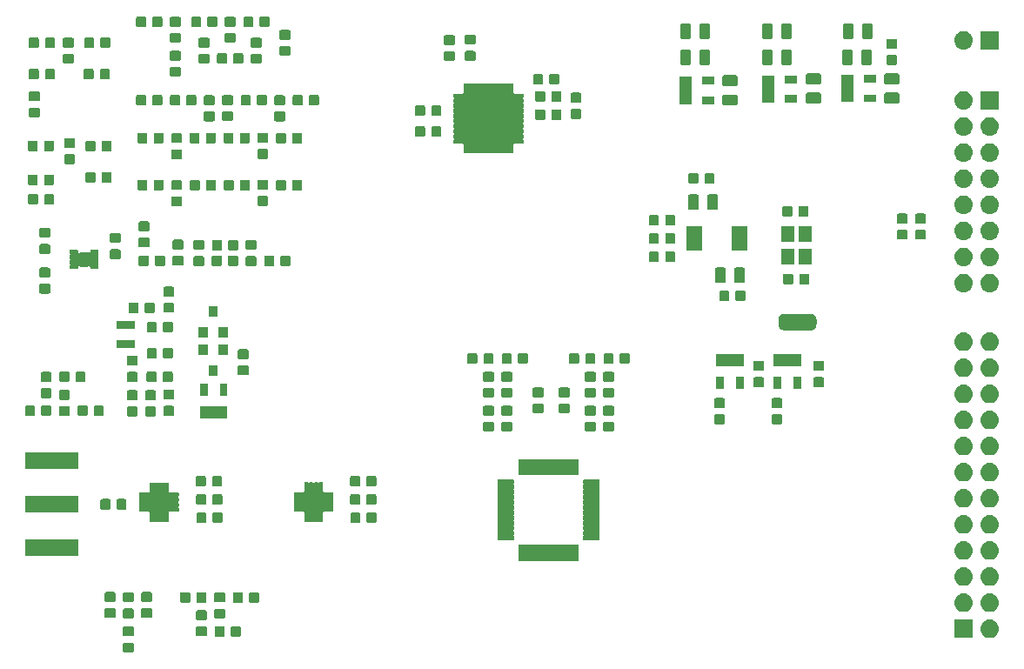
<source format=gts>
G04 #@! TF.GenerationSoftware,KiCad,Pcbnew,5.1.0*
G04 #@! TF.CreationDate,2019-04-16T13:13:18+00:00*
G04 #@! TF.ProjectId,MSI001,4d534930-3031-42e6-9b69-6361645f7063,rev?*
G04 #@! TF.SameCoordinates,Original*
G04 #@! TF.FileFunction,Soldermask,Top*
G04 #@! TF.FilePolarity,Negative*
%FSLAX46Y46*%
G04 Gerber Fmt 4.6, Leading zero omitted, Abs format (unit mm)*
G04 Created by KiCad (PCBNEW 5.1.0) date 2019-04-16 13:13:18*
%MOMM*%
%LPD*%
G04 APERTURE LIST*
%ADD10C,0.100000*%
G04 APERTURE END LIST*
D10*
G36*
X114444591Y-135225585D02*
G01*
X114478569Y-135235893D01*
X114509890Y-135252634D01*
X114537339Y-135275161D01*
X114559866Y-135302610D01*
X114576607Y-135333931D01*
X114586915Y-135367909D01*
X114591000Y-135409390D01*
X114591000Y-136010610D01*
X114586915Y-136052091D01*
X114576607Y-136086069D01*
X114559866Y-136117390D01*
X114537339Y-136144839D01*
X114509890Y-136167366D01*
X114478569Y-136184107D01*
X114444591Y-136194415D01*
X114403110Y-136198500D01*
X113726890Y-136198500D01*
X113685409Y-136194415D01*
X113651431Y-136184107D01*
X113620110Y-136167366D01*
X113592661Y-136144839D01*
X113570134Y-136117390D01*
X113553393Y-136086069D01*
X113543085Y-136052091D01*
X113539000Y-136010610D01*
X113539000Y-135409390D01*
X113543085Y-135367909D01*
X113553393Y-135333931D01*
X113570134Y-135302610D01*
X113592661Y-135275161D01*
X113620110Y-135252634D01*
X113651431Y-135235893D01*
X113685409Y-135225585D01*
X113726890Y-135221500D01*
X114403110Y-135221500D01*
X114444591Y-135225585D01*
X114444591Y-135225585D01*
G37*
G36*
X197995443Y-132986519D02*
G01*
X198061627Y-132993037D01*
X198231466Y-133044557D01*
X198387991Y-133128222D01*
X198423729Y-133157552D01*
X198525186Y-133240814D01*
X198608448Y-133342271D01*
X198637778Y-133378009D01*
X198721443Y-133534534D01*
X198772963Y-133704373D01*
X198790359Y-133881000D01*
X198772963Y-134057627D01*
X198721443Y-134227466D01*
X198637778Y-134383991D01*
X198610893Y-134416750D01*
X198525186Y-134521186D01*
X198423729Y-134604448D01*
X198387991Y-134633778D01*
X198231466Y-134717443D01*
X198061627Y-134768963D01*
X197995442Y-134775482D01*
X197929260Y-134782000D01*
X197840740Y-134782000D01*
X197774558Y-134775482D01*
X197708373Y-134768963D01*
X197538534Y-134717443D01*
X197382009Y-134633778D01*
X197346271Y-134604448D01*
X197244814Y-134521186D01*
X197159107Y-134416750D01*
X197132222Y-134383991D01*
X197048557Y-134227466D01*
X196997037Y-134057627D01*
X196979641Y-133881000D01*
X196997037Y-133704373D01*
X197048557Y-133534534D01*
X197132222Y-133378009D01*
X197161552Y-133342271D01*
X197244814Y-133240814D01*
X197346271Y-133157552D01*
X197382009Y-133128222D01*
X197538534Y-133044557D01*
X197708373Y-132993037D01*
X197774557Y-132986519D01*
X197840740Y-132980000D01*
X197929260Y-132980000D01*
X197995443Y-132986519D01*
X197995443Y-132986519D01*
G37*
G36*
X196246000Y-134782000D02*
G01*
X194444000Y-134782000D01*
X194444000Y-132980000D01*
X196246000Y-132980000D01*
X196246000Y-134782000D01*
X196246000Y-134782000D01*
G37*
G36*
X123297091Y-133613085D02*
G01*
X123331069Y-133623393D01*
X123362390Y-133640134D01*
X123389839Y-133662661D01*
X123412366Y-133690110D01*
X123429107Y-133721431D01*
X123439415Y-133755409D01*
X123443500Y-133796890D01*
X123443500Y-134473110D01*
X123439415Y-134514591D01*
X123429107Y-134548569D01*
X123412366Y-134579890D01*
X123389839Y-134607339D01*
X123362390Y-134629866D01*
X123331069Y-134646607D01*
X123297091Y-134656915D01*
X123255610Y-134661000D01*
X122654390Y-134661000D01*
X122612909Y-134656915D01*
X122578931Y-134646607D01*
X122547610Y-134629866D01*
X122520161Y-134607339D01*
X122497634Y-134579890D01*
X122480893Y-134548569D01*
X122470585Y-134514591D01*
X122466500Y-134473110D01*
X122466500Y-133796890D01*
X122470585Y-133755409D01*
X122480893Y-133721431D01*
X122497634Y-133690110D01*
X122520161Y-133662661D01*
X122547610Y-133640134D01*
X122578931Y-133623393D01*
X122612909Y-133613085D01*
X122654390Y-133609000D01*
X123255610Y-133609000D01*
X123297091Y-133613085D01*
X123297091Y-133613085D01*
G37*
G36*
X124872091Y-133613085D02*
G01*
X124906069Y-133623393D01*
X124937390Y-133640134D01*
X124964839Y-133662661D01*
X124987366Y-133690110D01*
X125004107Y-133721431D01*
X125014415Y-133755409D01*
X125018500Y-133796890D01*
X125018500Y-134473110D01*
X125014415Y-134514591D01*
X125004107Y-134548569D01*
X124987366Y-134579890D01*
X124964839Y-134607339D01*
X124937390Y-134629866D01*
X124906069Y-134646607D01*
X124872091Y-134656915D01*
X124830610Y-134661000D01*
X124229390Y-134661000D01*
X124187909Y-134656915D01*
X124153931Y-134646607D01*
X124122610Y-134629866D01*
X124095161Y-134607339D01*
X124072634Y-134579890D01*
X124055893Y-134548569D01*
X124045585Y-134514591D01*
X124041500Y-134473110D01*
X124041500Y-133796890D01*
X124045585Y-133755409D01*
X124055893Y-133721431D01*
X124072634Y-133690110D01*
X124095161Y-133662661D01*
X124122610Y-133640134D01*
X124153931Y-133623393D01*
X124187909Y-133613085D01*
X124229390Y-133609000D01*
X124830610Y-133609000D01*
X124872091Y-133613085D01*
X124872091Y-133613085D01*
G37*
G36*
X121556591Y-133650585D02*
G01*
X121590569Y-133660893D01*
X121621890Y-133677634D01*
X121649339Y-133700161D01*
X121671866Y-133727610D01*
X121688607Y-133758931D01*
X121698915Y-133792909D01*
X121703000Y-133834390D01*
X121703000Y-134435610D01*
X121698915Y-134477091D01*
X121688607Y-134511069D01*
X121671866Y-134542390D01*
X121649339Y-134569839D01*
X121621890Y-134592366D01*
X121590569Y-134609107D01*
X121556591Y-134619415D01*
X121515110Y-134623500D01*
X120838890Y-134623500D01*
X120797409Y-134619415D01*
X120763431Y-134609107D01*
X120732110Y-134592366D01*
X120704661Y-134569839D01*
X120682134Y-134542390D01*
X120665393Y-134511069D01*
X120655085Y-134477091D01*
X120651000Y-134435610D01*
X120651000Y-133834390D01*
X120655085Y-133792909D01*
X120665393Y-133758931D01*
X120682134Y-133727610D01*
X120704661Y-133700161D01*
X120732110Y-133677634D01*
X120763431Y-133660893D01*
X120797409Y-133650585D01*
X120838890Y-133646500D01*
X121515110Y-133646500D01*
X121556591Y-133650585D01*
X121556591Y-133650585D01*
G37*
G36*
X114444591Y-133650585D02*
G01*
X114478569Y-133660893D01*
X114509890Y-133677634D01*
X114537339Y-133700161D01*
X114559866Y-133727610D01*
X114576607Y-133758931D01*
X114586915Y-133792909D01*
X114591000Y-133834390D01*
X114591000Y-134435610D01*
X114586915Y-134477091D01*
X114576607Y-134511069D01*
X114559866Y-134542390D01*
X114537339Y-134569839D01*
X114509890Y-134592366D01*
X114478569Y-134609107D01*
X114444591Y-134619415D01*
X114403110Y-134623500D01*
X113726890Y-134623500D01*
X113685409Y-134619415D01*
X113651431Y-134609107D01*
X113620110Y-134592366D01*
X113592661Y-134569839D01*
X113570134Y-134542390D01*
X113553393Y-134511069D01*
X113543085Y-134477091D01*
X113539000Y-134435610D01*
X113539000Y-133834390D01*
X113543085Y-133792909D01*
X113553393Y-133758931D01*
X113570134Y-133727610D01*
X113592661Y-133700161D01*
X113620110Y-133677634D01*
X113651431Y-133660893D01*
X113685409Y-133650585D01*
X113726890Y-133646500D01*
X114403110Y-133646500D01*
X114444591Y-133650585D01*
X114444591Y-133650585D01*
G37*
G36*
X121556591Y-132075585D02*
G01*
X121590569Y-132085893D01*
X121621890Y-132102634D01*
X121649339Y-132125161D01*
X121671866Y-132152610D01*
X121688607Y-132183931D01*
X121698915Y-132217909D01*
X121703000Y-132259390D01*
X121703000Y-132860610D01*
X121698915Y-132902091D01*
X121688607Y-132936069D01*
X121671866Y-132967390D01*
X121649339Y-132994839D01*
X121621890Y-133017366D01*
X121590569Y-133034107D01*
X121556591Y-133044415D01*
X121515110Y-133048500D01*
X120838890Y-133048500D01*
X120797409Y-133044415D01*
X120763431Y-133034107D01*
X120732110Y-133017366D01*
X120704661Y-132994839D01*
X120682134Y-132967390D01*
X120665393Y-132936069D01*
X120655085Y-132902091D01*
X120651000Y-132860610D01*
X120651000Y-132259390D01*
X120655085Y-132217909D01*
X120665393Y-132183931D01*
X120682134Y-132152610D01*
X120704661Y-132125161D01*
X120732110Y-132102634D01*
X120763431Y-132085893D01*
X120797409Y-132075585D01*
X120838890Y-132071500D01*
X121515110Y-132071500D01*
X121556591Y-132075585D01*
X121556591Y-132075585D01*
G37*
G36*
X123334591Y-131923585D02*
G01*
X123368569Y-131933893D01*
X123399890Y-131950634D01*
X123427339Y-131973161D01*
X123449866Y-132000610D01*
X123466607Y-132031931D01*
X123476915Y-132065909D01*
X123481000Y-132107390D01*
X123481000Y-132708610D01*
X123476915Y-132750091D01*
X123466607Y-132784069D01*
X123449866Y-132815390D01*
X123427339Y-132842839D01*
X123399890Y-132865366D01*
X123368569Y-132882107D01*
X123334591Y-132892415D01*
X123293110Y-132896500D01*
X122616890Y-132896500D01*
X122575409Y-132892415D01*
X122541431Y-132882107D01*
X122510110Y-132865366D01*
X122482661Y-132842839D01*
X122460134Y-132815390D01*
X122443393Y-132784069D01*
X122433085Y-132750091D01*
X122429000Y-132708610D01*
X122429000Y-132107390D01*
X122433085Y-132065909D01*
X122443393Y-132031931D01*
X122460134Y-132000610D01*
X122482661Y-131973161D01*
X122510110Y-131950634D01*
X122541431Y-131933893D01*
X122575409Y-131923585D01*
X122616890Y-131919500D01*
X123293110Y-131919500D01*
X123334591Y-131923585D01*
X123334591Y-131923585D01*
G37*
G36*
X114444591Y-131898085D02*
G01*
X114478569Y-131908393D01*
X114509890Y-131925134D01*
X114537339Y-131947661D01*
X114559866Y-131975110D01*
X114576607Y-132006431D01*
X114586915Y-132040409D01*
X114591000Y-132081890D01*
X114591000Y-132683110D01*
X114586915Y-132724591D01*
X114576607Y-132758569D01*
X114559866Y-132789890D01*
X114537339Y-132817339D01*
X114509890Y-132839866D01*
X114478569Y-132856607D01*
X114444591Y-132866915D01*
X114403110Y-132871000D01*
X113726890Y-132871000D01*
X113685409Y-132866915D01*
X113651431Y-132856607D01*
X113620110Y-132839866D01*
X113592661Y-132817339D01*
X113570134Y-132789890D01*
X113553393Y-132758569D01*
X113543085Y-132724591D01*
X113539000Y-132683110D01*
X113539000Y-132081890D01*
X113543085Y-132040409D01*
X113553393Y-132006431D01*
X113570134Y-131975110D01*
X113592661Y-131947661D01*
X113620110Y-131925134D01*
X113651431Y-131908393D01*
X113685409Y-131898085D01*
X113726890Y-131894000D01*
X114403110Y-131894000D01*
X114444591Y-131898085D01*
X114444591Y-131898085D01*
G37*
G36*
X116222591Y-131872585D02*
G01*
X116256569Y-131882893D01*
X116287890Y-131899634D01*
X116315339Y-131922161D01*
X116337866Y-131949610D01*
X116354607Y-131980931D01*
X116364915Y-132014909D01*
X116369000Y-132056390D01*
X116369000Y-132657610D01*
X116364915Y-132699091D01*
X116354607Y-132733069D01*
X116337866Y-132764390D01*
X116315339Y-132791839D01*
X116287890Y-132814366D01*
X116256569Y-132831107D01*
X116222591Y-132841415D01*
X116181110Y-132845500D01*
X115504890Y-132845500D01*
X115463409Y-132841415D01*
X115429431Y-132831107D01*
X115398110Y-132814366D01*
X115370661Y-132791839D01*
X115348134Y-132764390D01*
X115331393Y-132733069D01*
X115321085Y-132699091D01*
X115317000Y-132657610D01*
X115317000Y-132056390D01*
X115321085Y-132014909D01*
X115331393Y-131980931D01*
X115348134Y-131949610D01*
X115370661Y-131922161D01*
X115398110Y-131899634D01*
X115429431Y-131882893D01*
X115463409Y-131872585D01*
X115504890Y-131868500D01*
X116181110Y-131868500D01*
X116222591Y-131872585D01*
X116222591Y-131872585D01*
G37*
G36*
X112666591Y-131872585D02*
G01*
X112700569Y-131882893D01*
X112731890Y-131899634D01*
X112759339Y-131922161D01*
X112781866Y-131949610D01*
X112798607Y-131980931D01*
X112808915Y-132014909D01*
X112813000Y-132056390D01*
X112813000Y-132657610D01*
X112808915Y-132699091D01*
X112798607Y-132733069D01*
X112781866Y-132764390D01*
X112759339Y-132791839D01*
X112731890Y-132814366D01*
X112700569Y-132831107D01*
X112666591Y-132841415D01*
X112625110Y-132845500D01*
X111948890Y-132845500D01*
X111907409Y-132841415D01*
X111873431Y-132831107D01*
X111842110Y-132814366D01*
X111814661Y-132791839D01*
X111792134Y-132764390D01*
X111775393Y-132733069D01*
X111765085Y-132699091D01*
X111761000Y-132657610D01*
X111761000Y-132056390D01*
X111765085Y-132014909D01*
X111775393Y-131980931D01*
X111792134Y-131949610D01*
X111814661Y-131922161D01*
X111842110Y-131899634D01*
X111873431Y-131882893D01*
X111907409Y-131872585D01*
X111948890Y-131868500D01*
X112625110Y-131868500D01*
X112666591Y-131872585D01*
X112666591Y-131872585D01*
G37*
G36*
X195455442Y-130446518D02*
G01*
X195521627Y-130453037D01*
X195691466Y-130504557D01*
X195691468Y-130504558D01*
X195753565Y-130537750D01*
X195847991Y-130588222D01*
X195848634Y-130588750D01*
X195985186Y-130700814D01*
X196068448Y-130802271D01*
X196097778Y-130838009D01*
X196181443Y-130994534D01*
X196232963Y-131164373D01*
X196250359Y-131341000D01*
X196232963Y-131517627D01*
X196181443Y-131687466D01*
X196097778Y-131843991D01*
X196077664Y-131868500D01*
X195985186Y-131981186D01*
X195913021Y-132040409D01*
X195847991Y-132093778D01*
X195691466Y-132177443D01*
X195521627Y-132228963D01*
X195455443Y-132235481D01*
X195389260Y-132242000D01*
X195300740Y-132242000D01*
X195234557Y-132235481D01*
X195168373Y-132228963D01*
X194998534Y-132177443D01*
X194842009Y-132093778D01*
X194776979Y-132040409D01*
X194704814Y-131981186D01*
X194612336Y-131868500D01*
X194592222Y-131843991D01*
X194508557Y-131687466D01*
X194457037Y-131517627D01*
X194439641Y-131341000D01*
X194457037Y-131164373D01*
X194508557Y-130994534D01*
X194592222Y-130838009D01*
X194621552Y-130802271D01*
X194704814Y-130700814D01*
X194841366Y-130588750D01*
X194842009Y-130588222D01*
X194936435Y-130537750D01*
X194998532Y-130504558D01*
X194998534Y-130504557D01*
X195168373Y-130453037D01*
X195234558Y-130446518D01*
X195300740Y-130440000D01*
X195389260Y-130440000D01*
X195455442Y-130446518D01*
X195455442Y-130446518D01*
G37*
G36*
X197995442Y-130446518D02*
G01*
X198061627Y-130453037D01*
X198231466Y-130504557D01*
X198231468Y-130504558D01*
X198293565Y-130537750D01*
X198387991Y-130588222D01*
X198388634Y-130588750D01*
X198525186Y-130700814D01*
X198608448Y-130802271D01*
X198637778Y-130838009D01*
X198721443Y-130994534D01*
X198772963Y-131164373D01*
X198790359Y-131341000D01*
X198772963Y-131517627D01*
X198721443Y-131687466D01*
X198637778Y-131843991D01*
X198617664Y-131868500D01*
X198525186Y-131981186D01*
X198453021Y-132040409D01*
X198387991Y-132093778D01*
X198231466Y-132177443D01*
X198061627Y-132228963D01*
X197995443Y-132235481D01*
X197929260Y-132242000D01*
X197840740Y-132242000D01*
X197774557Y-132235481D01*
X197708373Y-132228963D01*
X197538534Y-132177443D01*
X197382009Y-132093778D01*
X197316979Y-132040409D01*
X197244814Y-131981186D01*
X197152336Y-131868500D01*
X197132222Y-131843991D01*
X197048557Y-131687466D01*
X196997037Y-131517627D01*
X196979641Y-131341000D01*
X196997037Y-131164373D01*
X197048557Y-130994534D01*
X197132222Y-130838009D01*
X197161552Y-130802271D01*
X197244814Y-130700814D01*
X197381366Y-130588750D01*
X197382009Y-130588222D01*
X197476435Y-130537750D01*
X197538532Y-130504558D01*
X197538534Y-130504557D01*
X197708373Y-130453037D01*
X197774558Y-130446518D01*
X197840740Y-130440000D01*
X197929260Y-130440000D01*
X197995442Y-130446518D01*
X197995442Y-130446518D01*
G37*
G36*
X121519091Y-130311085D02*
G01*
X121553069Y-130321393D01*
X121584390Y-130338134D01*
X121611839Y-130360661D01*
X121634366Y-130388110D01*
X121651107Y-130419431D01*
X121661415Y-130453409D01*
X121665500Y-130494890D01*
X121665500Y-131171110D01*
X121661415Y-131212591D01*
X121651107Y-131246569D01*
X121634366Y-131277890D01*
X121611839Y-131305339D01*
X121584390Y-131327866D01*
X121553069Y-131344607D01*
X121519091Y-131354915D01*
X121477610Y-131359000D01*
X120876390Y-131359000D01*
X120834909Y-131354915D01*
X120800931Y-131344607D01*
X120769610Y-131327866D01*
X120742161Y-131305339D01*
X120719634Y-131277890D01*
X120702893Y-131246569D01*
X120692585Y-131212591D01*
X120688500Y-131171110D01*
X120688500Y-130494890D01*
X120692585Y-130453409D01*
X120702893Y-130419431D01*
X120719634Y-130388110D01*
X120742161Y-130360661D01*
X120769610Y-130338134D01*
X120800931Y-130321393D01*
X120834909Y-130311085D01*
X120876390Y-130307000D01*
X121477610Y-130307000D01*
X121519091Y-130311085D01*
X121519091Y-130311085D01*
G37*
G36*
X119944091Y-130311085D02*
G01*
X119978069Y-130321393D01*
X120009390Y-130338134D01*
X120036839Y-130360661D01*
X120059366Y-130388110D01*
X120076107Y-130419431D01*
X120086415Y-130453409D01*
X120090500Y-130494890D01*
X120090500Y-131171110D01*
X120086415Y-131212591D01*
X120076107Y-131246569D01*
X120059366Y-131277890D01*
X120036839Y-131305339D01*
X120009390Y-131327866D01*
X119978069Y-131344607D01*
X119944091Y-131354915D01*
X119902610Y-131359000D01*
X119301390Y-131359000D01*
X119259909Y-131354915D01*
X119225931Y-131344607D01*
X119194610Y-131327866D01*
X119167161Y-131305339D01*
X119144634Y-131277890D01*
X119127893Y-131246569D01*
X119117585Y-131212591D01*
X119113500Y-131171110D01*
X119113500Y-130494890D01*
X119117585Y-130453409D01*
X119127893Y-130419431D01*
X119144634Y-130388110D01*
X119167161Y-130360661D01*
X119194610Y-130338134D01*
X119225931Y-130321393D01*
X119259909Y-130311085D01*
X119301390Y-130307000D01*
X119902610Y-130307000D01*
X119944091Y-130311085D01*
X119944091Y-130311085D01*
G37*
G36*
X126650091Y-130311085D02*
G01*
X126684069Y-130321393D01*
X126715390Y-130338134D01*
X126742839Y-130360661D01*
X126765366Y-130388110D01*
X126782107Y-130419431D01*
X126792415Y-130453409D01*
X126796500Y-130494890D01*
X126796500Y-131171110D01*
X126792415Y-131212591D01*
X126782107Y-131246569D01*
X126765366Y-131277890D01*
X126742839Y-131305339D01*
X126715390Y-131327866D01*
X126684069Y-131344607D01*
X126650091Y-131354915D01*
X126608610Y-131359000D01*
X126007390Y-131359000D01*
X125965909Y-131354915D01*
X125931931Y-131344607D01*
X125900610Y-131327866D01*
X125873161Y-131305339D01*
X125850634Y-131277890D01*
X125833893Y-131246569D01*
X125823585Y-131212591D01*
X125819500Y-131171110D01*
X125819500Y-130494890D01*
X125823585Y-130453409D01*
X125833893Y-130419431D01*
X125850634Y-130388110D01*
X125873161Y-130360661D01*
X125900610Y-130338134D01*
X125931931Y-130321393D01*
X125965909Y-130311085D01*
X126007390Y-130307000D01*
X126608610Y-130307000D01*
X126650091Y-130311085D01*
X126650091Y-130311085D01*
G37*
G36*
X125075091Y-130311085D02*
G01*
X125109069Y-130321393D01*
X125140390Y-130338134D01*
X125167839Y-130360661D01*
X125190366Y-130388110D01*
X125207107Y-130419431D01*
X125217415Y-130453409D01*
X125221500Y-130494890D01*
X125221500Y-131171110D01*
X125217415Y-131212591D01*
X125207107Y-131246569D01*
X125190366Y-131277890D01*
X125167839Y-131305339D01*
X125140390Y-131327866D01*
X125109069Y-131344607D01*
X125075091Y-131354915D01*
X125033610Y-131359000D01*
X124432390Y-131359000D01*
X124390909Y-131354915D01*
X124356931Y-131344607D01*
X124325610Y-131327866D01*
X124298161Y-131305339D01*
X124275634Y-131277890D01*
X124258893Y-131246569D01*
X124248585Y-131212591D01*
X124244500Y-131171110D01*
X124244500Y-130494890D01*
X124248585Y-130453409D01*
X124258893Y-130419431D01*
X124275634Y-130388110D01*
X124298161Y-130360661D01*
X124325610Y-130338134D01*
X124356931Y-130321393D01*
X124390909Y-130311085D01*
X124432390Y-130307000D01*
X125033610Y-130307000D01*
X125075091Y-130311085D01*
X125075091Y-130311085D01*
G37*
G36*
X123334591Y-130348585D02*
G01*
X123368569Y-130358893D01*
X123399890Y-130375634D01*
X123427339Y-130398161D01*
X123449866Y-130425610D01*
X123466607Y-130456931D01*
X123476915Y-130490909D01*
X123481000Y-130532390D01*
X123481000Y-131133610D01*
X123476915Y-131175091D01*
X123466607Y-131209069D01*
X123449866Y-131240390D01*
X123427339Y-131267839D01*
X123399890Y-131290366D01*
X123368569Y-131307107D01*
X123334591Y-131317415D01*
X123293110Y-131321500D01*
X122616890Y-131321500D01*
X122575409Y-131317415D01*
X122541431Y-131307107D01*
X122510110Y-131290366D01*
X122482661Y-131267839D01*
X122460134Y-131240390D01*
X122443393Y-131209069D01*
X122433085Y-131175091D01*
X122429000Y-131133610D01*
X122429000Y-130532390D01*
X122433085Y-130490909D01*
X122443393Y-130456931D01*
X122460134Y-130425610D01*
X122482661Y-130398161D01*
X122510110Y-130375634D01*
X122541431Y-130358893D01*
X122575409Y-130348585D01*
X122616890Y-130344500D01*
X123293110Y-130344500D01*
X123334591Y-130348585D01*
X123334591Y-130348585D01*
G37*
G36*
X114444591Y-130323085D02*
G01*
X114478569Y-130333393D01*
X114509890Y-130350134D01*
X114537339Y-130372661D01*
X114559866Y-130400110D01*
X114576607Y-130431431D01*
X114586915Y-130465409D01*
X114591000Y-130506890D01*
X114591000Y-131108110D01*
X114586915Y-131149591D01*
X114576607Y-131183569D01*
X114559866Y-131214890D01*
X114537339Y-131242339D01*
X114509890Y-131264866D01*
X114478569Y-131281607D01*
X114444591Y-131291915D01*
X114403110Y-131296000D01*
X113726890Y-131296000D01*
X113685409Y-131291915D01*
X113651431Y-131281607D01*
X113620110Y-131264866D01*
X113592661Y-131242339D01*
X113570134Y-131214890D01*
X113553393Y-131183569D01*
X113543085Y-131149591D01*
X113539000Y-131108110D01*
X113539000Y-130506890D01*
X113543085Y-130465409D01*
X113553393Y-130431431D01*
X113570134Y-130400110D01*
X113592661Y-130372661D01*
X113620110Y-130350134D01*
X113651431Y-130333393D01*
X113685409Y-130323085D01*
X113726890Y-130319000D01*
X114403110Y-130319000D01*
X114444591Y-130323085D01*
X114444591Y-130323085D01*
G37*
G36*
X112666591Y-130297585D02*
G01*
X112700569Y-130307893D01*
X112731890Y-130324634D01*
X112759339Y-130347161D01*
X112781866Y-130374610D01*
X112798607Y-130405931D01*
X112808915Y-130439909D01*
X112813000Y-130481390D01*
X112813000Y-131082610D01*
X112808915Y-131124091D01*
X112798607Y-131158069D01*
X112781866Y-131189390D01*
X112759339Y-131216839D01*
X112731890Y-131239366D01*
X112700569Y-131256107D01*
X112666591Y-131266415D01*
X112625110Y-131270500D01*
X111948890Y-131270500D01*
X111907409Y-131266415D01*
X111873431Y-131256107D01*
X111842110Y-131239366D01*
X111814661Y-131216839D01*
X111792134Y-131189390D01*
X111775393Y-131158069D01*
X111765085Y-131124091D01*
X111761000Y-131082610D01*
X111761000Y-130481390D01*
X111765085Y-130439909D01*
X111775393Y-130405931D01*
X111792134Y-130374610D01*
X111814661Y-130347161D01*
X111842110Y-130324634D01*
X111873431Y-130307893D01*
X111907409Y-130297585D01*
X111948890Y-130293500D01*
X112625110Y-130293500D01*
X112666591Y-130297585D01*
X112666591Y-130297585D01*
G37*
G36*
X116222591Y-130297585D02*
G01*
X116256569Y-130307893D01*
X116287890Y-130324634D01*
X116315339Y-130347161D01*
X116337866Y-130374610D01*
X116354607Y-130405931D01*
X116364915Y-130439909D01*
X116369000Y-130481390D01*
X116369000Y-131082610D01*
X116364915Y-131124091D01*
X116354607Y-131158069D01*
X116337866Y-131189390D01*
X116315339Y-131216839D01*
X116287890Y-131239366D01*
X116256569Y-131256107D01*
X116222591Y-131266415D01*
X116181110Y-131270500D01*
X115504890Y-131270500D01*
X115463409Y-131266415D01*
X115429431Y-131256107D01*
X115398110Y-131239366D01*
X115370661Y-131216839D01*
X115348134Y-131189390D01*
X115331393Y-131158069D01*
X115321085Y-131124091D01*
X115317000Y-131082610D01*
X115317000Y-130481390D01*
X115321085Y-130439909D01*
X115331393Y-130405931D01*
X115348134Y-130374610D01*
X115370661Y-130347161D01*
X115398110Y-130324634D01*
X115429431Y-130307893D01*
X115463409Y-130297585D01*
X115504890Y-130293500D01*
X116181110Y-130293500D01*
X116222591Y-130297585D01*
X116222591Y-130297585D01*
G37*
G36*
X195455442Y-127906518D02*
G01*
X195521627Y-127913037D01*
X195691466Y-127964557D01*
X195847991Y-128048222D01*
X195883729Y-128077552D01*
X195985186Y-128160814D01*
X196068448Y-128262271D01*
X196097778Y-128298009D01*
X196181443Y-128454534D01*
X196232963Y-128624373D01*
X196250359Y-128801000D01*
X196232963Y-128977627D01*
X196181443Y-129147466D01*
X196097778Y-129303991D01*
X196068448Y-129339729D01*
X195985186Y-129441186D01*
X195883729Y-129524448D01*
X195847991Y-129553778D01*
X195691466Y-129637443D01*
X195521627Y-129688963D01*
X195455443Y-129695481D01*
X195389260Y-129702000D01*
X195300740Y-129702000D01*
X195234557Y-129695481D01*
X195168373Y-129688963D01*
X194998534Y-129637443D01*
X194842009Y-129553778D01*
X194806271Y-129524448D01*
X194704814Y-129441186D01*
X194621552Y-129339729D01*
X194592222Y-129303991D01*
X194508557Y-129147466D01*
X194457037Y-128977627D01*
X194439641Y-128801000D01*
X194457037Y-128624373D01*
X194508557Y-128454534D01*
X194592222Y-128298009D01*
X194621552Y-128262271D01*
X194704814Y-128160814D01*
X194806271Y-128077552D01*
X194842009Y-128048222D01*
X194998534Y-127964557D01*
X195168373Y-127913037D01*
X195234558Y-127906518D01*
X195300740Y-127900000D01*
X195389260Y-127900000D01*
X195455442Y-127906518D01*
X195455442Y-127906518D01*
G37*
G36*
X197995442Y-127906518D02*
G01*
X198061627Y-127913037D01*
X198231466Y-127964557D01*
X198387991Y-128048222D01*
X198423729Y-128077552D01*
X198525186Y-128160814D01*
X198608448Y-128262271D01*
X198637778Y-128298009D01*
X198721443Y-128454534D01*
X198772963Y-128624373D01*
X198790359Y-128801000D01*
X198772963Y-128977627D01*
X198721443Y-129147466D01*
X198637778Y-129303991D01*
X198608448Y-129339729D01*
X198525186Y-129441186D01*
X198423729Y-129524448D01*
X198387991Y-129553778D01*
X198231466Y-129637443D01*
X198061627Y-129688963D01*
X197995443Y-129695481D01*
X197929260Y-129702000D01*
X197840740Y-129702000D01*
X197774557Y-129695481D01*
X197708373Y-129688963D01*
X197538534Y-129637443D01*
X197382009Y-129553778D01*
X197346271Y-129524448D01*
X197244814Y-129441186D01*
X197161552Y-129339729D01*
X197132222Y-129303991D01*
X197048557Y-129147466D01*
X196997037Y-128977627D01*
X196979641Y-128801000D01*
X196997037Y-128624373D01*
X197048557Y-128454534D01*
X197132222Y-128298009D01*
X197161552Y-128262271D01*
X197244814Y-128160814D01*
X197346271Y-128077552D01*
X197382009Y-128048222D01*
X197538534Y-127964557D01*
X197708373Y-127913037D01*
X197774558Y-127906518D01*
X197840740Y-127900000D01*
X197929260Y-127900000D01*
X197995442Y-127906518D01*
X197995442Y-127906518D01*
G37*
G36*
X152379295Y-125699323D02*
G01*
X152386309Y-125701451D01*
X152400077Y-125708810D01*
X152422716Y-125718187D01*
X152446749Y-125722967D01*
X152471253Y-125722967D01*
X152495286Y-125718186D01*
X152517923Y-125708810D01*
X152531691Y-125701451D01*
X152538705Y-125699323D01*
X152552140Y-125698000D01*
X152865860Y-125698000D01*
X152879295Y-125699323D01*
X152886309Y-125701451D01*
X152900077Y-125708810D01*
X152922716Y-125718187D01*
X152946749Y-125722967D01*
X152971253Y-125722967D01*
X152995286Y-125718186D01*
X153017923Y-125708810D01*
X153031691Y-125701451D01*
X153038705Y-125699323D01*
X153052140Y-125698000D01*
X153365860Y-125698000D01*
X153379295Y-125699323D01*
X153386309Y-125701451D01*
X153400077Y-125708810D01*
X153422716Y-125718187D01*
X153446749Y-125722967D01*
X153471253Y-125722967D01*
X153495286Y-125718186D01*
X153517923Y-125708810D01*
X153531691Y-125701451D01*
X153538705Y-125699323D01*
X153552140Y-125698000D01*
X153865860Y-125698000D01*
X153879295Y-125699323D01*
X153886309Y-125701451D01*
X153900077Y-125708810D01*
X153922716Y-125718187D01*
X153946749Y-125722967D01*
X153971253Y-125722967D01*
X153995286Y-125718186D01*
X154017923Y-125708810D01*
X154031691Y-125701451D01*
X154038705Y-125699323D01*
X154052140Y-125698000D01*
X154365860Y-125698000D01*
X154379295Y-125699323D01*
X154386309Y-125701451D01*
X154400077Y-125708810D01*
X154422716Y-125718187D01*
X154446749Y-125722967D01*
X154471253Y-125722967D01*
X154495286Y-125718186D01*
X154517923Y-125708810D01*
X154531691Y-125701451D01*
X154538705Y-125699323D01*
X154552140Y-125698000D01*
X154865860Y-125698000D01*
X154879295Y-125699323D01*
X154886309Y-125701451D01*
X154900077Y-125708810D01*
X154922716Y-125718187D01*
X154946749Y-125722967D01*
X154971253Y-125722967D01*
X154995286Y-125718186D01*
X155017923Y-125708810D01*
X155031691Y-125701451D01*
X155038705Y-125699323D01*
X155052140Y-125698000D01*
X155365860Y-125698000D01*
X155379295Y-125699323D01*
X155386309Y-125701451D01*
X155400077Y-125708810D01*
X155422716Y-125718187D01*
X155446749Y-125722967D01*
X155471253Y-125722967D01*
X155495286Y-125718186D01*
X155517923Y-125708810D01*
X155531691Y-125701451D01*
X155538705Y-125699323D01*
X155552140Y-125698000D01*
X155865860Y-125698000D01*
X155879295Y-125699323D01*
X155886309Y-125701451D01*
X155900077Y-125708810D01*
X155922716Y-125718187D01*
X155946749Y-125722967D01*
X155971253Y-125722967D01*
X155995286Y-125718186D01*
X156017923Y-125708810D01*
X156031691Y-125701451D01*
X156038705Y-125699323D01*
X156052140Y-125698000D01*
X156365860Y-125698000D01*
X156379295Y-125699323D01*
X156386309Y-125701451D01*
X156400077Y-125708810D01*
X156422716Y-125718187D01*
X156446749Y-125722967D01*
X156471253Y-125722967D01*
X156495286Y-125718186D01*
X156517923Y-125708810D01*
X156531691Y-125701451D01*
X156538705Y-125699323D01*
X156552140Y-125698000D01*
X156865860Y-125698000D01*
X156879295Y-125699323D01*
X156886309Y-125701451D01*
X156900077Y-125708810D01*
X156922716Y-125718187D01*
X156946749Y-125722967D01*
X156971253Y-125722967D01*
X156995286Y-125718186D01*
X157017923Y-125708810D01*
X157031691Y-125701451D01*
X157038705Y-125699323D01*
X157052140Y-125698000D01*
X157365860Y-125698000D01*
X157379295Y-125699323D01*
X157386309Y-125701451D01*
X157400077Y-125708810D01*
X157422716Y-125718187D01*
X157446749Y-125722967D01*
X157471253Y-125722967D01*
X157495286Y-125718186D01*
X157517923Y-125708810D01*
X157531691Y-125701451D01*
X157538705Y-125699323D01*
X157552140Y-125698000D01*
X157865860Y-125698000D01*
X157879295Y-125699323D01*
X157886310Y-125701451D01*
X157892776Y-125704908D01*
X157898442Y-125709558D01*
X157903092Y-125715224D01*
X157906549Y-125721690D01*
X157908677Y-125728705D01*
X157910000Y-125742140D01*
X157910000Y-127230860D01*
X157908677Y-127244295D01*
X157906549Y-127251310D01*
X157903092Y-127257776D01*
X157898442Y-127263442D01*
X157892776Y-127268092D01*
X157886310Y-127271549D01*
X157879295Y-127273677D01*
X157865860Y-127275000D01*
X157552140Y-127275000D01*
X157538705Y-127273677D01*
X157531691Y-127271549D01*
X157517923Y-127264190D01*
X157495284Y-127254813D01*
X157471251Y-127250033D01*
X157446747Y-127250033D01*
X157422714Y-127254814D01*
X157400077Y-127264190D01*
X157386309Y-127271549D01*
X157379295Y-127273677D01*
X157365860Y-127275000D01*
X157052140Y-127275000D01*
X157038705Y-127273677D01*
X157031691Y-127271549D01*
X157017923Y-127264190D01*
X156995284Y-127254813D01*
X156971251Y-127250033D01*
X156946747Y-127250033D01*
X156922714Y-127254814D01*
X156900077Y-127264190D01*
X156886309Y-127271549D01*
X156879295Y-127273677D01*
X156865860Y-127275000D01*
X156552140Y-127275000D01*
X156538705Y-127273677D01*
X156531691Y-127271549D01*
X156517923Y-127264190D01*
X156495284Y-127254813D01*
X156471251Y-127250033D01*
X156446747Y-127250033D01*
X156422714Y-127254814D01*
X156400077Y-127264190D01*
X156386309Y-127271549D01*
X156379295Y-127273677D01*
X156365860Y-127275000D01*
X156052140Y-127275000D01*
X156038705Y-127273677D01*
X156031691Y-127271549D01*
X156017923Y-127264190D01*
X155995284Y-127254813D01*
X155971251Y-127250033D01*
X155946747Y-127250033D01*
X155922714Y-127254814D01*
X155900077Y-127264190D01*
X155886309Y-127271549D01*
X155879295Y-127273677D01*
X155865860Y-127275000D01*
X155552140Y-127275000D01*
X155538705Y-127273677D01*
X155531691Y-127271549D01*
X155517923Y-127264190D01*
X155495284Y-127254813D01*
X155471251Y-127250033D01*
X155446747Y-127250033D01*
X155422714Y-127254814D01*
X155400077Y-127264190D01*
X155386309Y-127271549D01*
X155379295Y-127273677D01*
X155365860Y-127275000D01*
X155052140Y-127275000D01*
X155038705Y-127273677D01*
X155031691Y-127271549D01*
X155017923Y-127264190D01*
X154995284Y-127254813D01*
X154971251Y-127250033D01*
X154946747Y-127250033D01*
X154922714Y-127254814D01*
X154900077Y-127264190D01*
X154886309Y-127271549D01*
X154879295Y-127273677D01*
X154865860Y-127275000D01*
X154552140Y-127275000D01*
X154538705Y-127273677D01*
X154531691Y-127271549D01*
X154517923Y-127264190D01*
X154495284Y-127254813D01*
X154471251Y-127250033D01*
X154446747Y-127250033D01*
X154422714Y-127254814D01*
X154400077Y-127264190D01*
X154386309Y-127271549D01*
X154379295Y-127273677D01*
X154365860Y-127275000D01*
X154052140Y-127275000D01*
X154038705Y-127273677D01*
X154031691Y-127271549D01*
X154017923Y-127264190D01*
X153995284Y-127254813D01*
X153971251Y-127250033D01*
X153946747Y-127250033D01*
X153922714Y-127254814D01*
X153900077Y-127264190D01*
X153886309Y-127271549D01*
X153879295Y-127273677D01*
X153865860Y-127275000D01*
X153552140Y-127275000D01*
X153538705Y-127273677D01*
X153531691Y-127271549D01*
X153517923Y-127264190D01*
X153495284Y-127254813D01*
X153471251Y-127250033D01*
X153446747Y-127250033D01*
X153422714Y-127254814D01*
X153400077Y-127264190D01*
X153386309Y-127271549D01*
X153379295Y-127273677D01*
X153365860Y-127275000D01*
X153052140Y-127275000D01*
X153038705Y-127273677D01*
X153031691Y-127271549D01*
X153017923Y-127264190D01*
X152995284Y-127254813D01*
X152971251Y-127250033D01*
X152946747Y-127250033D01*
X152922714Y-127254814D01*
X152900077Y-127264190D01*
X152886309Y-127271549D01*
X152879295Y-127273677D01*
X152865860Y-127275000D01*
X152552140Y-127275000D01*
X152538705Y-127273677D01*
X152531691Y-127271549D01*
X152517923Y-127264190D01*
X152495284Y-127254813D01*
X152471251Y-127250033D01*
X152446747Y-127250033D01*
X152422714Y-127254814D01*
X152400077Y-127264190D01*
X152386309Y-127271549D01*
X152379295Y-127273677D01*
X152365860Y-127275000D01*
X152052140Y-127275000D01*
X152038705Y-127273677D01*
X152031690Y-127271549D01*
X152025224Y-127268092D01*
X152019558Y-127263442D01*
X152014908Y-127257776D01*
X152011451Y-127251310D01*
X152009323Y-127244295D01*
X152008000Y-127230860D01*
X152008000Y-125742140D01*
X152009323Y-125728705D01*
X152011451Y-125721690D01*
X152014908Y-125715224D01*
X152019558Y-125709558D01*
X152025224Y-125704908D01*
X152031690Y-125701451D01*
X152038705Y-125699323D01*
X152052140Y-125698000D01*
X152365860Y-125698000D01*
X152379295Y-125699323D01*
X152379295Y-125699323D01*
G37*
G36*
X195455442Y-125366518D02*
G01*
X195521627Y-125373037D01*
X195691466Y-125424557D01*
X195847991Y-125508222D01*
X195883729Y-125537552D01*
X195985186Y-125620814D01*
X196062665Y-125715224D01*
X196097778Y-125758009D01*
X196181443Y-125914534D01*
X196232963Y-126084373D01*
X196250359Y-126261000D01*
X196232963Y-126437627D01*
X196181443Y-126607466D01*
X196097778Y-126763991D01*
X196068448Y-126799729D01*
X195985186Y-126901186D01*
X195883729Y-126984448D01*
X195847991Y-127013778D01*
X195691466Y-127097443D01*
X195521627Y-127148963D01*
X195455442Y-127155482D01*
X195389260Y-127162000D01*
X195300740Y-127162000D01*
X195234558Y-127155482D01*
X195168373Y-127148963D01*
X194998534Y-127097443D01*
X194842009Y-127013778D01*
X194806271Y-126984448D01*
X194704814Y-126901186D01*
X194621552Y-126799729D01*
X194592222Y-126763991D01*
X194508557Y-126607466D01*
X194457037Y-126437627D01*
X194439641Y-126261000D01*
X194457037Y-126084373D01*
X194508557Y-125914534D01*
X194592222Y-125758009D01*
X194627335Y-125715224D01*
X194704814Y-125620814D01*
X194806271Y-125537552D01*
X194842009Y-125508222D01*
X194998534Y-125424557D01*
X195168373Y-125373037D01*
X195234558Y-125366518D01*
X195300740Y-125360000D01*
X195389260Y-125360000D01*
X195455442Y-125366518D01*
X195455442Y-125366518D01*
G37*
G36*
X197995442Y-125366518D02*
G01*
X198061627Y-125373037D01*
X198231466Y-125424557D01*
X198387991Y-125508222D01*
X198423729Y-125537552D01*
X198525186Y-125620814D01*
X198602665Y-125715224D01*
X198637778Y-125758009D01*
X198721443Y-125914534D01*
X198772963Y-126084373D01*
X198790359Y-126261000D01*
X198772963Y-126437627D01*
X198721443Y-126607466D01*
X198637778Y-126763991D01*
X198608448Y-126799729D01*
X198525186Y-126901186D01*
X198423729Y-126984448D01*
X198387991Y-127013778D01*
X198231466Y-127097443D01*
X198061627Y-127148963D01*
X197995442Y-127155482D01*
X197929260Y-127162000D01*
X197840740Y-127162000D01*
X197774558Y-127155482D01*
X197708373Y-127148963D01*
X197538534Y-127097443D01*
X197382009Y-127013778D01*
X197346271Y-126984448D01*
X197244814Y-126901186D01*
X197161552Y-126799729D01*
X197132222Y-126763991D01*
X197048557Y-126607466D01*
X196997037Y-126437627D01*
X196979641Y-126261000D01*
X196997037Y-126084373D01*
X197048557Y-125914534D01*
X197132222Y-125758009D01*
X197167335Y-125715224D01*
X197244814Y-125620814D01*
X197346271Y-125537552D01*
X197382009Y-125508222D01*
X197538534Y-125424557D01*
X197708373Y-125373037D01*
X197774558Y-125366518D01*
X197840740Y-125360000D01*
X197929260Y-125360000D01*
X197995442Y-125366518D01*
X197995442Y-125366518D01*
G37*
G36*
X109210000Y-126823000D02*
G01*
X104028000Y-126823000D01*
X104028000Y-125221000D01*
X109210000Y-125221000D01*
X109210000Y-126823000D01*
X109210000Y-126823000D01*
G37*
G36*
X151554295Y-119374323D02*
G01*
X151561310Y-119376451D01*
X151567776Y-119379908D01*
X151573442Y-119384558D01*
X151578092Y-119390224D01*
X151581549Y-119396690D01*
X151583677Y-119403705D01*
X151585000Y-119417140D01*
X151585000Y-119730860D01*
X151583677Y-119744295D01*
X151581549Y-119751309D01*
X151574190Y-119765077D01*
X151564813Y-119787716D01*
X151560033Y-119811749D01*
X151560033Y-119836253D01*
X151564814Y-119860286D01*
X151574190Y-119882923D01*
X151581549Y-119896691D01*
X151583677Y-119903705D01*
X151585000Y-119917140D01*
X151585000Y-120230860D01*
X151583677Y-120244295D01*
X151581549Y-120251309D01*
X151574190Y-120265077D01*
X151564813Y-120287716D01*
X151560033Y-120311749D01*
X151560033Y-120336253D01*
X151564814Y-120360286D01*
X151574190Y-120382923D01*
X151581549Y-120396691D01*
X151583677Y-120403705D01*
X151585000Y-120417140D01*
X151585000Y-120730860D01*
X151583677Y-120744295D01*
X151581549Y-120751309D01*
X151574190Y-120765077D01*
X151564813Y-120787716D01*
X151560033Y-120811749D01*
X151560033Y-120836253D01*
X151564814Y-120860286D01*
X151574190Y-120882923D01*
X151581549Y-120896691D01*
X151583677Y-120903705D01*
X151585000Y-120917140D01*
X151585000Y-121230860D01*
X151583677Y-121244295D01*
X151581549Y-121251309D01*
X151574190Y-121265077D01*
X151564813Y-121287716D01*
X151560033Y-121311749D01*
X151560033Y-121336253D01*
X151564814Y-121360286D01*
X151574190Y-121382923D01*
X151581549Y-121396691D01*
X151583677Y-121403705D01*
X151585000Y-121417140D01*
X151585000Y-121730860D01*
X151583677Y-121744295D01*
X151581549Y-121751309D01*
X151574190Y-121765077D01*
X151564813Y-121787716D01*
X151560033Y-121811749D01*
X151560033Y-121836253D01*
X151564814Y-121860286D01*
X151574190Y-121882923D01*
X151581549Y-121896691D01*
X151583677Y-121903705D01*
X151585000Y-121917140D01*
X151585000Y-122230860D01*
X151583677Y-122244295D01*
X151581549Y-122251309D01*
X151574190Y-122265077D01*
X151564813Y-122287716D01*
X151560033Y-122311749D01*
X151560033Y-122336253D01*
X151564814Y-122360286D01*
X151574190Y-122382923D01*
X151581549Y-122396691D01*
X151583677Y-122403705D01*
X151585000Y-122417140D01*
X151585000Y-122730860D01*
X151583677Y-122744295D01*
X151581549Y-122751309D01*
X151574190Y-122765077D01*
X151564813Y-122787716D01*
X151560033Y-122811749D01*
X151560033Y-122836253D01*
X151564814Y-122860286D01*
X151574190Y-122882923D01*
X151581549Y-122896691D01*
X151583677Y-122903705D01*
X151585000Y-122917140D01*
X151585000Y-123230860D01*
X151583677Y-123244295D01*
X151581549Y-123251309D01*
X151574190Y-123265077D01*
X151564813Y-123287716D01*
X151560033Y-123311749D01*
X151560033Y-123336253D01*
X151564814Y-123360286D01*
X151574190Y-123382923D01*
X151581549Y-123396691D01*
X151583677Y-123403705D01*
X151585000Y-123417140D01*
X151585000Y-123730860D01*
X151583677Y-123744295D01*
X151581549Y-123751309D01*
X151574190Y-123765077D01*
X151564813Y-123787716D01*
X151560033Y-123811749D01*
X151560033Y-123836253D01*
X151564814Y-123860286D01*
X151574190Y-123882923D01*
X151581549Y-123896691D01*
X151583677Y-123903705D01*
X151585000Y-123917140D01*
X151585000Y-124230860D01*
X151583677Y-124244295D01*
X151581549Y-124251309D01*
X151574190Y-124265077D01*
X151564813Y-124287716D01*
X151560033Y-124311749D01*
X151560033Y-124336253D01*
X151564814Y-124360286D01*
X151574190Y-124382923D01*
X151581549Y-124396691D01*
X151583677Y-124403705D01*
X151585000Y-124417140D01*
X151585000Y-124730860D01*
X151583677Y-124744295D01*
X151581549Y-124751309D01*
X151574190Y-124765077D01*
X151564813Y-124787716D01*
X151560033Y-124811749D01*
X151560033Y-124836253D01*
X151564814Y-124860286D01*
X151574190Y-124882923D01*
X151581549Y-124896691D01*
X151583677Y-124903705D01*
X151585000Y-124917140D01*
X151585000Y-125230860D01*
X151583677Y-125244295D01*
X151581549Y-125251310D01*
X151578092Y-125257776D01*
X151573442Y-125263442D01*
X151567776Y-125268092D01*
X151561310Y-125271549D01*
X151554295Y-125273677D01*
X151540860Y-125275000D01*
X150052140Y-125275000D01*
X150038705Y-125273677D01*
X150031690Y-125271549D01*
X150025224Y-125268092D01*
X150019558Y-125263442D01*
X150014908Y-125257776D01*
X150011451Y-125251310D01*
X150009323Y-125244295D01*
X150008000Y-125230860D01*
X150008000Y-124917140D01*
X150009323Y-124903705D01*
X150011451Y-124896691D01*
X150018810Y-124882923D01*
X150028187Y-124860284D01*
X150032967Y-124836251D01*
X150032967Y-124811747D01*
X150028186Y-124787714D01*
X150018810Y-124765077D01*
X150011451Y-124751309D01*
X150009323Y-124744295D01*
X150008000Y-124730860D01*
X150008000Y-124417140D01*
X150009323Y-124403705D01*
X150011451Y-124396691D01*
X150018810Y-124382923D01*
X150028187Y-124360284D01*
X150032967Y-124336251D01*
X150032967Y-124311747D01*
X150028186Y-124287714D01*
X150018810Y-124265077D01*
X150011451Y-124251309D01*
X150009323Y-124244295D01*
X150008000Y-124230860D01*
X150008000Y-123917140D01*
X150009323Y-123903705D01*
X150011451Y-123896691D01*
X150018810Y-123882923D01*
X150028187Y-123860284D01*
X150032967Y-123836251D01*
X150032967Y-123811747D01*
X150028186Y-123787714D01*
X150018810Y-123765077D01*
X150011451Y-123751309D01*
X150009323Y-123744295D01*
X150008000Y-123730860D01*
X150008000Y-123417140D01*
X150009323Y-123403705D01*
X150011451Y-123396691D01*
X150018810Y-123382923D01*
X150028187Y-123360284D01*
X150032967Y-123336251D01*
X150032967Y-123311747D01*
X150028186Y-123287714D01*
X150018810Y-123265077D01*
X150011451Y-123251309D01*
X150009323Y-123244295D01*
X150008000Y-123230860D01*
X150008000Y-122917140D01*
X150009323Y-122903705D01*
X150011451Y-122896691D01*
X150018810Y-122882923D01*
X150028187Y-122860284D01*
X150032967Y-122836251D01*
X150032967Y-122811747D01*
X150028186Y-122787714D01*
X150018810Y-122765077D01*
X150011451Y-122751309D01*
X150009323Y-122744295D01*
X150008000Y-122730860D01*
X150008000Y-122417140D01*
X150009323Y-122403705D01*
X150011451Y-122396691D01*
X150018810Y-122382923D01*
X150028187Y-122360284D01*
X150032967Y-122336251D01*
X150032967Y-122311747D01*
X150028186Y-122287714D01*
X150018810Y-122265077D01*
X150011451Y-122251309D01*
X150009323Y-122244295D01*
X150008000Y-122230860D01*
X150008000Y-121917140D01*
X150009323Y-121903705D01*
X150011451Y-121896691D01*
X150018810Y-121882923D01*
X150028187Y-121860284D01*
X150032967Y-121836251D01*
X150032967Y-121811747D01*
X150028186Y-121787714D01*
X150018810Y-121765077D01*
X150011451Y-121751309D01*
X150009323Y-121744295D01*
X150008000Y-121730860D01*
X150008000Y-121417140D01*
X150009323Y-121403705D01*
X150011451Y-121396691D01*
X150018810Y-121382923D01*
X150028187Y-121360284D01*
X150032967Y-121336251D01*
X150032967Y-121311747D01*
X150028186Y-121287714D01*
X150018810Y-121265077D01*
X150011451Y-121251309D01*
X150009323Y-121244295D01*
X150008000Y-121230860D01*
X150008000Y-120917140D01*
X150009323Y-120903705D01*
X150011451Y-120896691D01*
X150018810Y-120882923D01*
X150028187Y-120860284D01*
X150032967Y-120836251D01*
X150032967Y-120811747D01*
X150028186Y-120787714D01*
X150018810Y-120765077D01*
X150011451Y-120751309D01*
X150009323Y-120744295D01*
X150008000Y-120730860D01*
X150008000Y-120417140D01*
X150009323Y-120403705D01*
X150011451Y-120396691D01*
X150018810Y-120382923D01*
X150028187Y-120360284D01*
X150032967Y-120336251D01*
X150032967Y-120311747D01*
X150028186Y-120287714D01*
X150018810Y-120265077D01*
X150011451Y-120251309D01*
X150009323Y-120244295D01*
X150008000Y-120230860D01*
X150008000Y-119917140D01*
X150009323Y-119903705D01*
X150011451Y-119896691D01*
X150018810Y-119882923D01*
X150028187Y-119860284D01*
X150032967Y-119836251D01*
X150032967Y-119811747D01*
X150028186Y-119787714D01*
X150018810Y-119765077D01*
X150011451Y-119751309D01*
X150009323Y-119744295D01*
X150008000Y-119730860D01*
X150008000Y-119417140D01*
X150009323Y-119403705D01*
X150011451Y-119396690D01*
X150014908Y-119390224D01*
X150019558Y-119384558D01*
X150025224Y-119379908D01*
X150031690Y-119376451D01*
X150038705Y-119374323D01*
X150052140Y-119373000D01*
X151540860Y-119373000D01*
X151554295Y-119374323D01*
X151554295Y-119374323D01*
G37*
G36*
X159879295Y-119374323D02*
G01*
X159886310Y-119376451D01*
X159892776Y-119379908D01*
X159898442Y-119384558D01*
X159903092Y-119390224D01*
X159906549Y-119396690D01*
X159908677Y-119403705D01*
X159910000Y-119417140D01*
X159910000Y-119730860D01*
X159908677Y-119744295D01*
X159906549Y-119751309D01*
X159899190Y-119765077D01*
X159889813Y-119787716D01*
X159885033Y-119811749D01*
X159885033Y-119836253D01*
X159889814Y-119860286D01*
X159899190Y-119882923D01*
X159906549Y-119896691D01*
X159908677Y-119903705D01*
X159910000Y-119917140D01*
X159910000Y-120230860D01*
X159908677Y-120244295D01*
X159906549Y-120251309D01*
X159899190Y-120265077D01*
X159889813Y-120287716D01*
X159885033Y-120311749D01*
X159885033Y-120336253D01*
X159889814Y-120360286D01*
X159899190Y-120382923D01*
X159906549Y-120396691D01*
X159908677Y-120403705D01*
X159910000Y-120417140D01*
X159910000Y-120730860D01*
X159908677Y-120744295D01*
X159906549Y-120751309D01*
X159899190Y-120765077D01*
X159889813Y-120787716D01*
X159885033Y-120811749D01*
X159885033Y-120836253D01*
X159889814Y-120860286D01*
X159899190Y-120882923D01*
X159906549Y-120896691D01*
X159908677Y-120903705D01*
X159910000Y-120917140D01*
X159910000Y-121230860D01*
X159908677Y-121244295D01*
X159906549Y-121251309D01*
X159899190Y-121265077D01*
X159889813Y-121287716D01*
X159885033Y-121311749D01*
X159885033Y-121336253D01*
X159889814Y-121360286D01*
X159899190Y-121382923D01*
X159906549Y-121396691D01*
X159908677Y-121403705D01*
X159910000Y-121417140D01*
X159910000Y-121730860D01*
X159908677Y-121744295D01*
X159906549Y-121751309D01*
X159899190Y-121765077D01*
X159889813Y-121787716D01*
X159885033Y-121811749D01*
X159885033Y-121836253D01*
X159889814Y-121860286D01*
X159899190Y-121882923D01*
X159906549Y-121896691D01*
X159908677Y-121903705D01*
X159910000Y-121917140D01*
X159910000Y-122230860D01*
X159908677Y-122244295D01*
X159906549Y-122251309D01*
X159899190Y-122265077D01*
X159889813Y-122287716D01*
X159885033Y-122311749D01*
X159885033Y-122336253D01*
X159889814Y-122360286D01*
X159899190Y-122382923D01*
X159906549Y-122396691D01*
X159908677Y-122403705D01*
X159910000Y-122417140D01*
X159910000Y-122730860D01*
X159908677Y-122744295D01*
X159906549Y-122751309D01*
X159899190Y-122765077D01*
X159889813Y-122787716D01*
X159885033Y-122811749D01*
X159885033Y-122836253D01*
X159889814Y-122860286D01*
X159899190Y-122882923D01*
X159906549Y-122896691D01*
X159908677Y-122903705D01*
X159910000Y-122917140D01*
X159910000Y-123230860D01*
X159908677Y-123244295D01*
X159906549Y-123251309D01*
X159899190Y-123265077D01*
X159889813Y-123287716D01*
X159885033Y-123311749D01*
X159885033Y-123336253D01*
X159889814Y-123360286D01*
X159899190Y-123382923D01*
X159906549Y-123396691D01*
X159908677Y-123403705D01*
X159910000Y-123417140D01*
X159910000Y-123730860D01*
X159908677Y-123744295D01*
X159906549Y-123751309D01*
X159899190Y-123765077D01*
X159889813Y-123787716D01*
X159885033Y-123811749D01*
X159885033Y-123836253D01*
X159889814Y-123860286D01*
X159899190Y-123882923D01*
X159906549Y-123896691D01*
X159908677Y-123903705D01*
X159910000Y-123917140D01*
X159910000Y-124230860D01*
X159908677Y-124244295D01*
X159906549Y-124251309D01*
X159899190Y-124265077D01*
X159889813Y-124287716D01*
X159885033Y-124311749D01*
X159885033Y-124336253D01*
X159889814Y-124360286D01*
X159899190Y-124382923D01*
X159906549Y-124396691D01*
X159908677Y-124403705D01*
X159910000Y-124417140D01*
X159910000Y-124730860D01*
X159908677Y-124744295D01*
X159906549Y-124751309D01*
X159899190Y-124765077D01*
X159889813Y-124787716D01*
X159885033Y-124811749D01*
X159885033Y-124836253D01*
X159889814Y-124860286D01*
X159899190Y-124882923D01*
X159906549Y-124896691D01*
X159908677Y-124903705D01*
X159910000Y-124917140D01*
X159910000Y-125230860D01*
X159908677Y-125244295D01*
X159906549Y-125251310D01*
X159903092Y-125257776D01*
X159898442Y-125263442D01*
X159892776Y-125268092D01*
X159886310Y-125271549D01*
X159879295Y-125273677D01*
X159865860Y-125275000D01*
X158377140Y-125275000D01*
X158363705Y-125273677D01*
X158356690Y-125271549D01*
X158350224Y-125268092D01*
X158344558Y-125263442D01*
X158339908Y-125257776D01*
X158336451Y-125251310D01*
X158334323Y-125244295D01*
X158333000Y-125230860D01*
X158333000Y-124917140D01*
X158334323Y-124903705D01*
X158336451Y-124896691D01*
X158343810Y-124882923D01*
X158353187Y-124860284D01*
X158357967Y-124836251D01*
X158357967Y-124811747D01*
X158353186Y-124787714D01*
X158343810Y-124765077D01*
X158336451Y-124751309D01*
X158334323Y-124744295D01*
X158333000Y-124730860D01*
X158333000Y-124417140D01*
X158334323Y-124403705D01*
X158336451Y-124396691D01*
X158343810Y-124382923D01*
X158353187Y-124360284D01*
X158357967Y-124336251D01*
X158357967Y-124311747D01*
X158353186Y-124287714D01*
X158343810Y-124265077D01*
X158336451Y-124251309D01*
X158334323Y-124244295D01*
X158333000Y-124230860D01*
X158333000Y-123917140D01*
X158334323Y-123903705D01*
X158336451Y-123896691D01*
X158343810Y-123882923D01*
X158353187Y-123860284D01*
X158357967Y-123836251D01*
X158357967Y-123811747D01*
X158353186Y-123787714D01*
X158343810Y-123765077D01*
X158336451Y-123751309D01*
X158334323Y-123744295D01*
X158333000Y-123730860D01*
X158333000Y-123417140D01*
X158334323Y-123403705D01*
X158336451Y-123396691D01*
X158343810Y-123382923D01*
X158353187Y-123360284D01*
X158357967Y-123336251D01*
X158357967Y-123311747D01*
X158353186Y-123287714D01*
X158343810Y-123265077D01*
X158336451Y-123251309D01*
X158334323Y-123244295D01*
X158333000Y-123230860D01*
X158333000Y-122917140D01*
X158334323Y-122903705D01*
X158336451Y-122896691D01*
X158343810Y-122882923D01*
X158353187Y-122860284D01*
X158357967Y-122836251D01*
X158357967Y-122811747D01*
X158353186Y-122787714D01*
X158343810Y-122765077D01*
X158336451Y-122751309D01*
X158334323Y-122744295D01*
X158333000Y-122730860D01*
X158333000Y-122417140D01*
X158334323Y-122403705D01*
X158336451Y-122396691D01*
X158343810Y-122382923D01*
X158353187Y-122360284D01*
X158357967Y-122336251D01*
X158357967Y-122311747D01*
X158353186Y-122287714D01*
X158343810Y-122265077D01*
X158336451Y-122251309D01*
X158334323Y-122244295D01*
X158333000Y-122230860D01*
X158333000Y-121917140D01*
X158334323Y-121903705D01*
X158336451Y-121896691D01*
X158343810Y-121882923D01*
X158353187Y-121860284D01*
X158357967Y-121836251D01*
X158357967Y-121811747D01*
X158353186Y-121787714D01*
X158343810Y-121765077D01*
X158336451Y-121751309D01*
X158334323Y-121744295D01*
X158333000Y-121730860D01*
X158333000Y-121417140D01*
X158334323Y-121403705D01*
X158336451Y-121396691D01*
X158343810Y-121382923D01*
X158353187Y-121360284D01*
X158357967Y-121336251D01*
X158357967Y-121311747D01*
X158353186Y-121287714D01*
X158343810Y-121265077D01*
X158336451Y-121251309D01*
X158334323Y-121244295D01*
X158333000Y-121230860D01*
X158333000Y-120917140D01*
X158334323Y-120903705D01*
X158336451Y-120896691D01*
X158343810Y-120882923D01*
X158353187Y-120860284D01*
X158357967Y-120836251D01*
X158357967Y-120811747D01*
X158353186Y-120787714D01*
X158343810Y-120765077D01*
X158336451Y-120751309D01*
X158334323Y-120744295D01*
X158333000Y-120730860D01*
X158333000Y-120417140D01*
X158334323Y-120403705D01*
X158336451Y-120396691D01*
X158343810Y-120382923D01*
X158353187Y-120360284D01*
X158357967Y-120336251D01*
X158357967Y-120311747D01*
X158353186Y-120287714D01*
X158343810Y-120265077D01*
X158336451Y-120251309D01*
X158334323Y-120244295D01*
X158333000Y-120230860D01*
X158333000Y-119917140D01*
X158334323Y-119903705D01*
X158336451Y-119896691D01*
X158343810Y-119882923D01*
X158353187Y-119860284D01*
X158357967Y-119836251D01*
X158357967Y-119811747D01*
X158353186Y-119787714D01*
X158343810Y-119765077D01*
X158336451Y-119751309D01*
X158334323Y-119744295D01*
X158333000Y-119730860D01*
X158333000Y-119417140D01*
X158334323Y-119403705D01*
X158336451Y-119396690D01*
X158339908Y-119390224D01*
X158344558Y-119384558D01*
X158350224Y-119379908D01*
X158356690Y-119376451D01*
X158363705Y-119374323D01*
X158377140Y-119373000D01*
X159865860Y-119373000D01*
X159879295Y-119374323D01*
X159879295Y-119374323D01*
G37*
G36*
X197995443Y-122826519D02*
G01*
X198061627Y-122833037D01*
X198231466Y-122884557D01*
X198387991Y-122968222D01*
X198394422Y-122973500D01*
X198525186Y-123080814D01*
X198602071Y-123174500D01*
X198637778Y-123218009D01*
X198721443Y-123374534D01*
X198772963Y-123544373D01*
X198790359Y-123721000D01*
X198772963Y-123897627D01*
X198721443Y-124067466D01*
X198637778Y-124223991D01*
X198609816Y-124258063D01*
X198525186Y-124361186D01*
X198435193Y-124435040D01*
X198387991Y-124473778D01*
X198231466Y-124557443D01*
X198061627Y-124608963D01*
X197995442Y-124615482D01*
X197929260Y-124622000D01*
X197840740Y-124622000D01*
X197774558Y-124615482D01*
X197708373Y-124608963D01*
X197538534Y-124557443D01*
X197382009Y-124473778D01*
X197334807Y-124435040D01*
X197244814Y-124361186D01*
X197160184Y-124258063D01*
X197132222Y-124223991D01*
X197048557Y-124067466D01*
X196997037Y-123897627D01*
X196979641Y-123721000D01*
X196997037Y-123544373D01*
X197048557Y-123374534D01*
X197132222Y-123218009D01*
X197167929Y-123174500D01*
X197244814Y-123080814D01*
X197375578Y-122973500D01*
X197382009Y-122968222D01*
X197538534Y-122884557D01*
X197708373Y-122833037D01*
X197774557Y-122826519D01*
X197840740Y-122820000D01*
X197929260Y-122820000D01*
X197995443Y-122826519D01*
X197995443Y-122826519D01*
G37*
G36*
X195455443Y-122826519D02*
G01*
X195521627Y-122833037D01*
X195691466Y-122884557D01*
X195847991Y-122968222D01*
X195854422Y-122973500D01*
X195985186Y-123080814D01*
X196062071Y-123174500D01*
X196097778Y-123218009D01*
X196181443Y-123374534D01*
X196232963Y-123544373D01*
X196250359Y-123721000D01*
X196232963Y-123897627D01*
X196181443Y-124067466D01*
X196097778Y-124223991D01*
X196069816Y-124258063D01*
X195985186Y-124361186D01*
X195895193Y-124435040D01*
X195847991Y-124473778D01*
X195691466Y-124557443D01*
X195521627Y-124608963D01*
X195455442Y-124615482D01*
X195389260Y-124622000D01*
X195300740Y-124622000D01*
X195234558Y-124615482D01*
X195168373Y-124608963D01*
X194998534Y-124557443D01*
X194842009Y-124473778D01*
X194794807Y-124435040D01*
X194704814Y-124361186D01*
X194620184Y-124258063D01*
X194592222Y-124223991D01*
X194508557Y-124067466D01*
X194457037Y-123897627D01*
X194439641Y-123721000D01*
X194457037Y-123544373D01*
X194508557Y-123374534D01*
X194592222Y-123218009D01*
X194627929Y-123174500D01*
X194704814Y-123080814D01*
X194835578Y-122973500D01*
X194842009Y-122968222D01*
X194998534Y-122884557D01*
X195168373Y-122833037D01*
X195234557Y-122826519D01*
X195300740Y-122820000D01*
X195389260Y-122820000D01*
X195455443Y-122826519D01*
X195455443Y-122826519D01*
G37*
G36*
X138080091Y-122564085D02*
G01*
X138114069Y-122574393D01*
X138145390Y-122591134D01*
X138172839Y-122613661D01*
X138195366Y-122641110D01*
X138212107Y-122672431D01*
X138222415Y-122706409D01*
X138226500Y-122747890D01*
X138226500Y-123424110D01*
X138222415Y-123465591D01*
X138212107Y-123499569D01*
X138195366Y-123530890D01*
X138172839Y-123558339D01*
X138145390Y-123580866D01*
X138114069Y-123597607D01*
X138080091Y-123607915D01*
X138038610Y-123612000D01*
X137437390Y-123612000D01*
X137395909Y-123607915D01*
X137361931Y-123597607D01*
X137330610Y-123580866D01*
X137303161Y-123558339D01*
X137280634Y-123530890D01*
X137263893Y-123499569D01*
X137253585Y-123465591D01*
X137249500Y-123424110D01*
X137249500Y-122747890D01*
X137253585Y-122706409D01*
X137263893Y-122672431D01*
X137280634Y-122641110D01*
X137303161Y-122613661D01*
X137330610Y-122591134D01*
X137361931Y-122574393D01*
X137395909Y-122564085D01*
X137437390Y-122560000D01*
X138038610Y-122560000D01*
X138080091Y-122564085D01*
X138080091Y-122564085D01*
G37*
G36*
X136505091Y-122564085D02*
G01*
X136539069Y-122574393D01*
X136570390Y-122591134D01*
X136597839Y-122613661D01*
X136620366Y-122641110D01*
X136637107Y-122672431D01*
X136647415Y-122706409D01*
X136651500Y-122747890D01*
X136651500Y-123424110D01*
X136647415Y-123465591D01*
X136637107Y-123499569D01*
X136620366Y-123530890D01*
X136597839Y-123558339D01*
X136570390Y-123580866D01*
X136539069Y-123597607D01*
X136505091Y-123607915D01*
X136463610Y-123612000D01*
X135862390Y-123612000D01*
X135820909Y-123607915D01*
X135786931Y-123597607D01*
X135755610Y-123580866D01*
X135728161Y-123558339D01*
X135705634Y-123530890D01*
X135688893Y-123499569D01*
X135678585Y-123465591D01*
X135674500Y-123424110D01*
X135674500Y-122747890D01*
X135678585Y-122706409D01*
X135688893Y-122672431D01*
X135705634Y-122641110D01*
X135728161Y-122613661D01*
X135755610Y-122591134D01*
X135786931Y-122574393D01*
X135820909Y-122564085D01*
X135862390Y-122560000D01*
X136463610Y-122560000D01*
X136505091Y-122564085D01*
X136505091Y-122564085D01*
G37*
G36*
X123094091Y-122564085D02*
G01*
X123128069Y-122574393D01*
X123159390Y-122591134D01*
X123186839Y-122613661D01*
X123209366Y-122641110D01*
X123226107Y-122672431D01*
X123236415Y-122706409D01*
X123240500Y-122747890D01*
X123240500Y-123424110D01*
X123236415Y-123465591D01*
X123226107Y-123499569D01*
X123209366Y-123530890D01*
X123186839Y-123558339D01*
X123159390Y-123580866D01*
X123128069Y-123597607D01*
X123094091Y-123607915D01*
X123052610Y-123612000D01*
X122451390Y-123612000D01*
X122409909Y-123607915D01*
X122375931Y-123597607D01*
X122344610Y-123580866D01*
X122317161Y-123558339D01*
X122294634Y-123530890D01*
X122277893Y-123499569D01*
X122267585Y-123465591D01*
X122263500Y-123424110D01*
X122263500Y-122747890D01*
X122267585Y-122706409D01*
X122277893Y-122672431D01*
X122294634Y-122641110D01*
X122317161Y-122613661D01*
X122344610Y-122591134D01*
X122375931Y-122574393D01*
X122409909Y-122564085D01*
X122451390Y-122560000D01*
X123052610Y-122560000D01*
X123094091Y-122564085D01*
X123094091Y-122564085D01*
G37*
G36*
X121519091Y-122564085D02*
G01*
X121553069Y-122574393D01*
X121584390Y-122591134D01*
X121611839Y-122613661D01*
X121634366Y-122641110D01*
X121651107Y-122672431D01*
X121661415Y-122706409D01*
X121665500Y-122747890D01*
X121665500Y-123424110D01*
X121661415Y-123465591D01*
X121651107Y-123499569D01*
X121634366Y-123530890D01*
X121611839Y-123558339D01*
X121584390Y-123580866D01*
X121553069Y-123597607D01*
X121519091Y-123607915D01*
X121477610Y-123612000D01*
X120876390Y-123612000D01*
X120834909Y-123607915D01*
X120800931Y-123597607D01*
X120769610Y-123580866D01*
X120742161Y-123558339D01*
X120719634Y-123530890D01*
X120702893Y-123499569D01*
X120692585Y-123465591D01*
X120688500Y-123424110D01*
X120688500Y-122747890D01*
X120692585Y-122706409D01*
X120702893Y-122672431D01*
X120719634Y-122641110D01*
X120742161Y-122613661D01*
X120769610Y-122591134D01*
X120800931Y-122574393D01*
X120834909Y-122564085D01*
X120876390Y-122560000D01*
X121477610Y-122560000D01*
X121519091Y-122564085D01*
X121519091Y-122564085D01*
G37*
G36*
X116456855Y-119641083D02*
G01*
X116461529Y-119642501D01*
X116465830Y-119644800D01*
X116472202Y-119650029D01*
X116492576Y-119663643D01*
X116515215Y-119673020D01*
X116539249Y-119677800D01*
X116563753Y-119677800D01*
X116587786Y-119673019D01*
X116610425Y-119663642D01*
X116630798Y-119650029D01*
X116637170Y-119644800D01*
X116641471Y-119642501D01*
X116646145Y-119641083D01*
X116657141Y-119640000D01*
X116945859Y-119640000D01*
X116956855Y-119641083D01*
X116961529Y-119642501D01*
X116965830Y-119644800D01*
X116972202Y-119650029D01*
X116992576Y-119663643D01*
X117015215Y-119673020D01*
X117039249Y-119677800D01*
X117063753Y-119677800D01*
X117087786Y-119673019D01*
X117110425Y-119663642D01*
X117130798Y-119650029D01*
X117137170Y-119644800D01*
X117141471Y-119642501D01*
X117146145Y-119641083D01*
X117157141Y-119640000D01*
X117445859Y-119640000D01*
X117456855Y-119641083D01*
X117461529Y-119642501D01*
X117465830Y-119644800D01*
X117472202Y-119650029D01*
X117492576Y-119663643D01*
X117515215Y-119673020D01*
X117539249Y-119677800D01*
X117563753Y-119677800D01*
X117587786Y-119673019D01*
X117610425Y-119663642D01*
X117630798Y-119650029D01*
X117637170Y-119644800D01*
X117641471Y-119642501D01*
X117646145Y-119641083D01*
X117657141Y-119640000D01*
X117945859Y-119640000D01*
X117956855Y-119641083D01*
X117961529Y-119642501D01*
X117965831Y-119644800D01*
X117969604Y-119647896D01*
X117972700Y-119651669D01*
X117974999Y-119655971D01*
X117976417Y-119660645D01*
X117977500Y-119671641D01*
X117977500Y-120515001D01*
X117979902Y-120539387D01*
X117987015Y-120562836D01*
X117998566Y-120584447D01*
X118014111Y-120603389D01*
X118033053Y-120618934D01*
X118054664Y-120630485D01*
X118078113Y-120637598D01*
X118102499Y-120640000D01*
X118945859Y-120640000D01*
X118956855Y-120641083D01*
X118961529Y-120642501D01*
X118965831Y-120644800D01*
X118969604Y-120647896D01*
X118972700Y-120651669D01*
X118974999Y-120655971D01*
X118976417Y-120660645D01*
X118977500Y-120671641D01*
X118977500Y-120960359D01*
X118976417Y-120971355D01*
X118974999Y-120976029D01*
X118972700Y-120980330D01*
X118967471Y-120986702D01*
X118953857Y-121007076D01*
X118944480Y-121029715D01*
X118939700Y-121053749D01*
X118939700Y-121078253D01*
X118944481Y-121102286D01*
X118953858Y-121124925D01*
X118967471Y-121145298D01*
X118972700Y-121151670D01*
X118974999Y-121155971D01*
X118976417Y-121160645D01*
X118977500Y-121171641D01*
X118977500Y-121460359D01*
X118976417Y-121471355D01*
X118974999Y-121476029D01*
X118972700Y-121480330D01*
X118967471Y-121486702D01*
X118953857Y-121507076D01*
X118944480Y-121529715D01*
X118939700Y-121553749D01*
X118939700Y-121578253D01*
X118944481Y-121602286D01*
X118953858Y-121624925D01*
X118967471Y-121645298D01*
X118972700Y-121651670D01*
X118974999Y-121655971D01*
X118976417Y-121660645D01*
X118977500Y-121671641D01*
X118977500Y-121960359D01*
X118976417Y-121971355D01*
X118974999Y-121976029D01*
X118972700Y-121980330D01*
X118967471Y-121986702D01*
X118953857Y-122007076D01*
X118944480Y-122029715D01*
X118939700Y-122053749D01*
X118939700Y-122078253D01*
X118944481Y-122102286D01*
X118953858Y-122124925D01*
X118967471Y-122145298D01*
X118972700Y-122151670D01*
X118974999Y-122155971D01*
X118976417Y-122160645D01*
X118977500Y-122171641D01*
X118977500Y-122460359D01*
X118976417Y-122471355D01*
X118974999Y-122476029D01*
X118972700Y-122480331D01*
X118969604Y-122484104D01*
X118965831Y-122487200D01*
X118961529Y-122489499D01*
X118956855Y-122490917D01*
X118945859Y-122492000D01*
X118102499Y-122492000D01*
X118078113Y-122494402D01*
X118054664Y-122501515D01*
X118033053Y-122513066D01*
X118014111Y-122528611D01*
X117998566Y-122547553D01*
X117987015Y-122569164D01*
X117979902Y-122592613D01*
X117977500Y-122616999D01*
X117977500Y-123460357D01*
X117976417Y-123471355D01*
X117974999Y-123476029D01*
X117972700Y-123480331D01*
X117969604Y-123484104D01*
X117965831Y-123487200D01*
X117961529Y-123489499D01*
X117956855Y-123490917D01*
X117945859Y-123492000D01*
X117657141Y-123492000D01*
X117646145Y-123490917D01*
X117641471Y-123489499D01*
X117637170Y-123487200D01*
X117630798Y-123481971D01*
X117610424Y-123468357D01*
X117587785Y-123458980D01*
X117563751Y-123454200D01*
X117539247Y-123454200D01*
X117515214Y-123458981D01*
X117492575Y-123468358D01*
X117472202Y-123481971D01*
X117465830Y-123487200D01*
X117461529Y-123489499D01*
X117456855Y-123490917D01*
X117445859Y-123492000D01*
X117157141Y-123492000D01*
X117146145Y-123490917D01*
X117141471Y-123489499D01*
X117137170Y-123487200D01*
X117130798Y-123481971D01*
X117110424Y-123468357D01*
X117087785Y-123458980D01*
X117063751Y-123454200D01*
X117039247Y-123454200D01*
X117015214Y-123458981D01*
X116992575Y-123468358D01*
X116972202Y-123481971D01*
X116965830Y-123487200D01*
X116961529Y-123489499D01*
X116956855Y-123490917D01*
X116945859Y-123492000D01*
X116657141Y-123492000D01*
X116646145Y-123490917D01*
X116641471Y-123489499D01*
X116637170Y-123487200D01*
X116630798Y-123481971D01*
X116610424Y-123468357D01*
X116587785Y-123458980D01*
X116563751Y-123454200D01*
X116539247Y-123454200D01*
X116515214Y-123458981D01*
X116492575Y-123468358D01*
X116472202Y-123481971D01*
X116465830Y-123487200D01*
X116461529Y-123489499D01*
X116456855Y-123490917D01*
X116445859Y-123492000D01*
X116157141Y-123492000D01*
X116146145Y-123490917D01*
X116141471Y-123489499D01*
X116137169Y-123487200D01*
X116133396Y-123484104D01*
X116130300Y-123480331D01*
X116128001Y-123476029D01*
X116126583Y-123471355D01*
X116125500Y-123460357D01*
X116125500Y-122616999D01*
X116123098Y-122592613D01*
X116115985Y-122569164D01*
X116104434Y-122547553D01*
X116088889Y-122528611D01*
X116069947Y-122513066D01*
X116048336Y-122501515D01*
X116024887Y-122494402D01*
X116000501Y-122492000D01*
X115157141Y-122492000D01*
X115146145Y-122490917D01*
X115141471Y-122489499D01*
X115137169Y-122487200D01*
X115133396Y-122484104D01*
X115130300Y-122480331D01*
X115128001Y-122476029D01*
X115126583Y-122471355D01*
X115125500Y-122460359D01*
X115125500Y-122171641D01*
X115126583Y-122160645D01*
X115128001Y-122155971D01*
X115130300Y-122151670D01*
X115135529Y-122145298D01*
X115149143Y-122124924D01*
X115158520Y-122102285D01*
X115163300Y-122078251D01*
X115163300Y-122053747D01*
X115158519Y-122029714D01*
X115149142Y-122007075D01*
X115135529Y-121986702D01*
X115130300Y-121980330D01*
X115128001Y-121976029D01*
X115126583Y-121971355D01*
X115125500Y-121960359D01*
X115125500Y-121671641D01*
X115126583Y-121660645D01*
X115128001Y-121655971D01*
X115130300Y-121651670D01*
X115135529Y-121645298D01*
X115149143Y-121624924D01*
X115158520Y-121602285D01*
X115163300Y-121578251D01*
X115163300Y-121553747D01*
X115158519Y-121529714D01*
X115149142Y-121507075D01*
X115135529Y-121486702D01*
X115130300Y-121480330D01*
X115128001Y-121476029D01*
X115126583Y-121471355D01*
X115125500Y-121460359D01*
X115125500Y-121171641D01*
X115126583Y-121160645D01*
X115128001Y-121155971D01*
X115130300Y-121151670D01*
X115135529Y-121145298D01*
X115149143Y-121124924D01*
X115158520Y-121102285D01*
X115163300Y-121078251D01*
X115163300Y-121053747D01*
X115158519Y-121029714D01*
X115149142Y-121007075D01*
X115135529Y-120986702D01*
X115130300Y-120980330D01*
X115128001Y-120976029D01*
X115126583Y-120971355D01*
X115125500Y-120960359D01*
X115125500Y-120671641D01*
X115126583Y-120660645D01*
X115128001Y-120655971D01*
X115130300Y-120651669D01*
X115133396Y-120647896D01*
X115137169Y-120644800D01*
X115141471Y-120642501D01*
X115146145Y-120641083D01*
X115157141Y-120640000D01*
X116000501Y-120640000D01*
X116024887Y-120637598D01*
X116048336Y-120630485D01*
X116069947Y-120618934D01*
X116088889Y-120603389D01*
X116104434Y-120584447D01*
X116115985Y-120562836D01*
X116123098Y-120539387D01*
X116125500Y-120515001D01*
X116125500Y-119671641D01*
X116126583Y-119660645D01*
X116128001Y-119655971D01*
X116130300Y-119651669D01*
X116133396Y-119647896D01*
X116137169Y-119644800D01*
X116141471Y-119642501D01*
X116146145Y-119641083D01*
X116157141Y-119640000D01*
X116445859Y-119640000D01*
X116456855Y-119641083D01*
X116456855Y-119641083D01*
G37*
G36*
X131504355Y-119633083D02*
G01*
X131509029Y-119634501D01*
X131513330Y-119636800D01*
X131519702Y-119642029D01*
X131540076Y-119655643D01*
X131562715Y-119665020D01*
X131586749Y-119669800D01*
X131611253Y-119669800D01*
X131635286Y-119665019D01*
X131657925Y-119655642D01*
X131678298Y-119642029D01*
X131684670Y-119636800D01*
X131688971Y-119634501D01*
X131693645Y-119633083D01*
X131704641Y-119632000D01*
X131993359Y-119632000D01*
X132004355Y-119633083D01*
X132009029Y-119634501D01*
X132013330Y-119636800D01*
X132019702Y-119642029D01*
X132040076Y-119655643D01*
X132062715Y-119665020D01*
X132086749Y-119669800D01*
X132111253Y-119669800D01*
X132135286Y-119665019D01*
X132157925Y-119655642D01*
X132178298Y-119642029D01*
X132184670Y-119636800D01*
X132188971Y-119634501D01*
X132193645Y-119633083D01*
X132204641Y-119632000D01*
X132493359Y-119632000D01*
X132504355Y-119633083D01*
X132509029Y-119634501D01*
X132513330Y-119636800D01*
X132519702Y-119642029D01*
X132540076Y-119655643D01*
X132562715Y-119665020D01*
X132586749Y-119669800D01*
X132611253Y-119669800D01*
X132635286Y-119665019D01*
X132657925Y-119655642D01*
X132678298Y-119642029D01*
X132684670Y-119636800D01*
X132688971Y-119634501D01*
X132693645Y-119633083D01*
X132704641Y-119632000D01*
X132993359Y-119632000D01*
X133004355Y-119633083D01*
X133009029Y-119634501D01*
X133013331Y-119636800D01*
X133017104Y-119639896D01*
X133020200Y-119643669D01*
X133022499Y-119647971D01*
X133023917Y-119652645D01*
X133025000Y-119663641D01*
X133025000Y-120507001D01*
X133027402Y-120531387D01*
X133034515Y-120554836D01*
X133046066Y-120576447D01*
X133061611Y-120595389D01*
X133080553Y-120610934D01*
X133102164Y-120622485D01*
X133125613Y-120629598D01*
X133149999Y-120632000D01*
X133993359Y-120632000D01*
X134004355Y-120633083D01*
X134009029Y-120634501D01*
X134013331Y-120636800D01*
X134017104Y-120639896D01*
X134020200Y-120643669D01*
X134022499Y-120647971D01*
X134023917Y-120652645D01*
X134025000Y-120663641D01*
X134025000Y-120952359D01*
X134023917Y-120963355D01*
X134022499Y-120968029D01*
X134020200Y-120972330D01*
X134014971Y-120978702D01*
X134001357Y-120999076D01*
X133991980Y-121021715D01*
X133987200Y-121045749D01*
X133987200Y-121070253D01*
X133991981Y-121094286D01*
X134001358Y-121116925D01*
X134014971Y-121137298D01*
X134020200Y-121143670D01*
X134022499Y-121147971D01*
X134023917Y-121152645D01*
X134025000Y-121163641D01*
X134025000Y-121452359D01*
X134023917Y-121463355D01*
X134022499Y-121468029D01*
X134020200Y-121472330D01*
X134014971Y-121478702D01*
X134001357Y-121499076D01*
X133991980Y-121521715D01*
X133987200Y-121545749D01*
X133987200Y-121570253D01*
X133991981Y-121594286D01*
X134001358Y-121616925D01*
X134014971Y-121637298D01*
X134020200Y-121643670D01*
X134022499Y-121647971D01*
X134023917Y-121652645D01*
X134025000Y-121663641D01*
X134025000Y-121952359D01*
X134023917Y-121963355D01*
X134022499Y-121968029D01*
X134020200Y-121972330D01*
X134014971Y-121978702D01*
X134001357Y-121999076D01*
X133991980Y-122021715D01*
X133987200Y-122045749D01*
X133987200Y-122070253D01*
X133991981Y-122094286D01*
X134001358Y-122116925D01*
X134014971Y-122137298D01*
X134020200Y-122143670D01*
X134022499Y-122147971D01*
X134023917Y-122152645D01*
X134025000Y-122163641D01*
X134025000Y-122452359D01*
X134023917Y-122463355D01*
X134022499Y-122468029D01*
X134020200Y-122472331D01*
X134017104Y-122476104D01*
X134013331Y-122479200D01*
X134009029Y-122481499D01*
X134004355Y-122482917D01*
X133993359Y-122484000D01*
X133149999Y-122484000D01*
X133125613Y-122486402D01*
X133102164Y-122493515D01*
X133080553Y-122505066D01*
X133061611Y-122520611D01*
X133046066Y-122539553D01*
X133034515Y-122561164D01*
X133027402Y-122584613D01*
X133025000Y-122608999D01*
X133025000Y-123452359D01*
X133023917Y-123463355D01*
X133022499Y-123468029D01*
X133020200Y-123472331D01*
X133017104Y-123476104D01*
X133013331Y-123479200D01*
X133009029Y-123481499D01*
X133004355Y-123482917D01*
X132993359Y-123484000D01*
X132704641Y-123484000D01*
X132693645Y-123482917D01*
X132688971Y-123481499D01*
X132684670Y-123479200D01*
X132678298Y-123473971D01*
X132657924Y-123460357D01*
X132635285Y-123450980D01*
X132611251Y-123446200D01*
X132586747Y-123446200D01*
X132562714Y-123450981D01*
X132540075Y-123460358D01*
X132519702Y-123473971D01*
X132513330Y-123479200D01*
X132509029Y-123481499D01*
X132504355Y-123482917D01*
X132493359Y-123484000D01*
X132204641Y-123484000D01*
X132193645Y-123482917D01*
X132188971Y-123481499D01*
X132184670Y-123479200D01*
X132178298Y-123473971D01*
X132157924Y-123460357D01*
X132135285Y-123450980D01*
X132111251Y-123446200D01*
X132086747Y-123446200D01*
X132062714Y-123450981D01*
X132040075Y-123460358D01*
X132019702Y-123473971D01*
X132013330Y-123479200D01*
X132009029Y-123481499D01*
X132004355Y-123482917D01*
X131993359Y-123484000D01*
X131704641Y-123484000D01*
X131693645Y-123482917D01*
X131688971Y-123481499D01*
X131684670Y-123479200D01*
X131678298Y-123473971D01*
X131657924Y-123460357D01*
X131635285Y-123450980D01*
X131611251Y-123446200D01*
X131586747Y-123446200D01*
X131562714Y-123450981D01*
X131540075Y-123460358D01*
X131519702Y-123473971D01*
X131513330Y-123479200D01*
X131509029Y-123481499D01*
X131504355Y-123482917D01*
X131493359Y-123484000D01*
X131204641Y-123484000D01*
X131193645Y-123482917D01*
X131188971Y-123481499D01*
X131184669Y-123479200D01*
X131180896Y-123476104D01*
X131177800Y-123472331D01*
X131175501Y-123468029D01*
X131174083Y-123463355D01*
X131173000Y-123452359D01*
X131173000Y-122608999D01*
X131170598Y-122584613D01*
X131163485Y-122561164D01*
X131151934Y-122539553D01*
X131136389Y-122520611D01*
X131117447Y-122505066D01*
X131095836Y-122493515D01*
X131072387Y-122486402D01*
X131048001Y-122484000D01*
X130204641Y-122484000D01*
X130193645Y-122482917D01*
X130188971Y-122481499D01*
X130184669Y-122479200D01*
X130180896Y-122476104D01*
X130177800Y-122472331D01*
X130175501Y-122468029D01*
X130174083Y-122463355D01*
X130173000Y-122452359D01*
X130173000Y-122163641D01*
X130174083Y-122152645D01*
X130175501Y-122147971D01*
X130177800Y-122143670D01*
X130183029Y-122137298D01*
X130196643Y-122116924D01*
X130206020Y-122094285D01*
X130210800Y-122070251D01*
X130210800Y-122045747D01*
X130206019Y-122021714D01*
X130196642Y-121999075D01*
X130183029Y-121978702D01*
X130177800Y-121972330D01*
X130175501Y-121968029D01*
X130174083Y-121963355D01*
X130173000Y-121952359D01*
X130173000Y-121663641D01*
X130174083Y-121652645D01*
X130175501Y-121647971D01*
X130177800Y-121643670D01*
X130183029Y-121637298D01*
X130196643Y-121616924D01*
X130206020Y-121594285D01*
X130210800Y-121570251D01*
X130210800Y-121545747D01*
X130206019Y-121521714D01*
X130196642Y-121499075D01*
X130183029Y-121478702D01*
X130177800Y-121472330D01*
X130175501Y-121468029D01*
X130174083Y-121463355D01*
X130173000Y-121452359D01*
X130173000Y-121163641D01*
X130174083Y-121152645D01*
X130175501Y-121147971D01*
X130177800Y-121143670D01*
X130183029Y-121137298D01*
X130196643Y-121116924D01*
X130206020Y-121094285D01*
X130210800Y-121070251D01*
X130210800Y-121045747D01*
X130206019Y-121021714D01*
X130196642Y-120999075D01*
X130183029Y-120978702D01*
X130177800Y-120972330D01*
X130175501Y-120968029D01*
X130174083Y-120963355D01*
X130173000Y-120952359D01*
X130173000Y-120663641D01*
X130174083Y-120652645D01*
X130175501Y-120647971D01*
X130177800Y-120643669D01*
X130180896Y-120639896D01*
X130184669Y-120636800D01*
X130188971Y-120634501D01*
X130193645Y-120633083D01*
X130204641Y-120632000D01*
X131048001Y-120632000D01*
X131072387Y-120629598D01*
X131095836Y-120622485D01*
X131117447Y-120610934D01*
X131136389Y-120595389D01*
X131151934Y-120576447D01*
X131163485Y-120554836D01*
X131170598Y-120531387D01*
X131173000Y-120507001D01*
X131173000Y-119663641D01*
X131174083Y-119652645D01*
X131175501Y-119647971D01*
X131177800Y-119643669D01*
X131180896Y-119639896D01*
X131184669Y-119636800D01*
X131188971Y-119634501D01*
X131193645Y-119633083D01*
X131204641Y-119632000D01*
X131493359Y-119632000D01*
X131504355Y-119633083D01*
X131504355Y-119633083D01*
G37*
G36*
X109210000Y-122573000D02*
G01*
X104028000Y-122573000D01*
X104028000Y-120971000D01*
X109210000Y-120971000D01*
X109210000Y-122573000D01*
X109210000Y-122573000D01*
G37*
G36*
X112173591Y-121250085D02*
G01*
X112207569Y-121260393D01*
X112238890Y-121277134D01*
X112266339Y-121299661D01*
X112288866Y-121327110D01*
X112305607Y-121358431D01*
X112315915Y-121392409D01*
X112320000Y-121433890D01*
X112320000Y-122110110D01*
X112315915Y-122151591D01*
X112305607Y-122185569D01*
X112288866Y-122216890D01*
X112266339Y-122244339D01*
X112238890Y-122266866D01*
X112207569Y-122283607D01*
X112173591Y-122293915D01*
X112132110Y-122298000D01*
X111530890Y-122298000D01*
X111489409Y-122293915D01*
X111455431Y-122283607D01*
X111424110Y-122266866D01*
X111396661Y-122244339D01*
X111374134Y-122216890D01*
X111357393Y-122185569D01*
X111347085Y-122151591D01*
X111343000Y-122110110D01*
X111343000Y-121433890D01*
X111347085Y-121392409D01*
X111357393Y-121358431D01*
X111374134Y-121327110D01*
X111396661Y-121299661D01*
X111424110Y-121277134D01*
X111455431Y-121260393D01*
X111489409Y-121250085D01*
X111530890Y-121246000D01*
X112132110Y-121246000D01*
X112173591Y-121250085D01*
X112173591Y-121250085D01*
G37*
G36*
X113748591Y-121250085D02*
G01*
X113782569Y-121260393D01*
X113813890Y-121277134D01*
X113841339Y-121299661D01*
X113863866Y-121327110D01*
X113880607Y-121358431D01*
X113890915Y-121392409D01*
X113895000Y-121433890D01*
X113895000Y-122110110D01*
X113890915Y-122151591D01*
X113880607Y-122185569D01*
X113863866Y-122216890D01*
X113841339Y-122244339D01*
X113813890Y-122266866D01*
X113782569Y-122283607D01*
X113748591Y-122293915D01*
X113707110Y-122298000D01*
X113105890Y-122298000D01*
X113064409Y-122293915D01*
X113030431Y-122283607D01*
X112999110Y-122266866D01*
X112971661Y-122244339D01*
X112949134Y-122216890D01*
X112932393Y-122185569D01*
X112922085Y-122151591D01*
X112918000Y-122110110D01*
X112918000Y-121433890D01*
X112922085Y-121392409D01*
X112932393Y-121358431D01*
X112949134Y-121327110D01*
X112971661Y-121299661D01*
X112999110Y-121277134D01*
X113030431Y-121260393D01*
X113064409Y-121250085D01*
X113105890Y-121246000D01*
X113707110Y-121246000D01*
X113748591Y-121250085D01*
X113748591Y-121250085D01*
G37*
G36*
X197995443Y-120286519D02*
G01*
X198061627Y-120293037D01*
X198231466Y-120344557D01*
X198387991Y-120428222D01*
X198419271Y-120453893D01*
X198525186Y-120540814D01*
X198604613Y-120637598D01*
X198637778Y-120678009D01*
X198641602Y-120685164D01*
X198703301Y-120800592D01*
X198721443Y-120834534D01*
X198772963Y-121004373D01*
X198790359Y-121181000D01*
X198772963Y-121357627D01*
X198721443Y-121527466D01*
X198721442Y-121527468D01*
X198707395Y-121553747D01*
X198637778Y-121683991D01*
X198608448Y-121719729D01*
X198525186Y-121821186D01*
X198426181Y-121902436D01*
X198387991Y-121933778D01*
X198231466Y-122017443D01*
X198061627Y-122068963D01*
X197995443Y-122075481D01*
X197929260Y-122082000D01*
X197840740Y-122082000D01*
X197774557Y-122075481D01*
X197708373Y-122068963D01*
X197538534Y-122017443D01*
X197382009Y-121933778D01*
X197343819Y-121902436D01*
X197244814Y-121821186D01*
X197161552Y-121719729D01*
X197132222Y-121683991D01*
X197062605Y-121553747D01*
X197048558Y-121527468D01*
X197048557Y-121527466D01*
X196997037Y-121357627D01*
X196979641Y-121181000D01*
X196997037Y-121004373D01*
X197048557Y-120834534D01*
X197066700Y-120800592D01*
X197128398Y-120685164D01*
X197132222Y-120678009D01*
X197165387Y-120637598D01*
X197244814Y-120540814D01*
X197350729Y-120453893D01*
X197382009Y-120428222D01*
X197538534Y-120344557D01*
X197708373Y-120293037D01*
X197774557Y-120286519D01*
X197840740Y-120280000D01*
X197929260Y-120280000D01*
X197995443Y-120286519D01*
X197995443Y-120286519D01*
G37*
G36*
X195455443Y-120286519D02*
G01*
X195521627Y-120293037D01*
X195691466Y-120344557D01*
X195847991Y-120428222D01*
X195879271Y-120453893D01*
X195985186Y-120540814D01*
X196064613Y-120637598D01*
X196097778Y-120678009D01*
X196101602Y-120685164D01*
X196163301Y-120800592D01*
X196181443Y-120834534D01*
X196232963Y-121004373D01*
X196250359Y-121181000D01*
X196232963Y-121357627D01*
X196181443Y-121527466D01*
X196181442Y-121527468D01*
X196167395Y-121553747D01*
X196097778Y-121683991D01*
X196068448Y-121719729D01*
X195985186Y-121821186D01*
X195886181Y-121902436D01*
X195847991Y-121933778D01*
X195691466Y-122017443D01*
X195521627Y-122068963D01*
X195455443Y-122075481D01*
X195389260Y-122082000D01*
X195300740Y-122082000D01*
X195234557Y-122075481D01*
X195168373Y-122068963D01*
X194998534Y-122017443D01*
X194842009Y-121933778D01*
X194803819Y-121902436D01*
X194704814Y-121821186D01*
X194621552Y-121719729D01*
X194592222Y-121683991D01*
X194522605Y-121553747D01*
X194508558Y-121527468D01*
X194508557Y-121527466D01*
X194457037Y-121357627D01*
X194439641Y-121181000D01*
X194457037Y-121004373D01*
X194508557Y-120834534D01*
X194526700Y-120800592D01*
X194588398Y-120685164D01*
X194592222Y-120678009D01*
X194625387Y-120637598D01*
X194704814Y-120540814D01*
X194810729Y-120453893D01*
X194842009Y-120428222D01*
X194998534Y-120344557D01*
X195168373Y-120293037D01*
X195234557Y-120286519D01*
X195300740Y-120280000D01*
X195389260Y-120280000D01*
X195455443Y-120286519D01*
X195455443Y-120286519D01*
G37*
G36*
X138054591Y-120786085D02*
G01*
X138088569Y-120796393D01*
X138119890Y-120813134D01*
X138147339Y-120835661D01*
X138169866Y-120863110D01*
X138186607Y-120894431D01*
X138196915Y-120928409D01*
X138201000Y-120969890D01*
X138201000Y-121646110D01*
X138196915Y-121687591D01*
X138186607Y-121721569D01*
X138169866Y-121752890D01*
X138147339Y-121780339D01*
X138119890Y-121802866D01*
X138088569Y-121819607D01*
X138054591Y-121829915D01*
X138013110Y-121834000D01*
X137411890Y-121834000D01*
X137370409Y-121829915D01*
X137336431Y-121819607D01*
X137305110Y-121802866D01*
X137277661Y-121780339D01*
X137255134Y-121752890D01*
X137238393Y-121721569D01*
X137228085Y-121687591D01*
X137224000Y-121646110D01*
X137224000Y-120969890D01*
X137228085Y-120928409D01*
X137238393Y-120894431D01*
X137255134Y-120863110D01*
X137277661Y-120835661D01*
X137305110Y-120813134D01*
X137336431Y-120796393D01*
X137370409Y-120786085D01*
X137411890Y-120782000D01*
X138013110Y-120782000D01*
X138054591Y-120786085D01*
X138054591Y-120786085D01*
G37*
G36*
X123068591Y-120786085D02*
G01*
X123102569Y-120796393D01*
X123133890Y-120813134D01*
X123161339Y-120835661D01*
X123183866Y-120863110D01*
X123200607Y-120894431D01*
X123210915Y-120928409D01*
X123215000Y-120969890D01*
X123215000Y-121646110D01*
X123210915Y-121687591D01*
X123200607Y-121721569D01*
X123183866Y-121752890D01*
X123161339Y-121780339D01*
X123133890Y-121802866D01*
X123102569Y-121819607D01*
X123068591Y-121829915D01*
X123027110Y-121834000D01*
X122425890Y-121834000D01*
X122384409Y-121829915D01*
X122350431Y-121819607D01*
X122319110Y-121802866D01*
X122291661Y-121780339D01*
X122269134Y-121752890D01*
X122252393Y-121721569D01*
X122242085Y-121687591D01*
X122238000Y-121646110D01*
X122238000Y-120969890D01*
X122242085Y-120928409D01*
X122252393Y-120894431D01*
X122269134Y-120863110D01*
X122291661Y-120835661D01*
X122319110Y-120813134D01*
X122350431Y-120796393D01*
X122384409Y-120786085D01*
X122425890Y-120782000D01*
X123027110Y-120782000D01*
X123068591Y-120786085D01*
X123068591Y-120786085D01*
G37*
G36*
X136479591Y-120786085D02*
G01*
X136513569Y-120796393D01*
X136544890Y-120813134D01*
X136572339Y-120835661D01*
X136594866Y-120863110D01*
X136611607Y-120894431D01*
X136621915Y-120928409D01*
X136626000Y-120969890D01*
X136626000Y-121646110D01*
X136621915Y-121687591D01*
X136611607Y-121721569D01*
X136594866Y-121752890D01*
X136572339Y-121780339D01*
X136544890Y-121802866D01*
X136513569Y-121819607D01*
X136479591Y-121829915D01*
X136438110Y-121834000D01*
X135836890Y-121834000D01*
X135795409Y-121829915D01*
X135761431Y-121819607D01*
X135730110Y-121802866D01*
X135702661Y-121780339D01*
X135680134Y-121752890D01*
X135663393Y-121721569D01*
X135653085Y-121687591D01*
X135649000Y-121646110D01*
X135649000Y-120969890D01*
X135653085Y-120928409D01*
X135663393Y-120894431D01*
X135680134Y-120863110D01*
X135702661Y-120835661D01*
X135730110Y-120813134D01*
X135761431Y-120796393D01*
X135795409Y-120786085D01*
X135836890Y-120782000D01*
X136438110Y-120782000D01*
X136479591Y-120786085D01*
X136479591Y-120786085D01*
G37*
G36*
X121493591Y-120786085D02*
G01*
X121527569Y-120796393D01*
X121558890Y-120813134D01*
X121586339Y-120835661D01*
X121608866Y-120863110D01*
X121625607Y-120894431D01*
X121635915Y-120928409D01*
X121640000Y-120969890D01*
X121640000Y-121646110D01*
X121635915Y-121687591D01*
X121625607Y-121721569D01*
X121608866Y-121752890D01*
X121586339Y-121780339D01*
X121558890Y-121802866D01*
X121527569Y-121819607D01*
X121493591Y-121829915D01*
X121452110Y-121834000D01*
X120850890Y-121834000D01*
X120809409Y-121829915D01*
X120775431Y-121819607D01*
X120744110Y-121802866D01*
X120716661Y-121780339D01*
X120694134Y-121752890D01*
X120677393Y-121721569D01*
X120667085Y-121687591D01*
X120663000Y-121646110D01*
X120663000Y-120969890D01*
X120667085Y-120928409D01*
X120677393Y-120894431D01*
X120694134Y-120863110D01*
X120716661Y-120835661D01*
X120744110Y-120813134D01*
X120775431Y-120796393D01*
X120809409Y-120786085D01*
X120850890Y-120782000D01*
X121452110Y-120782000D01*
X121493591Y-120786085D01*
X121493591Y-120786085D01*
G37*
G36*
X138054591Y-119008085D02*
G01*
X138088569Y-119018393D01*
X138119890Y-119035134D01*
X138147339Y-119057661D01*
X138169866Y-119085110D01*
X138186607Y-119116431D01*
X138196915Y-119150409D01*
X138201000Y-119191890D01*
X138201000Y-119868110D01*
X138196915Y-119909591D01*
X138186607Y-119943569D01*
X138169866Y-119974890D01*
X138147339Y-120002339D01*
X138119890Y-120024866D01*
X138088569Y-120041607D01*
X138054591Y-120051915D01*
X138013110Y-120056000D01*
X137411890Y-120056000D01*
X137370409Y-120051915D01*
X137336431Y-120041607D01*
X137305110Y-120024866D01*
X137277661Y-120002339D01*
X137255134Y-119974890D01*
X137238393Y-119943569D01*
X137228085Y-119909591D01*
X137224000Y-119868110D01*
X137224000Y-119191890D01*
X137228085Y-119150409D01*
X137238393Y-119116431D01*
X137255134Y-119085110D01*
X137277661Y-119057661D01*
X137305110Y-119035134D01*
X137336431Y-119018393D01*
X137370409Y-119008085D01*
X137411890Y-119004000D01*
X138013110Y-119004000D01*
X138054591Y-119008085D01*
X138054591Y-119008085D01*
G37*
G36*
X136479591Y-119008085D02*
G01*
X136513569Y-119018393D01*
X136544890Y-119035134D01*
X136572339Y-119057661D01*
X136594866Y-119085110D01*
X136611607Y-119116431D01*
X136621915Y-119150409D01*
X136626000Y-119191890D01*
X136626000Y-119868110D01*
X136621915Y-119909591D01*
X136611607Y-119943569D01*
X136594866Y-119974890D01*
X136572339Y-120002339D01*
X136544890Y-120024866D01*
X136513569Y-120041607D01*
X136479591Y-120051915D01*
X136438110Y-120056000D01*
X135836890Y-120056000D01*
X135795409Y-120051915D01*
X135761431Y-120041607D01*
X135730110Y-120024866D01*
X135702661Y-120002339D01*
X135680134Y-119974890D01*
X135663393Y-119943569D01*
X135653085Y-119909591D01*
X135649000Y-119868110D01*
X135649000Y-119191890D01*
X135653085Y-119150409D01*
X135663393Y-119116431D01*
X135680134Y-119085110D01*
X135702661Y-119057661D01*
X135730110Y-119035134D01*
X135761431Y-119018393D01*
X135795409Y-119008085D01*
X135836890Y-119004000D01*
X136438110Y-119004000D01*
X136479591Y-119008085D01*
X136479591Y-119008085D01*
G37*
G36*
X121468091Y-119008085D02*
G01*
X121502069Y-119018393D01*
X121533390Y-119035134D01*
X121560839Y-119057661D01*
X121583366Y-119085110D01*
X121600107Y-119116431D01*
X121610415Y-119150409D01*
X121614500Y-119191890D01*
X121614500Y-119868110D01*
X121610415Y-119909591D01*
X121600107Y-119943569D01*
X121583366Y-119974890D01*
X121560839Y-120002339D01*
X121533390Y-120024866D01*
X121502069Y-120041607D01*
X121468091Y-120051915D01*
X121426610Y-120056000D01*
X120825390Y-120056000D01*
X120783909Y-120051915D01*
X120749931Y-120041607D01*
X120718610Y-120024866D01*
X120691161Y-120002339D01*
X120668634Y-119974890D01*
X120651893Y-119943569D01*
X120641585Y-119909591D01*
X120637500Y-119868110D01*
X120637500Y-119191890D01*
X120641585Y-119150409D01*
X120651893Y-119116431D01*
X120668634Y-119085110D01*
X120691161Y-119057661D01*
X120718610Y-119035134D01*
X120749931Y-119018393D01*
X120783909Y-119008085D01*
X120825390Y-119004000D01*
X121426610Y-119004000D01*
X121468091Y-119008085D01*
X121468091Y-119008085D01*
G37*
G36*
X123043091Y-119008085D02*
G01*
X123077069Y-119018393D01*
X123108390Y-119035134D01*
X123135839Y-119057661D01*
X123158366Y-119085110D01*
X123175107Y-119116431D01*
X123185415Y-119150409D01*
X123189500Y-119191890D01*
X123189500Y-119868110D01*
X123185415Y-119909591D01*
X123175107Y-119943569D01*
X123158366Y-119974890D01*
X123135839Y-120002339D01*
X123108390Y-120024866D01*
X123077069Y-120041607D01*
X123043091Y-120051915D01*
X123001610Y-120056000D01*
X122400390Y-120056000D01*
X122358909Y-120051915D01*
X122324931Y-120041607D01*
X122293610Y-120024866D01*
X122266161Y-120002339D01*
X122243634Y-119974890D01*
X122226893Y-119943569D01*
X122216585Y-119909591D01*
X122212500Y-119868110D01*
X122212500Y-119191890D01*
X122216585Y-119150409D01*
X122226893Y-119116431D01*
X122243634Y-119085110D01*
X122266161Y-119057661D01*
X122293610Y-119035134D01*
X122324931Y-119018393D01*
X122358909Y-119008085D01*
X122400390Y-119004000D01*
X123001610Y-119004000D01*
X123043091Y-119008085D01*
X123043091Y-119008085D01*
G37*
G36*
X195455442Y-117746518D02*
G01*
X195521627Y-117753037D01*
X195691466Y-117804557D01*
X195847991Y-117888222D01*
X195883729Y-117917552D01*
X195985186Y-118000814D01*
X196068448Y-118102271D01*
X196097778Y-118138009D01*
X196181443Y-118294534D01*
X196232963Y-118464373D01*
X196250359Y-118641000D01*
X196232963Y-118817627D01*
X196181443Y-118987466D01*
X196097778Y-119143991D01*
X196068448Y-119179729D01*
X195985186Y-119281186D01*
X195883729Y-119364448D01*
X195847991Y-119393778D01*
X195691466Y-119477443D01*
X195521627Y-119528963D01*
X195455442Y-119535482D01*
X195389260Y-119542000D01*
X195300740Y-119542000D01*
X195234558Y-119535482D01*
X195168373Y-119528963D01*
X194998534Y-119477443D01*
X194842009Y-119393778D01*
X194806271Y-119364448D01*
X194704814Y-119281186D01*
X194621552Y-119179729D01*
X194592222Y-119143991D01*
X194508557Y-118987466D01*
X194457037Y-118817627D01*
X194439641Y-118641000D01*
X194457037Y-118464373D01*
X194508557Y-118294534D01*
X194592222Y-118138009D01*
X194621552Y-118102271D01*
X194704814Y-118000814D01*
X194806271Y-117917552D01*
X194842009Y-117888222D01*
X194998534Y-117804557D01*
X195168373Y-117753037D01*
X195234558Y-117746518D01*
X195300740Y-117740000D01*
X195389260Y-117740000D01*
X195455442Y-117746518D01*
X195455442Y-117746518D01*
G37*
G36*
X197995442Y-117746518D02*
G01*
X198061627Y-117753037D01*
X198231466Y-117804557D01*
X198387991Y-117888222D01*
X198423729Y-117917552D01*
X198525186Y-118000814D01*
X198608448Y-118102271D01*
X198637778Y-118138009D01*
X198721443Y-118294534D01*
X198772963Y-118464373D01*
X198790359Y-118641000D01*
X198772963Y-118817627D01*
X198721443Y-118987466D01*
X198637778Y-119143991D01*
X198608448Y-119179729D01*
X198525186Y-119281186D01*
X198423729Y-119364448D01*
X198387991Y-119393778D01*
X198231466Y-119477443D01*
X198061627Y-119528963D01*
X197995442Y-119535482D01*
X197929260Y-119542000D01*
X197840740Y-119542000D01*
X197774558Y-119535482D01*
X197708373Y-119528963D01*
X197538534Y-119477443D01*
X197382009Y-119393778D01*
X197346271Y-119364448D01*
X197244814Y-119281186D01*
X197161552Y-119179729D01*
X197132222Y-119143991D01*
X197048557Y-118987466D01*
X196997037Y-118817627D01*
X196979641Y-118641000D01*
X196997037Y-118464373D01*
X197048557Y-118294534D01*
X197132222Y-118138009D01*
X197161552Y-118102271D01*
X197244814Y-118000814D01*
X197346271Y-117917552D01*
X197382009Y-117888222D01*
X197538534Y-117804557D01*
X197708373Y-117753037D01*
X197774558Y-117746518D01*
X197840740Y-117740000D01*
X197929260Y-117740000D01*
X197995442Y-117746518D01*
X197995442Y-117746518D01*
G37*
G36*
X152379295Y-117374323D02*
G01*
X152386309Y-117376451D01*
X152400077Y-117383810D01*
X152422716Y-117393187D01*
X152446749Y-117397967D01*
X152471253Y-117397967D01*
X152495286Y-117393186D01*
X152517923Y-117383810D01*
X152531691Y-117376451D01*
X152538705Y-117374323D01*
X152552140Y-117373000D01*
X152865860Y-117373000D01*
X152879295Y-117374323D01*
X152886309Y-117376451D01*
X152900077Y-117383810D01*
X152922716Y-117393187D01*
X152946749Y-117397967D01*
X152971253Y-117397967D01*
X152995286Y-117393186D01*
X153017923Y-117383810D01*
X153031691Y-117376451D01*
X153038705Y-117374323D01*
X153052140Y-117373000D01*
X153365860Y-117373000D01*
X153379295Y-117374323D01*
X153386309Y-117376451D01*
X153400077Y-117383810D01*
X153422716Y-117393187D01*
X153446749Y-117397967D01*
X153471253Y-117397967D01*
X153495286Y-117393186D01*
X153517923Y-117383810D01*
X153531691Y-117376451D01*
X153538705Y-117374323D01*
X153552140Y-117373000D01*
X153865860Y-117373000D01*
X153879295Y-117374323D01*
X153886309Y-117376451D01*
X153900077Y-117383810D01*
X153922716Y-117393187D01*
X153946749Y-117397967D01*
X153971253Y-117397967D01*
X153995286Y-117393186D01*
X154017923Y-117383810D01*
X154031691Y-117376451D01*
X154038705Y-117374323D01*
X154052140Y-117373000D01*
X154365860Y-117373000D01*
X154379295Y-117374323D01*
X154386309Y-117376451D01*
X154400077Y-117383810D01*
X154422716Y-117393187D01*
X154446749Y-117397967D01*
X154471253Y-117397967D01*
X154495286Y-117393186D01*
X154517923Y-117383810D01*
X154531691Y-117376451D01*
X154538705Y-117374323D01*
X154552140Y-117373000D01*
X154865860Y-117373000D01*
X154879295Y-117374323D01*
X154886309Y-117376451D01*
X154900077Y-117383810D01*
X154922716Y-117393187D01*
X154946749Y-117397967D01*
X154971253Y-117397967D01*
X154995286Y-117393186D01*
X155017923Y-117383810D01*
X155031691Y-117376451D01*
X155038705Y-117374323D01*
X155052140Y-117373000D01*
X155365860Y-117373000D01*
X155379295Y-117374323D01*
X155386309Y-117376451D01*
X155400077Y-117383810D01*
X155422716Y-117393187D01*
X155446749Y-117397967D01*
X155471253Y-117397967D01*
X155495286Y-117393186D01*
X155517923Y-117383810D01*
X155531691Y-117376451D01*
X155538705Y-117374323D01*
X155552140Y-117373000D01*
X155865860Y-117373000D01*
X155879295Y-117374323D01*
X155886309Y-117376451D01*
X155900077Y-117383810D01*
X155922716Y-117393187D01*
X155946749Y-117397967D01*
X155971253Y-117397967D01*
X155995286Y-117393186D01*
X156017923Y-117383810D01*
X156031691Y-117376451D01*
X156038705Y-117374323D01*
X156052140Y-117373000D01*
X156365860Y-117373000D01*
X156379295Y-117374323D01*
X156386309Y-117376451D01*
X156400077Y-117383810D01*
X156422716Y-117393187D01*
X156446749Y-117397967D01*
X156471253Y-117397967D01*
X156495286Y-117393186D01*
X156517923Y-117383810D01*
X156531691Y-117376451D01*
X156538705Y-117374323D01*
X156552140Y-117373000D01*
X156865860Y-117373000D01*
X156879295Y-117374323D01*
X156886309Y-117376451D01*
X156900077Y-117383810D01*
X156922716Y-117393187D01*
X156946749Y-117397967D01*
X156971253Y-117397967D01*
X156995286Y-117393186D01*
X157017923Y-117383810D01*
X157031691Y-117376451D01*
X157038705Y-117374323D01*
X157052140Y-117373000D01*
X157365860Y-117373000D01*
X157379295Y-117374323D01*
X157386309Y-117376451D01*
X157400077Y-117383810D01*
X157422716Y-117393187D01*
X157446749Y-117397967D01*
X157471253Y-117397967D01*
X157495286Y-117393186D01*
X157517923Y-117383810D01*
X157531691Y-117376451D01*
X157538705Y-117374323D01*
X157552140Y-117373000D01*
X157865860Y-117373000D01*
X157879295Y-117374323D01*
X157886310Y-117376451D01*
X157892776Y-117379908D01*
X157898442Y-117384558D01*
X157903092Y-117390224D01*
X157906549Y-117396690D01*
X157908677Y-117403705D01*
X157910000Y-117417140D01*
X157910000Y-118905860D01*
X157908677Y-118919295D01*
X157906549Y-118926310D01*
X157903092Y-118932776D01*
X157898442Y-118938442D01*
X157892776Y-118943092D01*
X157886310Y-118946549D01*
X157879295Y-118948677D01*
X157865860Y-118950000D01*
X157552140Y-118950000D01*
X157538705Y-118948677D01*
X157531691Y-118946549D01*
X157517923Y-118939190D01*
X157495284Y-118929813D01*
X157471251Y-118925033D01*
X157446747Y-118925033D01*
X157422714Y-118929814D01*
X157400077Y-118939190D01*
X157386309Y-118946549D01*
X157379295Y-118948677D01*
X157365860Y-118950000D01*
X157052140Y-118950000D01*
X157038705Y-118948677D01*
X157031691Y-118946549D01*
X157017923Y-118939190D01*
X156995284Y-118929813D01*
X156971251Y-118925033D01*
X156946747Y-118925033D01*
X156922714Y-118929814D01*
X156900077Y-118939190D01*
X156886309Y-118946549D01*
X156879295Y-118948677D01*
X156865860Y-118950000D01*
X156552140Y-118950000D01*
X156538705Y-118948677D01*
X156531691Y-118946549D01*
X156517923Y-118939190D01*
X156495284Y-118929813D01*
X156471251Y-118925033D01*
X156446747Y-118925033D01*
X156422714Y-118929814D01*
X156400077Y-118939190D01*
X156386309Y-118946549D01*
X156379295Y-118948677D01*
X156365860Y-118950000D01*
X156052140Y-118950000D01*
X156038705Y-118948677D01*
X156031691Y-118946549D01*
X156017923Y-118939190D01*
X155995284Y-118929813D01*
X155971251Y-118925033D01*
X155946747Y-118925033D01*
X155922714Y-118929814D01*
X155900077Y-118939190D01*
X155886309Y-118946549D01*
X155879295Y-118948677D01*
X155865860Y-118950000D01*
X155552140Y-118950000D01*
X155538705Y-118948677D01*
X155531691Y-118946549D01*
X155517923Y-118939190D01*
X155495284Y-118929813D01*
X155471251Y-118925033D01*
X155446747Y-118925033D01*
X155422714Y-118929814D01*
X155400077Y-118939190D01*
X155386309Y-118946549D01*
X155379295Y-118948677D01*
X155365860Y-118950000D01*
X155052140Y-118950000D01*
X155038705Y-118948677D01*
X155031691Y-118946549D01*
X155017923Y-118939190D01*
X154995284Y-118929813D01*
X154971251Y-118925033D01*
X154946747Y-118925033D01*
X154922714Y-118929814D01*
X154900077Y-118939190D01*
X154886309Y-118946549D01*
X154879295Y-118948677D01*
X154865860Y-118950000D01*
X154552140Y-118950000D01*
X154538705Y-118948677D01*
X154531691Y-118946549D01*
X154517923Y-118939190D01*
X154495284Y-118929813D01*
X154471251Y-118925033D01*
X154446747Y-118925033D01*
X154422714Y-118929814D01*
X154400077Y-118939190D01*
X154386309Y-118946549D01*
X154379295Y-118948677D01*
X154365860Y-118950000D01*
X154052140Y-118950000D01*
X154038705Y-118948677D01*
X154031691Y-118946549D01*
X154017923Y-118939190D01*
X153995284Y-118929813D01*
X153971251Y-118925033D01*
X153946747Y-118925033D01*
X153922714Y-118929814D01*
X153900077Y-118939190D01*
X153886309Y-118946549D01*
X153879295Y-118948677D01*
X153865860Y-118950000D01*
X153552140Y-118950000D01*
X153538705Y-118948677D01*
X153531691Y-118946549D01*
X153517923Y-118939190D01*
X153495284Y-118929813D01*
X153471251Y-118925033D01*
X153446747Y-118925033D01*
X153422714Y-118929814D01*
X153400077Y-118939190D01*
X153386309Y-118946549D01*
X153379295Y-118948677D01*
X153365860Y-118950000D01*
X153052140Y-118950000D01*
X153038705Y-118948677D01*
X153031691Y-118946549D01*
X153017923Y-118939190D01*
X152995284Y-118929813D01*
X152971251Y-118925033D01*
X152946747Y-118925033D01*
X152922714Y-118929814D01*
X152900077Y-118939190D01*
X152886309Y-118946549D01*
X152879295Y-118948677D01*
X152865860Y-118950000D01*
X152552140Y-118950000D01*
X152538705Y-118948677D01*
X152531691Y-118946549D01*
X152517923Y-118939190D01*
X152495284Y-118929813D01*
X152471251Y-118925033D01*
X152446747Y-118925033D01*
X152422714Y-118929814D01*
X152400077Y-118939190D01*
X152386309Y-118946549D01*
X152379295Y-118948677D01*
X152365860Y-118950000D01*
X152052140Y-118950000D01*
X152038705Y-118948677D01*
X152031690Y-118946549D01*
X152025224Y-118943092D01*
X152019558Y-118938442D01*
X152014908Y-118932776D01*
X152011451Y-118926310D01*
X152009323Y-118919295D01*
X152008000Y-118905860D01*
X152008000Y-117417140D01*
X152009323Y-117403705D01*
X152011451Y-117396690D01*
X152014908Y-117390224D01*
X152019558Y-117384558D01*
X152025224Y-117379908D01*
X152031690Y-117376451D01*
X152038705Y-117374323D01*
X152052140Y-117373000D01*
X152365860Y-117373000D01*
X152379295Y-117374323D01*
X152379295Y-117374323D01*
G37*
G36*
X109210000Y-118323000D02*
G01*
X104028000Y-118323000D01*
X104028000Y-116721000D01*
X109210000Y-116721000D01*
X109210000Y-118323000D01*
X109210000Y-118323000D01*
G37*
G36*
X197995443Y-115206519D02*
G01*
X198061627Y-115213037D01*
X198231466Y-115264557D01*
X198387991Y-115348222D01*
X198423729Y-115377552D01*
X198525186Y-115460814D01*
X198608448Y-115562271D01*
X198637778Y-115598009D01*
X198721443Y-115754534D01*
X198772963Y-115924373D01*
X198790359Y-116101000D01*
X198772963Y-116277627D01*
X198721443Y-116447466D01*
X198637778Y-116603991D01*
X198608448Y-116639729D01*
X198525186Y-116741186D01*
X198423729Y-116824448D01*
X198387991Y-116853778D01*
X198231466Y-116937443D01*
X198061627Y-116988963D01*
X197995443Y-116995481D01*
X197929260Y-117002000D01*
X197840740Y-117002000D01*
X197774557Y-116995481D01*
X197708373Y-116988963D01*
X197538534Y-116937443D01*
X197382009Y-116853778D01*
X197346271Y-116824448D01*
X197244814Y-116741186D01*
X197161552Y-116639729D01*
X197132222Y-116603991D01*
X197048557Y-116447466D01*
X196997037Y-116277627D01*
X196979641Y-116101000D01*
X196997037Y-115924373D01*
X197048557Y-115754534D01*
X197132222Y-115598009D01*
X197161552Y-115562271D01*
X197244814Y-115460814D01*
X197346271Y-115377552D01*
X197382009Y-115348222D01*
X197538534Y-115264557D01*
X197708373Y-115213037D01*
X197774557Y-115206519D01*
X197840740Y-115200000D01*
X197929260Y-115200000D01*
X197995443Y-115206519D01*
X197995443Y-115206519D01*
G37*
G36*
X195455443Y-115206519D02*
G01*
X195521627Y-115213037D01*
X195691466Y-115264557D01*
X195847991Y-115348222D01*
X195883729Y-115377552D01*
X195985186Y-115460814D01*
X196068448Y-115562271D01*
X196097778Y-115598009D01*
X196181443Y-115754534D01*
X196232963Y-115924373D01*
X196250359Y-116101000D01*
X196232963Y-116277627D01*
X196181443Y-116447466D01*
X196097778Y-116603991D01*
X196068448Y-116639729D01*
X195985186Y-116741186D01*
X195883729Y-116824448D01*
X195847991Y-116853778D01*
X195691466Y-116937443D01*
X195521627Y-116988963D01*
X195455443Y-116995481D01*
X195389260Y-117002000D01*
X195300740Y-117002000D01*
X195234557Y-116995481D01*
X195168373Y-116988963D01*
X194998534Y-116937443D01*
X194842009Y-116853778D01*
X194806271Y-116824448D01*
X194704814Y-116741186D01*
X194621552Y-116639729D01*
X194592222Y-116603991D01*
X194508557Y-116447466D01*
X194457037Y-116277627D01*
X194439641Y-116101000D01*
X194457037Y-115924373D01*
X194508557Y-115754534D01*
X194592222Y-115598009D01*
X194621552Y-115562271D01*
X194704814Y-115460814D01*
X194806271Y-115377552D01*
X194842009Y-115348222D01*
X194998534Y-115264557D01*
X195168373Y-115213037D01*
X195234557Y-115206519D01*
X195300740Y-115200000D01*
X195389260Y-115200000D01*
X195455443Y-115206519D01*
X195455443Y-115206519D01*
G37*
G36*
X151274591Y-113737085D02*
G01*
X151308569Y-113747393D01*
X151339890Y-113764134D01*
X151367339Y-113786661D01*
X151389866Y-113814110D01*
X151406607Y-113845431D01*
X151416915Y-113879409D01*
X151421000Y-113920890D01*
X151421000Y-114522110D01*
X151416915Y-114563591D01*
X151406607Y-114597569D01*
X151389866Y-114628890D01*
X151367339Y-114656339D01*
X151339890Y-114678866D01*
X151308569Y-114695607D01*
X151274591Y-114705915D01*
X151233110Y-114710000D01*
X150556890Y-114710000D01*
X150515409Y-114705915D01*
X150481431Y-114695607D01*
X150450110Y-114678866D01*
X150422661Y-114656339D01*
X150400134Y-114628890D01*
X150383393Y-114597569D01*
X150373085Y-114563591D01*
X150369000Y-114522110D01*
X150369000Y-113920890D01*
X150373085Y-113879409D01*
X150383393Y-113845431D01*
X150400134Y-113814110D01*
X150422661Y-113786661D01*
X150450110Y-113764134D01*
X150481431Y-113747393D01*
X150515409Y-113737085D01*
X150556890Y-113733000D01*
X151233110Y-113733000D01*
X151274591Y-113737085D01*
X151274591Y-113737085D01*
G37*
G36*
X149496591Y-113737085D02*
G01*
X149530569Y-113747393D01*
X149561890Y-113764134D01*
X149589339Y-113786661D01*
X149611866Y-113814110D01*
X149628607Y-113845431D01*
X149638915Y-113879409D01*
X149643000Y-113920890D01*
X149643000Y-114522110D01*
X149638915Y-114563591D01*
X149628607Y-114597569D01*
X149611866Y-114628890D01*
X149589339Y-114656339D01*
X149561890Y-114678866D01*
X149530569Y-114695607D01*
X149496591Y-114705915D01*
X149455110Y-114710000D01*
X148778890Y-114710000D01*
X148737409Y-114705915D01*
X148703431Y-114695607D01*
X148672110Y-114678866D01*
X148644661Y-114656339D01*
X148622134Y-114628890D01*
X148605393Y-114597569D01*
X148595085Y-114563591D01*
X148591000Y-114522110D01*
X148591000Y-113920890D01*
X148595085Y-113879409D01*
X148605393Y-113845431D01*
X148622134Y-113814110D01*
X148644661Y-113786661D01*
X148672110Y-113764134D01*
X148703431Y-113747393D01*
X148737409Y-113737085D01*
X148778890Y-113733000D01*
X149455110Y-113733000D01*
X149496591Y-113737085D01*
X149496591Y-113737085D01*
G37*
G36*
X161180591Y-113737085D02*
G01*
X161214569Y-113747393D01*
X161245890Y-113764134D01*
X161273339Y-113786661D01*
X161295866Y-113814110D01*
X161312607Y-113845431D01*
X161322915Y-113879409D01*
X161327000Y-113920890D01*
X161327000Y-114522110D01*
X161322915Y-114563591D01*
X161312607Y-114597569D01*
X161295866Y-114628890D01*
X161273339Y-114656339D01*
X161245890Y-114678866D01*
X161214569Y-114695607D01*
X161180591Y-114705915D01*
X161139110Y-114710000D01*
X160462890Y-114710000D01*
X160421409Y-114705915D01*
X160387431Y-114695607D01*
X160356110Y-114678866D01*
X160328661Y-114656339D01*
X160306134Y-114628890D01*
X160289393Y-114597569D01*
X160279085Y-114563591D01*
X160275000Y-114522110D01*
X160275000Y-113920890D01*
X160279085Y-113879409D01*
X160289393Y-113845431D01*
X160306134Y-113814110D01*
X160328661Y-113786661D01*
X160356110Y-113764134D01*
X160387431Y-113747393D01*
X160421409Y-113737085D01*
X160462890Y-113733000D01*
X161139110Y-113733000D01*
X161180591Y-113737085D01*
X161180591Y-113737085D01*
G37*
G36*
X159402591Y-113737085D02*
G01*
X159436569Y-113747393D01*
X159467890Y-113764134D01*
X159495339Y-113786661D01*
X159517866Y-113814110D01*
X159534607Y-113845431D01*
X159544915Y-113879409D01*
X159549000Y-113920890D01*
X159549000Y-114522110D01*
X159544915Y-114563591D01*
X159534607Y-114597569D01*
X159517866Y-114628890D01*
X159495339Y-114656339D01*
X159467890Y-114678866D01*
X159436569Y-114695607D01*
X159402591Y-114705915D01*
X159361110Y-114710000D01*
X158684890Y-114710000D01*
X158643409Y-114705915D01*
X158609431Y-114695607D01*
X158578110Y-114678866D01*
X158550661Y-114656339D01*
X158528134Y-114628890D01*
X158511393Y-114597569D01*
X158501085Y-114563591D01*
X158497000Y-114522110D01*
X158497000Y-113920890D01*
X158501085Y-113879409D01*
X158511393Y-113845431D01*
X158528134Y-113814110D01*
X158550661Y-113786661D01*
X158578110Y-113764134D01*
X158609431Y-113747393D01*
X158643409Y-113737085D01*
X158684890Y-113733000D01*
X159361110Y-113733000D01*
X159402591Y-113737085D01*
X159402591Y-113737085D01*
G37*
G36*
X195455443Y-112666519D02*
G01*
X195521627Y-112673037D01*
X195691466Y-112724557D01*
X195847991Y-112808222D01*
X195883729Y-112837552D01*
X195985186Y-112920814D01*
X196047299Y-112996500D01*
X196097778Y-113058009D01*
X196097779Y-113058011D01*
X196157819Y-113170336D01*
X196181443Y-113214534D01*
X196232963Y-113384373D01*
X196250359Y-113561000D01*
X196232963Y-113737627D01*
X196189954Y-113879409D01*
X196181442Y-113907468D01*
X196174268Y-113920890D01*
X196097778Y-114063991D01*
X196068448Y-114099729D01*
X195985186Y-114201186D01*
X195883729Y-114284448D01*
X195847991Y-114313778D01*
X195691466Y-114397443D01*
X195521627Y-114448963D01*
X195455443Y-114455481D01*
X195389260Y-114462000D01*
X195300740Y-114462000D01*
X195234557Y-114455481D01*
X195168373Y-114448963D01*
X194998534Y-114397443D01*
X194842009Y-114313778D01*
X194806271Y-114284448D01*
X194704814Y-114201186D01*
X194621552Y-114099729D01*
X194592222Y-114063991D01*
X194515732Y-113920890D01*
X194508558Y-113907468D01*
X194500046Y-113879409D01*
X194457037Y-113737627D01*
X194439641Y-113561000D01*
X194457037Y-113384373D01*
X194508557Y-113214534D01*
X194532182Y-113170336D01*
X194592221Y-113058011D01*
X194592222Y-113058009D01*
X194642701Y-112996500D01*
X194704814Y-112920814D01*
X194806271Y-112837552D01*
X194842009Y-112808222D01*
X194998534Y-112724557D01*
X195168373Y-112673037D01*
X195234557Y-112666519D01*
X195300740Y-112660000D01*
X195389260Y-112660000D01*
X195455443Y-112666519D01*
X195455443Y-112666519D01*
G37*
G36*
X197995443Y-112666519D02*
G01*
X198061627Y-112673037D01*
X198231466Y-112724557D01*
X198387991Y-112808222D01*
X198423729Y-112837552D01*
X198525186Y-112920814D01*
X198587299Y-112996500D01*
X198637778Y-113058009D01*
X198637779Y-113058011D01*
X198697819Y-113170336D01*
X198721443Y-113214534D01*
X198772963Y-113384373D01*
X198790359Y-113561000D01*
X198772963Y-113737627D01*
X198729954Y-113879409D01*
X198721442Y-113907468D01*
X198714268Y-113920890D01*
X198637778Y-114063991D01*
X198608448Y-114099729D01*
X198525186Y-114201186D01*
X198423729Y-114284448D01*
X198387991Y-114313778D01*
X198231466Y-114397443D01*
X198061627Y-114448963D01*
X197995443Y-114455481D01*
X197929260Y-114462000D01*
X197840740Y-114462000D01*
X197774557Y-114455481D01*
X197708373Y-114448963D01*
X197538534Y-114397443D01*
X197382009Y-114313778D01*
X197346271Y-114284448D01*
X197244814Y-114201186D01*
X197161552Y-114099729D01*
X197132222Y-114063991D01*
X197055732Y-113920890D01*
X197048558Y-113907468D01*
X197040046Y-113879409D01*
X196997037Y-113737627D01*
X196979641Y-113561000D01*
X196997037Y-113384373D01*
X197048557Y-113214534D01*
X197072182Y-113170336D01*
X197132221Y-113058011D01*
X197132222Y-113058009D01*
X197182701Y-112996500D01*
X197244814Y-112920814D01*
X197346271Y-112837552D01*
X197382009Y-112808222D01*
X197538534Y-112724557D01*
X197708373Y-112673037D01*
X197774557Y-112666519D01*
X197840740Y-112660000D01*
X197929260Y-112660000D01*
X197995443Y-112666519D01*
X197995443Y-112666519D01*
G37*
G36*
X177563591Y-113000585D02*
G01*
X177597569Y-113010893D01*
X177628890Y-113027634D01*
X177656339Y-113050161D01*
X177678866Y-113077610D01*
X177695607Y-113108931D01*
X177705915Y-113142909D01*
X177710000Y-113184390D01*
X177710000Y-113785610D01*
X177705915Y-113827091D01*
X177695607Y-113861069D01*
X177678866Y-113892390D01*
X177656339Y-113919839D01*
X177628890Y-113942366D01*
X177597569Y-113959107D01*
X177563591Y-113969415D01*
X177522110Y-113973500D01*
X176845890Y-113973500D01*
X176804409Y-113969415D01*
X176770431Y-113959107D01*
X176739110Y-113942366D01*
X176711661Y-113919839D01*
X176689134Y-113892390D01*
X176672393Y-113861069D01*
X176662085Y-113827091D01*
X176658000Y-113785610D01*
X176658000Y-113184390D01*
X176662085Y-113142909D01*
X176672393Y-113108931D01*
X176689134Y-113077610D01*
X176711661Y-113050161D01*
X176739110Y-113027634D01*
X176770431Y-113010893D01*
X176804409Y-113000585D01*
X176845890Y-112996500D01*
X177522110Y-112996500D01*
X177563591Y-113000585D01*
X177563591Y-113000585D01*
G37*
G36*
X171975591Y-113000585D02*
G01*
X172009569Y-113010893D01*
X172040890Y-113027634D01*
X172068339Y-113050161D01*
X172090866Y-113077610D01*
X172107607Y-113108931D01*
X172117915Y-113142909D01*
X172122000Y-113184390D01*
X172122000Y-113785610D01*
X172117915Y-113827091D01*
X172107607Y-113861069D01*
X172090866Y-113892390D01*
X172068339Y-113919839D01*
X172040890Y-113942366D01*
X172009569Y-113959107D01*
X171975591Y-113969415D01*
X171934110Y-113973500D01*
X171257890Y-113973500D01*
X171216409Y-113969415D01*
X171182431Y-113959107D01*
X171151110Y-113942366D01*
X171123661Y-113919839D01*
X171101134Y-113892390D01*
X171084393Y-113861069D01*
X171074085Y-113827091D01*
X171070000Y-113785610D01*
X171070000Y-113184390D01*
X171074085Y-113142909D01*
X171084393Y-113108931D01*
X171101134Y-113077610D01*
X171123661Y-113050161D01*
X171151110Y-113027634D01*
X171182431Y-113010893D01*
X171216409Y-113000585D01*
X171257890Y-112996500D01*
X171934110Y-112996500D01*
X171975591Y-113000585D01*
X171975591Y-113000585D01*
G37*
G36*
X123712000Y-113421000D02*
G01*
X121060000Y-113421000D01*
X121060000Y-112259000D01*
X123712000Y-112259000D01*
X123712000Y-113421000D01*
X123712000Y-113421000D01*
G37*
G36*
X114825591Y-112238585D02*
G01*
X114859569Y-112248893D01*
X114890890Y-112265634D01*
X114918339Y-112288161D01*
X114940866Y-112315610D01*
X114957607Y-112346931D01*
X114967915Y-112380909D01*
X114972000Y-112422390D01*
X114972000Y-113023610D01*
X114967915Y-113065091D01*
X114957607Y-113099069D01*
X114940866Y-113130390D01*
X114918339Y-113157839D01*
X114890890Y-113180366D01*
X114859569Y-113197107D01*
X114825591Y-113207415D01*
X114784110Y-113211500D01*
X114107890Y-113211500D01*
X114066409Y-113207415D01*
X114032431Y-113197107D01*
X114001110Y-113180366D01*
X113973661Y-113157839D01*
X113951134Y-113130390D01*
X113934393Y-113099069D01*
X113924085Y-113065091D01*
X113920000Y-113023610D01*
X113920000Y-112422390D01*
X113924085Y-112380909D01*
X113934393Y-112346931D01*
X113951134Y-112315610D01*
X113973661Y-112288161D01*
X114001110Y-112265634D01*
X114032431Y-112248893D01*
X114066409Y-112238585D01*
X114107890Y-112234500D01*
X114784110Y-112234500D01*
X114825591Y-112238585D01*
X114825591Y-112238585D01*
G37*
G36*
X116603591Y-112238585D02*
G01*
X116637569Y-112248893D01*
X116668890Y-112265634D01*
X116696339Y-112288161D01*
X116718866Y-112315610D01*
X116735607Y-112346931D01*
X116745915Y-112380909D01*
X116750000Y-112422390D01*
X116750000Y-113023610D01*
X116745915Y-113065091D01*
X116735607Y-113099069D01*
X116718866Y-113130390D01*
X116696339Y-113157839D01*
X116668890Y-113180366D01*
X116637569Y-113197107D01*
X116603591Y-113207415D01*
X116562110Y-113211500D01*
X115885890Y-113211500D01*
X115844409Y-113207415D01*
X115810431Y-113197107D01*
X115779110Y-113180366D01*
X115751661Y-113157839D01*
X115729134Y-113130390D01*
X115712393Y-113099069D01*
X115702085Y-113065091D01*
X115698000Y-113023610D01*
X115698000Y-112422390D01*
X115702085Y-112380909D01*
X115712393Y-112346931D01*
X115729134Y-112315610D01*
X115751661Y-112288161D01*
X115779110Y-112265634D01*
X115810431Y-112248893D01*
X115844409Y-112238585D01*
X115885890Y-112234500D01*
X116562110Y-112234500D01*
X116603591Y-112238585D01*
X116603591Y-112238585D01*
G37*
G36*
X104831091Y-112150085D02*
G01*
X104865069Y-112160393D01*
X104896390Y-112177134D01*
X104923839Y-112199661D01*
X104946366Y-112227110D01*
X104963107Y-112258431D01*
X104973415Y-112292409D01*
X104977500Y-112333890D01*
X104977500Y-113010110D01*
X104973415Y-113051591D01*
X104963107Y-113085569D01*
X104946366Y-113116890D01*
X104923839Y-113144339D01*
X104896390Y-113166866D01*
X104865069Y-113183607D01*
X104831091Y-113193915D01*
X104789610Y-113198000D01*
X104188390Y-113198000D01*
X104146909Y-113193915D01*
X104112931Y-113183607D01*
X104081610Y-113166866D01*
X104054161Y-113144339D01*
X104031634Y-113116890D01*
X104014893Y-113085569D01*
X104004585Y-113051591D01*
X104000500Y-113010110D01*
X104000500Y-112333890D01*
X104004585Y-112292409D01*
X104014893Y-112258431D01*
X104031634Y-112227110D01*
X104054161Y-112199661D01*
X104081610Y-112177134D01*
X104112931Y-112160393D01*
X104146909Y-112150085D01*
X104188390Y-112146000D01*
X104789610Y-112146000D01*
X104831091Y-112150085D01*
X104831091Y-112150085D01*
G37*
G36*
X111537091Y-112150085D02*
G01*
X111571069Y-112160393D01*
X111602390Y-112177134D01*
X111629839Y-112199661D01*
X111652366Y-112227110D01*
X111669107Y-112258431D01*
X111679415Y-112292409D01*
X111683500Y-112333890D01*
X111683500Y-113010110D01*
X111679415Y-113051591D01*
X111669107Y-113085569D01*
X111652366Y-113116890D01*
X111629839Y-113144339D01*
X111602390Y-113166866D01*
X111571069Y-113183607D01*
X111537091Y-113193915D01*
X111495610Y-113198000D01*
X110894390Y-113198000D01*
X110852909Y-113193915D01*
X110818931Y-113183607D01*
X110787610Y-113166866D01*
X110760161Y-113144339D01*
X110737634Y-113116890D01*
X110720893Y-113085569D01*
X110710585Y-113051591D01*
X110706500Y-113010110D01*
X110706500Y-112333890D01*
X110710585Y-112292409D01*
X110720893Y-112258431D01*
X110737634Y-112227110D01*
X110760161Y-112199661D01*
X110787610Y-112177134D01*
X110818931Y-112160393D01*
X110852909Y-112150085D01*
X110894390Y-112146000D01*
X111495610Y-112146000D01*
X111537091Y-112150085D01*
X111537091Y-112150085D01*
G37*
G36*
X109962091Y-112150085D02*
G01*
X109996069Y-112160393D01*
X110027390Y-112177134D01*
X110054839Y-112199661D01*
X110077366Y-112227110D01*
X110094107Y-112258431D01*
X110104415Y-112292409D01*
X110108500Y-112333890D01*
X110108500Y-113010110D01*
X110104415Y-113051591D01*
X110094107Y-113085569D01*
X110077366Y-113116890D01*
X110054839Y-113144339D01*
X110027390Y-113166866D01*
X109996069Y-113183607D01*
X109962091Y-113193915D01*
X109920610Y-113198000D01*
X109319390Y-113198000D01*
X109277909Y-113193915D01*
X109243931Y-113183607D01*
X109212610Y-113166866D01*
X109185161Y-113144339D01*
X109162634Y-113116890D01*
X109145893Y-113085569D01*
X109135585Y-113051591D01*
X109131500Y-113010110D01*
X109131500Y-112333890D01*
X109135585Y-112292409D01*
X109145893Y-112258431D01*
X109162634Y-112227110D01*
X109185161Y-112199661D01*
X109212610Y-112177134D01*
X109243931Y-112160393D01*
X109277909Y-112150085D01*
X109319390Y-112146000D01*
X109920610Y-112146000D01*
X109962091Y-112150085D01*
X109962091Y-112150085D01*
G37*
G36*
X106406091Y-112150085D02*
G01*
X106440069Y-112160393D01*
X106471390Y-112177134D01*
X106498839Y-112199661D01*
X106521366Y-112227110D01*
X106538107Y-112258431D01*
X106548415Y-112292409D01*
X106552500Y-112333890D01*
X106552500Y-113010110D01*
X106548415Y-113051591D01*
X106538107Y-113085569D01*
X106521366Y-113116890D01*
X106498839Y-113144339D01*
X106471390Y-113166866D01*
X106440069Y-113183607D01*
X106406091Y-113193915D01*
X106364610Y-113198000D01*
X105763390Y-113198000D01*
X105721909Y-113193915D01*
X105687931Y-113183607D01*
X105656610Y-113166866D01*
X105629161Y-113144339D01*
X105606634Y-113116890D01*
X105589893Y-113085569D01*
X105579585Y-113051591D01*
X105575500Y-113010110D01*
X105575500Y-112333890D01*
X105579585Y-112292409D01*
X105589893Y-112258431D01*
X105606634Y-112227110D01*
X105629161Y-112199661D01*
X105656610Y-112177134D01*
X105687931Y-112160393D01*
X105721909Y-112150085D01*
X105763390Y-112146000D01*
X106364610Y-112146000D01*
X106406091Y-112150085D01*
X106406091Y-112150085D01*
G37*
G36*
X108221591Y-112213085D02*
G01*
X108255569Y-112223393D01*
X108286890Y-112240134D01*
X108314339Y-112262661D01*
X108336866Y-112290110D01*
X108353607Y-112321431D01*
X108363915Y-112355409D01*
X108368000Y-112396890D01*
X108368000Y-112998110D01*
X108363915Y-113039591D01*
X108353607Y-113073569D01*
X108336866Y-113104890D01*
X108314339Y-113132339D01*
X108286890Y-113154866D01*
X108255569Y-113171607D01*
X108221591Y-113181915D01*
X108180110Y-113186000D01*
X107503890Y-113186000D01*
X107462409Y-113181915D01*
X107428431Y-113171607D01*
X107397110Y-113154866D01*
X107369661Y-113132339D01*
X107347134Y-113104890D01*
X107330393Y-113073569D01*
X107320085Y-113039591D01*
X107316000Y-112998110D01*
X107316000Y-112396890D01*
X107320085Y-112355409D01*
X107330393Y-112321431D01*
X107347134Y-112290110D01*
X107369661Y-112262661D01*
X107397110Y-112240134D01*
X107428431Y-112223393D01*
X107462409Y-112213085D01*
X107503890Y-112209000D01*
X108180110Y-112209000D01*
X108221591Y-112213085D01*
X108221591Y-112213085D01*
G37*
G36*
X118381591Y-112187585D02*
G01*
X118415569Y-112197893D01*
X118446890Y-112214634D01*
X118474339Y-112237161D01*
X118496866Y-112264610D01*
X118513607Y-112295931D01*
X118523915Y-112329909D01*
X118528000Y-112371390D01*
X118528000Y-112972610D01*
X118523915Y-113014091D01*
X118513607Y-113048069D01*
X118496866Y-113079390D01*
X118474339Y-113106839D01*
X118446890Y-113129366D01*
X118415569Y-113146107D01*
X118381591Y-113156415D01*
X118340110Y-113160500D01*
X117663890Y-113160500D01*
X117622409Y-113156415D01*
X117588431Y-113146107D01*
X117557110Y-113129366D01*
X117529661Y-113106839D01*
X117507134Y-113079390D01*
X117490393Y-113048069D01*
X117480085Y-113014091D01*
X117476000Y-112972610D01*
X117476000Y-112371390D01*
X117480085Y-112329909D01*
X117490393Y-112295931D01*
X117507134Y-112264610D01*
X117529661Y-112237161D01*
X117557110Y-112214634D01*
X117588431Y-112197893D01*
X117622409Y-112187585D01*
X117663890Y-112183500D01*
X118340110Y-112183500D01*
X118381591Y-112187585D01*
X118381591Y-112187585D01*
G37*
G36*
X149496591Y-112162085D02*
G01*
X149530569Y-112172393D01*
X149561890Y-112189134D01*
X149589339Y-112211661D01*
X149611866Y-112239110D01*
X149628607Y-112270431D01*
X149638915Y-112304409D01*
X149643000Y-112345890D01*
X149643000Y-112947110D01*
X149638915Y-112988591D01*
X149628607Y-113022569D01*
X149611866Y-113053890D01*
X149589339Y-113081339D01*
X149561890Y-113103866D01*
X149530569Y-113120607D01*
X149496591Y-113130915D01*
X149455110Y-113135000D01*
X148778890Y-113135000D01*
X148737409Y-113130915D01*
X148703431Y-113120607D01*
X148672110Y-113103866D01*
X148644661Y-113081339D01*
X148622134Y-113053890D01*
X148605393Y-113022569D01*
X148595085Y-112988591D01*
X148591000Y-112947110D01*
X148591000Y-112345890D01*
X148595085Y-112304409D01*
X148605393Y-112270431D01*
X148622134Y-112239110D01*
X148644661Y-112211661D01*
X148672110Y-112189134D01*
X148703431Y-112172393D01*
X148737409Y-112162085D01*
X148778890Y-112158000D01*
X149455110Y-112158000D01*
X149496591Y-112162085D01*
X149496591Y-112162085D01*
G37*
G36*
X159402591Y-112162085D02*
G01*
X159436569Y-112172393D01*
X159467890Y-112189134D01*
X159495339Y-112211661D01*
X159517866Y-112239110D01*
X159534607Y-112270431D01*
X159544915Y-112304409D01*
X159549000Y-112345890D01*
X159549000Y-112947110D01*
X159544915Y-112988591D01*
X159534607Y-113022569D01*
X159517866Y-113053890D01*
X159495339Y-113081339D01*
X159467890Y-113103866D01*
X159436569Y-113120607D01*
X159402591Y-113130915D01*
X159361110Y-113135000D01*
X158684890Y-113135000D01*
X158643409Y-113130915D01*
X158609431Y-113120607D01*
X158578110Y-113103866D01*
X158550661Y-113081339D01*
X158528134Y-113053890D01*
X158511393Y-113022569D01*
X158501085Y-112988591D01*
X158497000Y-112947110D01*
X158497000Y-112345890D01*
X158501085Y-112304409D01*
X158511393Y-112270431D01*
X158528134Y-112239110D01*
X158550661Y-112211661D01*
X158578110Y-112189134D01*
X158609431Y-112172393D01*
X158643409Y-112162085D01*
X158684890Y-112158000D01*
X159361110Y-112158000D01*
X159402591Y-112162085D01*
X159402591Y-112162085D01*
G37*
G36*
X151274591Y-112162085D02*
G01*
X151308569Y-112172393D01*
X151339890Y-112189134D01*
X151367339Y-112211661D01*
X151389866Y-112239110D01*
X151406607Y-112270431D01*
X151416915Y-112304409D01*
X151421000Y-112345890D01*
X151421000Y-112947110D01*
X151416915Y-112988591D01*
X151406607Y-113022569D01*
X151389866Y-113053890D01*
X151367339Y-113081339D01*
X151339890Y-113103866D01*
X151308569Y-113120607D01*
X151274591Y-113130915D01*
X151233110Y-113135000D01*
X150556890Y-113135000D01*
X150515409Y-113130915D01*
X150481431Y-113120607D01*
X150450110Y-113103866D01*
X150422661Y-113081339D01*
X150400134Y-113053890D01*
X150383393Y-113022569D01*
X150373085Y-112988591D01*
X150369000Y-112947110D01*
X150369000Y-112345890D01*
X150373085Y-112304409D01*
X150383393Y-112270431D01*
X150400134Y-112239110D01*
X150422661Y-112211661D01*
X150450110Y-112189134D01*
X150481431Y-112172393D01*
X150515409Y-112162085D01*
X150556890Y-112158000D01*
X151233110Y-112158000D01*
X151274591Y-112162085D01*
X151274591Y-112162085D01*
G37*
G36*
X161180591Y-112162085D02*
G01*
X161214569Y-112172393D01*
X161245890Y-112189134D01*
X161273339Y-112211661D01*
X161295866Y-112239110D01*
X161312607Y-112270431D01*
X161322915Y-112304409D01*
X161327000Y-112345890D01*
X161327000Y-112947110D01*
X161322915Y-112988591D01*
X161312607Y-113022569D01*
X161295866Y-113053890D01*
X161273339Y-113081339D01*
X161245890Y-113103866D01*
X161214569Y-113120607D01*
X161180591Y-113130915D01*
X161139110Y-113135000D01*
X160462890Y-113135000D01*
X160421409Y-113130915D01*
X160387431Y-113120607D01*
X160356110Y-113103866D01*
X160328661Y-113081339D01*
X160306134Y-113053890D01*
X160289393Y-113022569D01*
X160279085Y-112988591D01*
X160275000Y-112947110D01*
X160275000Y-112345890D01*
X160279085Y-112304409D01*
X160289393Y-112270431D01*
X160306134Y-112239110D01*
X160328661Y-112211661D01*
X160356110Y-112189134D01*
X160387431Y-112172393D01*
X160421409Y-112162085D01*
X160462890Y-112158000D01*
X161139110Y-112158000D01*
X161180591Y-112162085D01*
X161180591Y-112162085D01*
G37*
G36*
X154322591Y-111959085D02*
G01*
X154356569Y-111969393D01*
X154387890Y-111986134D01*
X154415339Y-112008661D01*
X154437866Y-112036110D01*
X154454607Y-112067431D01*
X154464915Y-112101409D01*
X154469000Y-112142890D01*
X154469000Y-112744110D01*
X154464915Y-112785591D01*
X154454607Y-112819569D01*
X154437866Y-112850890D01*
X154415339Y-112878339D01*
X154387890Y-112900866D01*
X154356569Y-112917607D01*
X154322591Y-112927915D01*
X154281110Y-112932000D01*
X153604890Y-112932000D01*
X153563409Y-112927915D01*
X153529431Y-112917607D01*
X153498110Y-112900866D01*
X153470661Y-112878339D01*
X153448134Y-112850890D01*
X153431393Y-112819569D01*
X153421085Y-112785591D01*
X153417000Y-112744110D01*
X153417000Y-112142890D01*
X153421085Y-112101409D01*
X153431393Y-112067431D01*
X153448134Y-112036110D01*
X153470661Y-112008661D01*
X153498110Y-111986134D01*
X153529431Y-111969393D01*
X153563409Y-111959085D01*
X153604890Y-111955000D01*
X154281110Y-111955000D01*
X154322591Y-111959085D01*
X154322591Y-111959085D01*
G37*
G36*
X156862591Y-111959085D02*
G01*
X156896569Y-111969393D01*
X156927890Y-111986134D01*
X156955339Y-112008661D01*
X156977866Y-112036110D01*
X156994607Y-112067431D01*
X157004915Y-112101409D01*
X157009000Y-112142890D01*
X157009000Y-112744110D01*
X157004915Y-112785591D01*
X156994607Y-112819569D01*
X156977866Y-112850890D01*
X156955339Y-112878339D01*
X156927890Y-112900866D01*
X156896569Y-112917607D01*
X156862591Y-112927915D01*
X156821110Y-112932000D01*
X156144890Y-112932000D01*
X156103409Y-112927915D01*
X156069431Y-112917607D01*
X156038110Y-112900866D01*
X156010661Y-112878339D01*
X155988134Y-112850890D01*
X155971393Y-112819569D01*
X155961085Y-112785591D01*
X155957000Y-112744110D01*
X155957000Y-112142890D01*
X155961085Y-112101409D01*
X155971393Y-112067431D01*
X155988134Y-112036110D01*
X156010661Y-112008661D01*
X156038110Y-111986134D01*
X156069431Y-111969393D01*
X156103409Y-111959085D01*
X156144890Y-111955000D01*
X156821110Y-111955000D01*
X156862591Y-111959085D01*
X156862591Y-111959085D01*
G37*
G36*
X177563591Y-111425585D02*
G01*
X177597569Y-111435893D01*
X177628890Y-111452634D01*
X177656339Y-111475161D01*
X177678866Y-111502610D01*
X177695607Y-111533931D01*
X177705915Y-111567909D01*
X177710000Y-111609390D01*
X177710000Y-112210610D01*
X177705915Y-112252091D01*
X177695607Y-112286069D01*
X177678866Y-112317390D01*
X177656339Y-112344839D01*
X177628890Y-112367366D01*
X177597569Y-112384107D01*
X177563591Y-112394415D01*
X177522110Y-112398500D01*
X176845890Y-112398500D01*
X176804409Y-112394415D01*
X176770431Y-112384107D01*
X176739110Y-112367366D01*
X176711661Y-112344839D01*
X176689134Y-112317390D01*
X176672393Y-112286069D01*
X176662085Y-112252091D01*
X176658000Y-112210610D01*
X176658000Y-111609390D01*
X176662085Y-111567909D01*
X176672393Y-111533931D01*
X176689134Y-111502610D01*
X176711661Y-111475161D01*
X176739110Y-111452634D01*
X176770431Y-111435893D01*
X176804409Y-111425585D01*
X176845890Y-111421500D01*
X177522110Y-111421500D01*
X177563591Y-111425585D01*
X177563591Y-111425585D01*
G37*
G36*
X171975591Y-111425585D02*
G01*
X172009569Y-111435893D01*
X172040890Y-111452634D01*
X172068339Y-111475161D01*
X172090866Y-111502610D01*
X172107607Y-111533931D01*
X172117915Y-111567909D01*
X172122000Y-111609390D01*
X172122000Y-112210610D01*
X172117915Y-112252091D01*
X172107607Y-112286069D01*
X172090866Y-112317390D01*
X172068339Y-112344839D01*
X172040890Y-112367366D01*
X172009569Y-112384107D01*
X171975591Y-112394415D01*
X171934110Y-112398500D01*
X171257890Y-112398500D01*
X171216409Y-112394415D01*
X171182431Y-112384107D01*
X171151110Y-112367366D01*
X171123661Y-112344839D01*
X171101134Y-112317390D01*
X171084393Y-112286069D01*
X171074085Y-112252091D01*
X171070000Y-112210610D01*
X171070000Y-111609390D01*
X171074085Y-111567909D01*
X171084393Y-111533931D01*
X171101134Y-111502610D01*
X171123661Y-111475161D01*
X171151110Y-111452634D01*
X171182431Y-111435893D01*
X171216409Y-111425585D01*
X171257890Y-111421500D01*
X171934110Y-111421500D01*
X171975591Y-111425585D01*
X171975591Y-111425585D01*
G37*
G36*
X195455443Y-110126519D02*
G01*
X195521627Y-110133037D01*
X195691466Y-110184557D01*
X195847991Y-110268222D01*
X195868910Y-110285390D01*
X195985186Y-110380814D01*
X196059111Y-110470893D01*
X196097778Y-110518009D01*
X196097779Y-110518011D01*
X196174830Y-110662161D01*
X196181443Y-110674534D01*
X196232963Y-110844373D01*
X196250359Y-111021000D01*
X196232963Y-111197627D01*
X196183113Y-111361961D01*
X196181442Y-111367468D01*
X196169986Y-111388901D01*
X196097778Y-111523991D01*
X196091337Y-111531839D01*
X195985186Y-111661186D01*
X195883729Y-111744448D01*
X195847991Y-111773778D01*
X195691466Y-111857443D01*
X195521627Y-111908963D01*
X195455443Y-111915481D01*
X195389260Y-111922000D01*
X195300740Y-111922000D01*
X195234557Y-111915481D01*
X195168373Y-111908963D01*
X194998534Y-111857443D01*
X194842009Y-111773778D01*
X194806271Y-111744448D01*
X194704814Y-111661186D01*
X194598663Y-111531839D01*
X194592222Y-111523991D01*
X194520014Y-111388901D01*
X194508558Y-111367468D01*
X194506887Y-111361961D01*
X194457037Y-111197627D01*
X194439641Y-111021000D01*
X194457037Y-110844373D01*
X194508557Y-110674534D01*
X194515171Y-110662161D01*
X194592221Y-110518011D01*
X194592222Y-110518009D01*
X194630889Y-110470893D01*
X194704814Y-110380814D01*
X194821090Y-110285390D01*
X194842009Y-110268222D01*
X194998534Y-110184557D01*
X195168373Y-110133037D01*
X195234557Y-110126519D01*
X195300740Y-110120000D01*
X195389260Y-110120000D01*
X195455443Y-110126519D01*
X195455443Y-110126519D01*
G37*
G36*
X197995443Y-110126519D02*
G01*
X198061627Y-110133037D01*
X198231466Y-110184557D01*
X198387991Y-110268222D01*
X198408910Y-110285390D01*
X198525186Y-110380814D01*
X198599111Y-110470893D01*
X198637778Y-110518009D01*
X198637779Y-110518011D01*
X198714830Y-110662161D01*
X198721443Y-110674534D01*
X198772963Y-110844373D01*
X198790359Y-111021000D01*
X198772963Y-111197627D01*
X198723113Y-111361961D01*
X198721442Y-111367468D01*
X198709986Y-111388901D01*
X198637778Y-111523991D01*
X198631337Y-111531839D01*
X198525186Y-111661186D01*
X198423729Y-111744448D01*
X198387991Y-111773778D01*
X198231466Y-111857443D01*
X198061627Y-111908963D01*
X197995443Y-111915481D01*
X197929260Y-111922000D01*
X197840740Y-111922000D01*
X197774557Y-111915481D01*
X197708373Y-111908963D01*
X197538534Y-111857443D01*
X197382009Y-111773778D01*
X197346271Y-111744448D01*
X197244814Y-111661186D01*
X197138663Y-111531839D01*
X197132222Y-111523991D01*
X197060014Y-111388901D01*
X197048558Y-111367468D01*
X197046887Y-111361961D01*
X196997037Y-111197627D01*
X196979641Y-111021000D01*
X196997037Y-110844373D01*
X197048557Y-110674534D01*
X197055171Y-110662161D01*
X197132221Y-110518011D01*
X197132222Y-110518009D01*
X197170889Y-110470893D01*
X197244814Y-110380814D01*
X197361090Y-110285390D01*
X197382009Y-110268222D01*
X197538534Y-110184557D01*
X197708373Y-110133037D01*
X197774557Y-110126519D01*
X197840740Y-110120000D01*
X197929260Y-110120000D01*
X197995443Y-110126519D01*
X197995443Y-110126519D01*
G37*
G36*
X116603591Y-110663585D02*
G01*
X116637569Y-110673893D01*
X116668890Y-110690634D01*
X116696339Y-110713161D01*
X116718866Y-110740610D01*
X116735607Y-110771931D01*
X116745915Y-110805909D01*
X116750000Y-110847390D01*
X116750000Y-111448610D01*
X116745915Y-111490091D01*
X116735607Y-111524069D01*
X116718866Y-111555390D01*
X116696339Y-111582839D01*
X116668890Y-111605366D01*
X116637569Y-111622107D01*
X116603591Y-111632415D01*
X116562110Y-111636500D01*
X115885890Y-111636500D01*
X115844409Y-111632415D01*
X115810431Y-111622107D01*
X115779110Y-111605366D01*
X115751661Y-111582839D01*
X115729134Y-111555390D01*
X115712393Y-111524069D01*
X115702085Y-111490091D01*
X115698000Y-111448610D01*
X115698000Y-110847390D01*
X115702085Y-110805909D01*
X115712393Y-110771931D01*
X115729134Y-110740610D01*
X115751661Y-110713161D01*
X115779110Y-110690634D01*
X115810431Y-110673893D01*
X115844409Y-110663585D01*
X115885890Y-110659500D01*
X116562110Y-110659500D01*
X116603591Y-110663585D01*
X116603591Y-110663585D01*
G37*
G36*
X114825591Y-110663585D02*
G01*
X114859569Y-110673893D01*
X114890890Y-110690634D01*
X114918339Y-110713161D01*
X114940866Y-110740610D01*
X114957607Y-110771931D01*
X114967915Y-110805909D01*
X114972000Y-110847390D01*
X114972000Y-111448610D01*
X114967915Y-111490091D01*
X114957607Y-111524069D01*
X114940866Y-111555390D01*
X114918339Y-111582839D01*
X114890890Y-111605366D01*
X114859569Y-111622107D01*
X114825591Y-111632415D01*
X114784110Y-111636500D01*
X114107890Y-111636500D01*
X114066409Y-111632415D01*
X114032431Y-111622107D01*
X114001110Y-111605366D01*
X113973661Y-111582839D01*
X113951134Y-111555390D01*
X113934393Y-111524069D01*
X113924085Y-111490091D01*
X113920000Y-111448610D01*
X113920000Y-110847390D01*
X113924085Y-110805909D01*
X113934393Y-110771931D01*
X113951134Y-110740610D01*
X113973661Y-110713161D01*
X114001110Y-110690634D01*
X114032431Y-110673893D01*
X114066409Y-110663585D01*
X114107890Y-110659500D01*
X114784110Y-110659500D01*
X114825591Y-110663585D01*
X114825591Y-110663585D01*
G37*
G36*
X108221591Y-110638085D02*
G01*
X108255569Y-110648393D01*
X108286890Y-110665134D01*
X108314339Y-110687661D01*
X108336866Y-110715110D01*
X108353607Y-110746431D01*
X108363915Y-110780409D01*
X108368000Y-110821890D01*
X108368000Y-111423110D01*
X108363915Y-111464591D01*
X108353607Y-111498569D01*
X108336866Y-111529890D01*
X108314339Y-111557339D01*
X108286890Y-111579866D01*
X108255569Y-111596607D01*
X108221591Y-111606915D01*
X108180110Y-111611000D01*
X107503890Y-111611000D01*
X107462409Y-111606915D01*
X107428431Y-111596607D01*
X107397110Y-111579866D01*
X107369661Y-111557339D01*
X107347134Y-111529890D01*
X107330393Y-111498569D01*
X107320085Y-111464591D01*
X107316000Y-111423110D01*
X107316000Y-110821890D01*
X107320085Y-110780409D01*
X107330393Y-110746431D01*
X107347134Y-110715110D01*
X107369661Y-110687661D01*
X107397110Y-110665134D01*
X107428431Y-110648393D01*
X107462409Y-110638085D01*
X107503890Y-110634000D01*
X108180110Y-110634000D01*
X108221591Y-110638085D01*
X108221591Y-110638085D01*
G37*
G36*
X118381591Y-110612585D02*
G01*
X118415569Y-110622893D01*
X118446890Y-110639634D01*
X118474339Y-110662161D01*
X118496866Y-110689610D01*
X118513607Y-110720931D01*
X118523915Y-110754909D01*
X118528000Y-110796390D01*
X118528000Y-111397610D01*
X118523915Y-111439091D01*
X118513607Y-111473069D01*
X118496866Y-111504390D01*
X118474339Y-111531839D01*
X118446890Y-111554366D01*
X118415569Y-111571107D01*
X118381591Y-111581415D01*
X118340110Y-111585500D01*
X117663890Y-111585500D01*
X117622409Y-111581415D01*
X117588431Y-111571107D01*
X117557110Y-111554366D01*
X117529661Y-111531839D01*
X117507134Y-111504390D01*
X117490393Y-111473069D01*
X117480085Y-111439091D01*
X117476000Y-111397610D01*
X117476000Y-110796390D01*
X117480085Y-110754909D01*
X117490393Y-110720931D01*
X117507134Y-110689610D01*
X117529661Y-110662161D01*
X117557110Y-110639634D01*
X117588431Y-110622893D01*
X117622409Y-110612585D01*
X117663890Y-110608500D01*
X118340110Y-110608500D01*
X118381591Y-110612585D01*
X118381591Y-110612585D01*
G37*
G36*
X106443591Y-110460585D02*
G01*
X106477569Y-110470893D01*
X106508890Y-110487634D01*
X106536339Y-110510161D01*
X106558866Y-110537610D01*
X106575607Y-110568931D01*
X106585915Y-110602909D01*
X106590000Y-110644390D01*
X106590000Y-111245610D01*
X106585915Y-111287091D01*
X106575607Y-111321069D01*
X106558866Y-111352390D01*
X106536339Y-111379839D01*
X106508890Y-111402366D01*
X106477569Y-111419107D01*
X106443591Y-111429415D01*
X106402110Y-111433500D01*
X105725890Y-111433500D01*
X105684409Y-111429415D01*
X105650431Y-111419107D01*
X105619110Y-111402366D01*
X105591661Y-111379839D01*
X105569134Y-111352390D01*
X105552393Y-111321069D01*
X105542085Y-111287091D01*
X105538000Y-111245610D01*
X105538000Y-110644390D01*
X105542085Y-110602909D01*
X105552393Y-110568931D01*
X105569134Y-110537610D01*
X105591661Y-110510161D01*
X105619110Y-110487634D01*
X105650431Y-110470893D01*
X105684409Y-110460585D01*
X105725890Y-110456500D01*
X106402110Y-110456500D01*
X106443591Y-110460585D01*
X106443591Y-110460585D01*
G37*
G36*
X151274591Y-110435085D02*
G01*
X151308569Y-110445393D01*
X151339890Y-110462134D01*
X151367339Y-110484661D01*
X151389866Y-110512110D01*
X151406607Y-110543431D01*
X151416915Y-110577409D01*
X151421000Y-110618890D01*
X151421000Y-111220110D01*
X151416915Y-111261591D01*
X151406607Y-111295569D01*
X151389866Y-111326890D01*
X151367339Y-111354339D01*
X151339890Y-111376866D01*
X151308569Y-111393607D01*
X151274591Y-111403915D01*
X151233110Y-111408000D01*
X150556890Y-111408000D01*
X150515409Y-111403915D01*
X150481431Y-111393607D01*
X150450110Y-111376866D01*
X150422661Y-111354339D01*
X150400134Y-111326890D01*
X150383393Y-111295569D01*
X150373085Y-111261591D01*
X150369000Y-111220110D01*
X150369000Y-110618890D01*
X150373085Y-110577409D01*
X150383393Y-110543431D01*
X150400134Y-110512110D01*
X150422661Y-110484661D01*
X150450110Y-110462134D01*
X150481431Y-110445393D01*
X150515409Y-110435085D01*
X150556890Y-110431000D01*
X151233110Y-110431000D01*
X151274591Y-110435085D01*
X151274591Y-110435085D01*
G37*
G36*
X161180591Y-110435085D02*
G01*
X161214569Y-110445393D01*
X161245890Y-110462134D01*
X161273339Y-110484661D01*
X161295866Y-110512110D01*
X161312607Y-110543431D01*
X161322915Y-110577409D01*
X161327000Y-110618890D01*
X161327000Y-111220110D01*
X161322915Y-111261591D01*
X161312607Y-111295569D01*
X161295866Y-111326890D01*
X161273339Y-111354339D01*
X161245890Y-111376866D01*
X161214569Y-111393607D01*
X161180591Y-111403915D01*
X161139110Y-111408000D01*
X160462890Y-111408000D01*
X160421409Y-111403915D01*
X160387431Y-111393607D01*
X160356110Y-111376866D01*
X160328661Y-111354339D01*
X160306134Y-111326890D01*
X160289393Y-111295569D01*
X160279085Y-111261591D01*
X160275000Y-111220110D01*
X160275000Y-110618890D01*
X160279085Y-110577409D01*
X160289393Y-110543431D01*
X160306134Y-110512110D01*
X160328661Y-110484661D01*
X160356110Y-110462134D01*
X160387431Y-110445393D01*
X160421409Y-110435085D01*
X160462890Y-110431000D01*
X161139110Y-110431000D01*
X161180591Y-110435085D01*
X161180591Y-110435085D01*
G37*
G36*
X159402591Y-110435085D02*
G01*
X159436569Y-110445393D01*
X159467890Y-110462134D01*
X159495339Y-110484661D01*
X159517866Y-110512110D01*
X159534607Y-110543431D01*
X159544915Y-110577409D01*
X159549000Y-110618890D01*
X159549000Y-111220110D01*
X159544915Y-111261591D01*
X159534607Y-111295569D01*
X159517866Y-111326890D01*
X159495339Y-111354339D01*
X159467890Y-111376866D01*
X159436569Y-111393607D01*
X159402591Y-111403915D01*
X159361110Y-111408000D01*
X158684890Y-111408000D01*
X158643409Y-111403915D01*
X158609431Y-111393607D01*
X158578110Y-111376866D01*
X158550661Y-111354339D01*
X158528134Y-111326890D01*
X158511393Y-111295569D01*
X158501085Y-111261591D01*
X158497000Y-111220110D01*
X158497000Y-110618890D01*
X158501085Y-110577409D01*
X158511393Y-110543431D01*
X158528134Y-110512110D01*
X158550661Y-110484661D01*
X158578110Y-110462134D01*
X158609431Y-110445393D01*
X158643409Y-110435085D01*
X158684890Y-110431000D01*
X159361110Y-110431000D01*
X159402591Y-110435085D01*
X159402591Y-110435085D01*
G37*
G36*
X149496591Y-110435085D02*
G01*
X149530569Y-110445393D01*
X149561890Y-110462134D01*
X149589339Y-110484661D01*
X149611866Y-110512110D01*
X149628607Y-110543431D01*
X149638915Y-110577409D01*
X149643000Y-110618890D01*
X149643000Y-111220110D01*
X149638915Y-111261591D01*
X149628607Y-111295569D01*
X149611866Y-111326890D01*
X149589339Y-111354339D01*
X149561890Y-111376866D01*
X149530569Y-111393607D01*
X149496591Y-111403915D01*
X149455110Y-111408000D01*
X148778890Y-111408000D01*
X148737409Y-111403915D01*
X148703431Y-111393607D01*
X148672110Y-111376866D01*
X148644661Y-111354339D01*
X148622134Y-111326890D01*
X148605393Y-111295569D01*
X148595085Y-111261591D01*
X148591000Y-111220110D01*
X148591000Y-110618890D01*
X148595085Y-110577409D01*
X148605393Y-110543431D01*
X148622134Y-110512110D01*
X148644661Y-110484661D01*
X148672110Y-110462134D01*
X148703431Y-110445393D01*
X148737409Y-110435085D01*
X148778890Y-110431000D01*
X149455110Y-110431000D01*
X149496591Y-110435085D01*
X149496591Y-110435085D01*
G37*
G36*
X154322591Y-110384085D02*
G01*
X154356569Y-110394393D01*
X154387890Y-110411134D01*
X154415339Y-110433661D01*
X154437866Y-110461110D01*
X154454607Y-110492431D01*
X154464915Y-110526409D01*
X154469000Y-110567890D01*
X154469000Y-111169110D01*
X154464915Y-111210591D01*
X154454607Y-111244569D01*
X154437866Y-111275890D01*
X154415339Y-111303339D01*
X154387890Y-111325866D01*
X154356569Y-111342607D01*
X154322591Y-111352915D01*
X154281110Y-111357000D01*
X153604890Y-111357000D01*
X153563409Y-111352915D01*
X153529431Y-111342607D01*
X153498110Y-111325866D01*
X153470661Y-111303339D01*
X153448134Y-111275890D01*
X153431393Y-111244569D01*
X153421085Y-111210591D01*
X153417000Y-111169110D01*
X153417000Y-110567890D01*
X153421085Y-110526409D01*
X153431393Y-110492431D01*
X153448134Y-110461110D01*
X153470661Y-110433661D01*
X153498110Y-110411134D01*
X153529431Y-110394393D01*
X153563409Y-110384085D01*
X153604890Y-110380000D01*
X154281110Y-110380000D01*
X154322591Y-110384085D01*
X154322591Y-110384085D01*
G37*
G36*
X156862591Y-110384085D02*
G01*
X156896569Y-110394393D01*
X156927890Y-110411134D01*
X156955339Y-110433661D01*
X156977866Y-110461110D01*
X156994607Y-110492431D01*
X157004915Y-110526409D01*
X157009000Y-110567890D01*
X157009000Y-111169110D01*
X157004915Y-111210591D01*
X156994607Y-111244569D01*
X156977866Y-111275890D01*
X156955339Y-111303339D01*
X156927890Y-111325866D01*
X156896569Y-111342607D01*
X156862591Y-111352915D01*
X156821110Y-111357000D01*
X156144890Y-111357000D01*
X156103409Y-111352915D01*
X156069431Y-111342607D01*
X156038110Y-111325866D01*
X156010661Y-111303339D01*
X155988134Y-111275890D01*
X155971393Y-111244569D01*
X155961085Y-111210591D01*
X155957000Y-111169110D01*
X155957000Y-110567890D01*
X155961085Y-110526409D01*
X155971393Y-110492431D01*
X155988134Y-110461110D01*
X156010661Y-110433661D01*
X156038110Y-110411134D01*
X156069431Y-110394393D01*
X156103409Y-110384085D01*
X156144890Y-110380000D01*
X156821110Y-110380000D01*
X156862591Y-110384085D01*
X156862591Y-110384085D01*
G37*
G36*
X121812000Y-111221000D02*
G01*
X121060000Y-111221000D01*
X121060000Y-110059000D01*
X121812000Y-110059000D01*
X121812000Y-111221000D01*
X121812000Y-111221000D01*
G37*
G36*
X123712000Y-111221000D02*
G01*
X122960000Y-111221000D01*
X122960000Y-110059000D01*
X123712000Y-110059000D01*
X123712000Y-111221000D01*
X123712000Y-111221000D01*
G37*
G36*
X173938000Y-110543000D02*
G01*
X173186000Y-110543000D01*
X173186000Y-109381000D01*
X173938000Y-109381000D01*
X173938000Y-110543000D01*
X173938000Y-110543000D01*
G37*
G36*
X172038000Y-110543000D02*
G01*
X171286000Y-110543000D01*
X171286000Y-109381000D01*
X172038000Y-109381000D01*
X172038000Y-110543000D01*
X172038000Y-110543000D01*
G37*
G36*
X179526000Y-110543000D02*
G01*
X178774000Y-110543000D01*
X178774000Y-109381000D01*
X179526000Y-109381000D01*
X179526000Y-110543000D01*
X179526000Y-110543000D01*
G37*
G36*
X177626000Y-110543000D02*
G01*
X176874000Y-110543000D01*
X176874000Y-109381000D01*
X177626000Y-109381000D01*
X177626000Y-110543000D01*
X177626000Y-110543000D01*
G37*
G36*
X181627591Y-109393585D02*
G01*
X181661569Y-109403893D01*
X181692890Y-109420634D01*
X181720339Y-109443161D01*
X181742866Y-109470610D01*
X181759607Y-109501931D01*
X181769915Y-109535909D01*
X181774000Y-109577390D01*
X181774000Y-110178610D01*
X181769915Y-110220091D01*
X181759607Y-110254069D01*
X181742866Y-110285390D01*
X181720339Y-110312839D01*
X181692890Y-110335366D01*
X181661569Y-110352107D01*
X181627591Y-110362415D01*
X181586110Y-110366500D01*
X180909890Y-110366500D01*
X180868409Y-110362415D01*
X180834431Y-110352107D01*
X180803110Y-110335366D01*
X180775661Y-110312839D01*
X180753134Y-110285390D01*
X180736393Y-110254069D01*
X180726085Y-110220091D01*
X180722000Y-110178610D01*
X180722000Y-109577390D01*
X180726085Y-109535909D01*
X180736393Y-109501931D01*
X180753134Y-109470610D01*
X180775661Y-109443161D01*
X180803110Y-109420634D01*
X180834431Y-109403893D01*
X180868409Y-109393585D01*
X180909890Y-109389500D01*
X181586110Y-109389500D01*
X181627591Y-109393585D01*
X181627591Y-109393585D01*
G37*
G36*
X175785591Y-109393585D02*
G01*
X175819569Y-109403893D01*
X175850890Y-109420634D01*
X175878339Y-109443161D01*
X175900866Y-109470610D01*
X175917607Y-109501931D01*
X175927915Y-109535909D01*
X175932000Y-109577390D01*
X175932000Y-110178610D01*
X175927915Y-110220091D01*
X175917607Y-110254069D01*
X175900866Y-110285390D01*
X175878339Y-110312839D01*
X175850890Y-110335366D01*
X175819569Y-110352107D01*
X175785591Y-110362415D01*
X175744110Y-110366500D01*
X175067890Y-110366500D01*
X175026409Y-110362415D01*
X174992431Y-110352107D01*
X174961110Y-110335366D01*
X174933661Y-110312839D01*
X174911134Y-110285390D01*
X174894393Y-110254069D01*
X174884085Y-110220091D01*
X174880000Y-110178610D01*
X174880000Y-109577390D01*
X174884085Y-109535909D01*
X174894393Y-109501931D01*
X174911134Y-109470610D01*
X174933661Y-109443161D01*
X174961110Y-109420634D01*
X174992431Y-109403893D01*
X175026409Y-109393585D01*
X175067890Y-109389500D01*
X175744110Y-109389500D01*
X175785591Y-109393585D01*
X175785591Y-109393585D01*
G37*
G36*
X109759091Y-108848085D02*
G01*
X109793069Y-108858393D01*
X109824390Y-108875134D01*
X109851839Y-108897661D01*
X109874366Y-108925110D01*
X109891107Y-108956431D01*
X109901415Y-108990409D01*
X109905500Y-109031890D01*
X109905500Y-109708110D01*
X109901415Y-109749591D01*
X109891107Y-109783569D01*
X109874366Y-109814890D01*
X109851839Y-109842339D01*
X109824390Y-109864866D01*
X109793069Y-109881607D01*
X109759091Y-109891915D01*
X109717610Y-109896000D01*
X109116390Y-109896000D01*
X109074909Y-109891915D01*
X109040931Y-109881607D01*
X109009610Y-109864866D01*
X108982161Y-109842339D01*
X108959634Y-109814890D01*
X108942893Y-109783569D01*
X108932585Y-109749591D01*
X108928500Y-109708110D01*
X108928500Y-109031890D01*
X108932585Y-108990409D01*
X108942893Y-108956431D01*
X108959634Y-108925110D01*
X108982161Y-108897661D01*
X109009610Y-108875134D01*
X109040931Y-108858393D01*
X109074909Y-108848085D01*
X109116390Y-108844000D01*
X109717610Y-108844000D01*
X109759091Y-108848085D01*
X109759091Y-108848085D01*
G37*
G36*
X108184091Y-108848085D02*
G01*
X108218069Y-108858393D01*
X108249390Y-108875134D01*
X108276839Y-108897661D01*
X108299366Y-108925110D01*
X108316107Y-108956431D01*
X108326415Y-108990409D01*
X108330500Y-109031890D01*
X108330500Y-109708110D01*
X108326415Y-109749591D01*
X108316107Y-109783569D01*
X108299366Y-109814890D01*
X108276839Y-109842339D01*
X108249390Y-109864866D01*
X108218069Y-109881607D01*
X108184091Y-109891915D01*
X108142610Y-109896000D01*
X107541390Y-109896000D01*
X107499909Y-109891915D01*
X107465931Y-109881607D01*
X107434610Y-109864866D01*
X107407161Y-109842339D01*
X107384634Y-109814890D01*
X107367893Y-109783569D01*
X107357585Y-109749591D01*
X107353500Y-109708110D01*
X107353500Y-109031890D01*
X107357585Y-108990409D01*
X107367893Y-108956431D01*
X107384634Y-108925110D01*
X107407161Y-108897661D01*
X107434610Y-108875134D01*
X107465931Y-108858393D01*
X107499909Y-108848085D01*
X107541390Y-108844000D01*
X108142610Y-108844000D01*
X108184091Y-108848085D01*
X108184091Y-108848085D01*
G37*
G36*
X116667591Y-108848085D02*
G01*
X116701569Y-108858393D01*
X116732890Y-108875134D01*
X116760339Y-108897661D01*
X116782866Y-108925110D01*
X116799607Y-108956431D01*
X116809915Y-108990409D01*
X116814000Y-109031890D01*
X116814000Y-109708110D01*
X116809915Y-109749591D01*
X116799607Y-109783569D01*
X116782866Y-109814890D01*
X116760339Y-109842339D01*
X116732890Y-109864866D01*
X116701569Y-109881607D01*
X116667591Y-109891915D01*
X116626110Y-109896000D01*
X116024890Y-109896000D01*
X115983409Y-109891915D01*
X115949431Y-109881607D01*
X115918110Y-109864866D01*
X115890661Y-109842339D01*
X115868134Y-109814890D01*
X115851393Y-109783569D01*
X115841085Y-109749591D01*
X115837000Y-109708110D01*
X115837000Y-109031890D01*
X115841085Y-108990409D01*
X115851393Y-108956431D01*
X115868134Y-108925110D01*
X115890661Y-108897661D01*
X115918110Y-108875134D01*
X115949431Y-108858393D01*
X115983409Y-108848085D01*
X116024890Y-108844000D01*
X116626110Y-108844000D01*
X116667591Y-108848085D01*
X116667591Y-108848085D01*
G37*
G36*
X118242591Y-108848085D02*
G01*
X118276569Y-108858393D01*
X118307890Y-108875134D01*
X118335339Y-108897661D01*
X118357866Y-108925110D01*
X118374607Y-108956431D01*
X118384915Y-108990409D01*
X118389000Y-109031890D01*
X118389000Y-109708110D01*
X118384915Y-109749591D01*
X118374607Y-109783569D01*
X118357866Y-109814890D01*
X118335339Y-109842339D01*
X118307890Y-109864866D01*
X118276569Y-109881607D01*
X118242591Y-109891915D01*
X118201110Y-109896000D01*
X117599890Y-109896000D01*
X117558409Y-109891915D01*
X117524431Y-109881607D01*
X117493110Y-109864866D01*
X117465661Y-109842339D01*
X117443134Y-109814890D01*
X117426393Y-109783569D01*
X117416085Y-109749591D01*
X117412000Y-109708110D01*
X117412000Y-109031890D01*
X117416085Y-108990409D01*
X117426393Y-108956431D01*
X117443134Y-108925110D01*
X117465661Y-108897661D01*
X117493110Y-108875134D01*
X117524431Y-108858393D01*
X117558409Y-108848085D01*
X117599890Y-108844000D01*
X118201110Y-108844000D01*
X118242591Y-108848085D01*
X118242591Y-108848085D01*
G37*
G36*
X106443591Y-108885585D02*
G01*
X106477569Y-108895893D01*
X106508890Y-108912634D01*
X106536339Y-108935161D01*
X106558866Y-108962610D01*
X106575607Y-108993931D01*
X106585915Y-109027909D01*
X106590000Y-109069390D01*
X106590000Y-109670610D01*
X106585915Y-109712091D01*
X106575607Y-109746069D01*
X106558866Y-109777390D01*
X106536339Y-109804839D01*
X106508890Y-109827366D01*
X106477569Y-109844107D01*
X106443591Y-109854415D01*
X106402110Y-109858500D01*
X105725890Y-109858500D01*
X105684409Y-109854415D01*
X105650431Y-109844107D01*
X105619110Y-109827366D01*
X105591661Y-109804839D01*
X105569134Y-109777390D01*
X105552393Y-109746069D01*
X105542085Y-109712091D01*
X105538000Y-109670610D01*
X105538000Y-109069390D01*
X105542085Y-109027909D01*
X105552393Y-108993931D01*
X105569134Y-108962610D01*
X105591661Y-108935161D01*
X105619110Y-108912634D01*
X105650431Y-108895893D01*
X105684409Y-108885585D01*
X105725890Y-108881500D01*
X106402110Y-108881500D01*
X106443591Y-108885585D01*
X106443591Y-108885585D01*
G37*
G36*
X114825591Y-108885585D02*
G01*
X114859569Y-108895893D01*
X114890890Y-108912634D01*
X114918339Y-108935161D01*
X114940866Y-108962610D01*
X114957607Y-108993931D01*
X114967915Y-109027909D01*
X114972000Y-109069390D01*
X114972000Y-109670610D01*
X114967915Y-109712091D01*
X114957607Y-109746069D01*
X114940866Y-109777390D01*
X114918339Y-109804839D01*
X114890890Y-109827366D01*
X114859569Y-109844107D01*
X114825591Y-109854415D01*
X114784110Y-109858500D01*
X114107890Y-109858500D01*
X114066409Y-109854415D01*
X114032431Y-109844107D01*
X114001110Y-109827366D01*
X113973661Y-109804839D01*
X113951134Y-109777390D01*
X113934393Y-109746069D01*
X113924085Y-109712091D01*
X113920000Y-109670610D01*
X113920000Y-109069390D01*
X113924085Y-109027909D01*
X113934393Y-108993931D01*
X113951134Y-108962610D01*
X113973661Y-108935161D01*
X114001110Y-108912634D01*
X114032431Y-108895893D01*
X114066409Y-108885585D01*
X114107890Y-108881500D01*
X114784110Y-108881500D01*
X114825591Y-108885585D01*
X114825591Y-108885585D01*
G37*
G36*
X149496591Y-108860085D02*
G01*
X149530569Y-108870393D01*
X149561890Y-108887134D01*
X149589339Y-108909661D01*
X149611866Y-108937110D01*
X149628607Y-108968431D01*
X149638915Y-109002409D01*
X149643000Y-109043890D01*
X149643000Y-109645110D01*
X149638915Y-109686591D01*
X149628607Y-109720569D01*
X149611866Y-109751890D01*
X149589339Y-109779339D01*
X149561890Y-109801866D01*
X149530569Y-109818607D01*
X149496591Y-109828915D01*
X149455110Y-109833000D01*
X148778890Y-109833000D01*
X148737409Y-109828915D01*
X148703431Y-109818607D01*
X148672110Y-109801866D01*
X148644661Y-109779339D01*
X148622134Y-109751890D01*
X148605393Y-109720569D01*
X148595085Y-109686591D01*
X148591000Y-109645110D01*
X148591000Y-109043890D01*
X148595085Y-109002409D01*
X148605393Y-108968431D01*
X148622134Y-108937110D01*
X148644661Y-108909661D01*
X148672110Y-108887134D01*
X148703431Y-108870393D01*
X148737409Y-108860085D01*
X148778890Y-108856000D01*
X149455110Y-108856000D01*
X149496591Y-108860085D01*
X149496591Y-108860085D01*
G37*
G36*
X159402591Y-108860085D02*
G01*
X159436569Y-108870393D01*
X159467890Y-108887134D01*
X159495339Y-108909661D01*
X159517866Y-108937110D01*
X159534607Y-108968431D01*
X159544915Y-109002409D01*
X159549000Y-109043890D01*
X159549000Y-109645110D01*
X159544915Y-109686591D01*
X159534607Y-109720569D01*
X159517866Y-109751890D01*
X159495339Y-109779339D01*
X159467890Y-109801866D01*
X159436569Y-109818607D01*
X159402591Y-109828915D01*
X159361110Y-109833000D01*
X158684890Y-109833000D01*
X158643409Y-109828915D01*
X158609431Y-109818607D01*
X158578110Y-109801866D01*
X158550661Y-109779339D01*
X158528134Y-109751890D01*
X158511393Y-109720569D01*
X158501085Y-109686591D01*
X158497000Y-109645110D01*
X158497000Y-109043890D01*
X158501085Y-109002409D01*
X158511393Y-108968431D01*
X158528134Y-108937110D01*
X158550661Y-108909661D01*
X158578110Y-108887134D01*
X158609431Y-108870393D01*
X158643409Y-108860085D01*
X158684890Y-108856000D01*
X159361110Y-108856000D01*
X159402591Y-108860085D01*
X159402591Y-108860085D01*
G37*
G36*
X151274591Y-108860085D02*
G01*
X151308569Y-108870393D01*
X151339890Y-108887134D01*
X151367339Y-108909661D01*
X151389866Y-108937110D01*
X151406607Y-108968431D01*
X151416915Y-109002409D01*
X151421000Y-109043890D01*
X151421000Y-109645110D01*
X151416915Y-109686591D01*
X151406607Y-109720569D01*
X151389866Y-109751890D01*
X151367339Y-109779339D01*
X151339890Y-109801866D01*
X151308569Y-109818607D01*
X151274591Y-109828915D01*
X151233110Y-109833000D01*
X150556890Y-109833000D01*
X150515409Y-109828915D01*
X150481431Y-109818607D01*
X150450110Y-109801866D01*
X150422661Y-109779339D01*
X150400134Y-109751890D01*
X150383393Y-109720569D01*
X150373085Y-109686591D01*
X150369000Y-109645110D01*
X150369000Y-109043890D01*
X150373085Y-109002409D01*
X150383393Y-108968431D01*
X150400134Y-108937110D01*
X150422661Y-108909661D01*
X150450110Y-108887134D01*
X150481431Y-108870393D01*
X150515409Y-108860085D01*
X150556890Y-108856000D01*
X151233110Y-108856000D01*
X151274591Y-108860085D01*
X151274591Y-108860085D01*
G37*
G36*
X161180591Y-108860085D02*
G01*
X161214569Y-108870393D01*
X161245890Y-108887134D01*
X161273339Y-108909661D01*
X161295866Y-108937110D01*
X161312607Y-108968431D01*
X161322915Y-109002409D01*
X161327000Y-109043890D01*
X161327000Y-109645110D01*
X161322915Y-109686591D01*
X161312607Y-109720569D01*
X161295866Y-109751890D01*
X161273339Y-109779339D01*
X161245890Y-109801866D01*
X161214569Y-109818607D01*
X161180591Y-109828915D01*
X161139110Y-109833000D01*
X160462890Y-109833000D01*
X160421409Y-109828915D01*
X160387431Y-109818607D01*
X160356110Y-109801866D01*
X160328661Y-109779339D01*
X160306134Y-109751890D01*
X160289393Y-109720569D01*
X160279085Y-109686591D01*
X160275000Y-109645110D01*
X160275000Y-109043890D01*
X160279085Y-109002409D01*
X160289393Y-108968431D01*
X160306134Y-108937110D01*
X160328661Y-108909661D01*
X160356110Y-108887134D01*
X160387431Y-108870393D01*
X160421409Y-108860085D01*
X160462890Y-108856000D01*
X161139110Y-108856000D01*
X161180591Y-108860085D01*
X161180591Y-108860085D01*
G37*
G36*
X195455442Y-107586518D02*
G01*
X195521627Y-107593037D01*
X195691466Y-107644557D01*
X195847991Y-107728222D01*
X195883729Y-107757552D01*
X195985186Y-107840814D01*
X196051321Y-107921401D01*
X196097778Y-107978009D01*
X196181443Y-108134534D01*
X196232963Y-108304373D01*
X196250359Y-108481000D01*
X196232963Y-108657627D01*
X196181443Y-108827466D01*
X196097778Y-108983991D01*
X196079075Y-109006780D01*
X195985186Y-109121186D01*
X195883729Y-109204448D01*
X195847991Y-109233778D01*
X195691466Y-109317443D01*
X195521627Y-109368963D01*
X195455443Y-109375481D01*
X195389260Y-109382000D01*
X195300740Y-109382000D01*
X195234557Y-109375481D01*
X195168373Y-109368963D01*
X194998534Y-109317443D01*
X194842009Y-109233778D01*
X194806271Y-109204448D01*
X194704814Y-109121186D01*
X194610925Y-109006780D01*
X194592222Y-108983991D01*
X194508557Y-108827466D01*
X194457037Y-108657627D01*
X194439641Y-108481000D01*
X194457037Y-108304373D01*
X194508557Y-108134534D01*
X194592222Y-107978009D01*
X194638679Y-107921401D01*
X194704814Y-107840814D01*
X194806271Y-107757552D01*
X194842009Y-107728222D01*
X194998534Y-107644557D01*
X195168373Y-107593037D01*
X195234558Y-107586518D01*
X195300740Y-107580000D01*
X195389260Y-107580000D01*
X195455442Y-107586518D01*
X195455442Y-107586518D01*
G37*
G36*
X197995442Y-107586518D02*
G01*
X198061627Y-107593037D01*
X198231466Y-107644557D01*
X198387991Y-107728222D01*
X198423729Y-107757552D01*
X198525186Y-107840814D01*
X198591321Y-107921401D01*
X198637778Y-107978009D01*
X198721443Y-108134534D01*
X198772963Y-108304373D01*
X198790359Y-108481000D01*
X198772963Y-108657627D01*
X198721443Y-108827466D01*
X198637778Y-108983991D01*
X198619075Y-109006780D01*
X198525186Y-109121186D01*
X198423729Y-109204448D01*
X198387991Y-109233778D01*
X198231466Y-109317443D01*
X198061627Y-109368963D01*
X197995443Y-109375481D01*
X197929260Y-109382000D01*
X197840740Y-109382000D01*
X197774557Y-109375481D01*
X197708373Y-109368963D01*
X197538534Y-109317443D01*
X197382009Y-109233778D01*
X197346271Y-109204448D01*
X197244814Y-109121186D01*
X197150925Y-109006780D01*
X197132222Y-108983991D01*
X197048557Y-108827466D01*
X196997037Y-108657627D01*
X196979641Y-108481000D01*
X196997037Y-108304373D01*
X197048557Y-108134534D01*
X197132222Y-107978009D01*
X197178679Y-107921401D01*
X197244814Y-107840814D01*
X197346271Y-107757552D01*
X197382009Y-107728222D01*
X197538534Y-107644557D01*
X197708373Y-107593037D01*
X197774558Y-107586518D01*
X197840740Y-107580000D01*
X197929260Y-107580000D01*
X197995442Y-107586518D01*
X197995442Y-107586518D01*
G37*
G36*
X122771000Y-109236000D02*
G01*
X121869000Y-109236000D01*
X121869000Y-108234000D01*
X122771000Y-108234000D01*
X122771000Y-109236000D01*
X122771000Y-109236000D01*
G37*
G36*
X125620591Y-108250585D02*
G01*
X125654569Y-108260893D01*
X125685890Y-108277634D01*
X125713339Y-108300161D01*
X125735866Y-108327610D01*
X125752607Y-108358931D01*
X125762915Y-108392909D01*
X125767000Y-108434390D01*
X125767000Y-109035610D01*
X125762915Y-109077091D01*
X125752607Y-109111069D01*
X125735866Y-109142390D01*
X125713339Y-109169839D01*
X125685890Y-109192366D01*
X125654569Y-109209107D01*
X125620591Y-109219415D01*
X125579110Y-109223500D01*
X124902890Y-109223500D01*
X124861409Y-109219415D01*
X124827431Y-109209107D01*
X124796110Y-109192366D01*
X124768661Y-109169839D01*
X124746134Y-109142390D01*
X124729393Y-109111069D01*
X124719085Y-109077091D01*
X124715000Y-109035610D01*
X124715000Y-108434390D01*
X124719085Y-108392909D01*
X124729393Y-108358931D01*
X124746134Y-108327610D01*
X124768661Y-108300161D01*
X124796110Y-108277634D01*
X124827431Y-108260893D01*
X124861409Y-108250585D01*
X124902890Y-108246500D01*
X125579110Y-108246500D01*
X125620591Y-108250585D01*
X125620591Y-108250585D01*
G37*
G36*
X181627591Y-107818585D02*
G01*
X181661569Y-107828893D01*
X181692890Y-107845634D01*
X181720339Y-107868161D01*
X181742866Y-107895610D01*
X181759607Y-107926931D01*
X181769915Y-107960909D01*
X181774000Y-108002390D01*
X181774000Y-108603610D01*
X181769915Y-108645091D01*
X181759607Y-108679069D01*
X181742866Y-108710390D01*
X181720339Y-108737839D01*
X181692890Y-108760366D01*
X181661569Y-108777107D01*
X181627591Y-108787415D01*
X181586110Y-108791500D01*
X180909890Y-108791500D01*
X180868409Y-108787415D01*
X180834431Y-108777107D01*
X180803110Y-108760366D01*
X180775661Y-108737839D01*
X180753134Y-108710390D01*
X180736393Y-108679069D01*
X180726085Y-108645091D01*
X180722000Y-108603610D01*
X180722000Y-108002390D01*
X180726085Y-107960909D01*
X180736393Y-107926931D01*
X180753134Y-107895610D01*
X180775661Y-107868161D01*
X180803110Y-107845634D01*
X180834431Y-107828893D01*
X180868409Y-107818585D01*
X180909890Y-107814500D01*
X181586110Y-107814500D01*
X181627591Y-107818585D01*
X181627591Y-107818585D01*
G37*
G36*
X175785591Y-107818585D02*
G01*
X175819569Y-107828893D01*
X175850890Y-107845634D01*
X175878339Y-107868161D01*
X175900866Y-107895610D01*
X175917607Y-107926931D01*
X175927915Y-107960909D01*
X175932000Y-108002390D01*
X175932000Y-108603610D01*
X175927915Y-108645091D01*
X175917607Y-108679069D01*
X175900866Y-108710390D01*
X175878339Y-108737839D01*
X175850890Y-108760366D01*
X175819569Y-108777107D01*
X175785591Y-108787415D01*
X175744110Y-108791500D01*
X175067890Y-108791500D01*
X175026409Y-108787415D01*
X174992431Y-108777107D01*
X174961110Y-108760366D01*
X174933661Y-108737839D01*
X174911134Y-108710390D01*
X174894393Y-108679069D01*
X174884085Y-108645091D01*
X174880000Y-108603610D01*
X174880000Y-108002390D01*
X174884085Y-107960909D01*
X174894393Y-107926931D01*
X174911134Y-107895610D01*
X174933661Y-107868161D01*
X174961110Y-107845634D01*
X174992431Y-107828893D01*
X175026409Y-107818585D01*
X175067890Y-107814500D01*
X175744110Y-107814500D01*
X175785591Y-107818585D01*
X175785591Y-107818585D01*
G37*
G36*
X173938000Y-108343000D02*
G01*
X171286000Y-108343000D01*
X171286000Y-107181000D01*
X173938000Y-107181000D01*
X173938000Y-108343000D01*
X173938000Y-108343000D01*
G37*
G36*
X179526000Y-108343000D02*
G01*
X176874000Y-108343000D01*
X176874000Y-107181000D01*
X179526000Y-107181000D01*
X179526000Y-108343000D01*
X179526000Y-108343000D01*
G37*
G36*
X114825591Y-107310585D02*
G01*
X114859569Y-107320893D01*
X114890890Y-107337634D01*
X114918339Y-107360161D01*
X114940866Y-107387610D01*
X114957607Y-107418931D01*
X114967915Y-107452909D01*
X114972000Y-107494390D01*
X114972000Y-108095610D01*
X114967915Y-108137091D01*
X114957607Y-108171069D01*
X114940866Y-108202390D01*
X114918339Y-108229839D01*
X114890890Y-108252366D01*
X114859569Y-108269107D01*
X114825591Y-108279415D01*
X114784110Y-108283500D01*
X114107890Y-108283500D01*
X114066409Y-108279415D01*
X114032431Y-108269107D01*
X114001110Y-108252366D01*
X113973661Y-108229839D01*
X113951134Y-108202390D01*
X113934393Y-108171069D01*
X113924085Y-108137091D01*
X113920000Y-108095610D01*
X113920000Y-107494390D01*
X113924085Y-107452909D01*
X113934393Y-107418931D01*
X113951134Y-107387610D01*
X113973661Y-107360161D01*
X114001110Y-107337634D01*
X114032431Y-107320893D01*
X114066409Y-107310585D01*
X114107890Y-107306500D01*
X114784110Y-107306500D01*
X114825591Y-107310585D01*
X114825591Y-107310585D01*
G37*
G36*
X147884091Y-107070085D02*
G01*
X147918069Y-107080393D01*
X147949390Y-107097134D01*
X147976839Y-107119661D01*
X147999366Y-107147110D01*
X148016107Y-107178431D01*
X148026415Y-107212409D01*
X148030500Y-107253890D01*
X148030500Y-107930110D01*
X148026415Y-107971591D01*
X148016107Y-108005569D01*
X147999366Y-108036890D01*
X147976839Y-108064339D01*
X147949390Y-108086866D01*
X147918069Y-108103607D01*
X147884091Y-108113915D01*
X147842610Y-108118000D01*
X147241390Y-108118000D01*
X147199909Y-108113915D01*
X147165931Y-108103607D01*
X147134610Y-108086866D01*
X147107161Y-108064339D01*
X147084634Y-108036890D01*
X147067893Y-108005569D01*
X147057585Y-107971591D01*
X147053500Y-107930110D01*
X147053500Y-107253890D01*
X147057585Y-107212409D01*
X147067893Y-107178431D01*
X147084634Y-107147110D01*
X147107161Y-107119661D01*
X147134610Y-107097134D01*
X147165931Y-107080393D01*
X147199909Y-107070085D01*
X147241390Y-107066000D01*
X147842610Y-107066000D01*
X147884091Y-107070085D01*
X147884091Y-107070085D01*
G37*
G36*
X162718091Y-107070085D02*
G01*
X162752069Y-107080393D01*
X162783390Y-107097134D01*
X162810839Y-107119661D01*
X162833366Y-107147110D01*
X162850107Y-107178431D01*
X162860415Y-107212409D01*
X162864500Y-107253890D01*
X162864500Y-107930110D01*
X162860415Y-107971591D01*
X162850107Y-108005569D01*
X162833366Y-108036890D01*
X162810839Y-108064339D01*
X162783390Y-108086866D01*
X162752069Y-108103607D01*
X162718091Y-108113915D01*
X162676610Y-108118000D01*
X162075390Y-108118000D01*
X162033909Y-108113915D01*
X161999931Y-108103607D01*
X161968610Y-108086866D01*
X161941161Y-108064339D01*
X161918634Y-108036890D01*
X161901893Y-108005569D01*
X161891585Y-107971591D01*
X161887500Y-107930110D01*
X161887500Y-107253890D01*
X161891585Y-107212409D01*
X161901893Y-107178431D01*
X161918634Y-107147110D01*
X161941161Y-107119661D01*
X161968610Y-107097134D01*
X161999931Y-107080393D01*
X162033909Y-107070085D01*
X162075390Y-107066000D01*
X162676610Y-107066000D01*
X162718091Y-107070085D01*
X162718091Y-107070085D01*
G37*
G36*
X161143091Y-107070085D02*
G01*
X161177069Y-107080393D01*
X161208390Y-107097134D01*
X161235839Y-107119661D01*
X161258366Y-107147110D01*
X161275107Y-107178431D01*
X161285415Y-107212409D01*
X161289500Y-107253890D01*
X161289500Y-107930110D01*
X161285415Y-107971591D01*
X161275107Y-108005569D01*
X161258366Y-108036890D01*
X161235839Y-108064339D01*
X161208390Y-108086866D01*
X161177069Y-108103607D01*
X161143091Y-108113915D01*
X161101610Y-108118000D01*
X160500390Y-108118000D01*
X160458909Y-108113915D01*
X160424931Y-108103607D01*
X160393610Y-108086866D01*
X160366161Y-108064339D01*
X160343634Y-108036890D01*
X160326893Y-108005569D01*
X160316585Y-107971591D01*
X160312500Y-107930110D01*
X160312500Y-107253890D01*
X160316585Y-107212409D01*
X160326893Y-107178431D01*
X160343634Y-107147110D01*
X160366161Y-107119661D01*
X160393610Y-107097134D01*
X160424931Y-107080393D01*
X160458909Y-107070085D01*
X160500390Y-107066000D01*
X161101610Y-107066000D01*
X161143091Y-107070085D01*
X161143091Y-107070085D01*
G37*
G36*
X159365091Y-107070085D02*
G01*
X159399069Y-107080393D01*
X159430390Y-107097134D01*
X159457839Y-107119661D01*
X159480366Y-107147110D01*
X159497107Y-107178431D01*
X159507415Y-107212409D01*
X159511500Y-107253890D01*
X159511500Y-107930110D01*
X159507415Y-107971591D01*
X159497107Y-108005569D01*
X159480366Y-108036890D01*
X159457839Y-108064339D01*
X159430390Y-108086866D01*
X159399069Y-108103607D01*
X159365091Y-108113915D01*
X159323610Y-108118000D01*
X158722390Y-108118000D01*
X158680909Y-108113915D01*
X158646931Y-108103607D01*
X158615610Y-108086866D01*
X158588161Y-108064339D01*
X158565634Y-108036890D01*
X158548893Y-108005569D01*
X158538585Y-107971591D01*
X158534500Y-107930110D01*
X158534500Y-107253890D01*
X158538585Y-107212409D01*
X158548893Y-107178431D01*
X158565634Y-107147110D01*
X158588161Y-107119661D01*
X158615610Y-107097134D01*
X158646931Y-107080393D01*
X158680909Y-107070085D01*
X158722390Y-107066000D01*
X159323610Y-107066000D01*
X159365091Y-107070085D01*
X159365091Y-107070085D01*
G37*
G36*
X157790091Y-107070085D02*
G01*
X157824069Y-107080393D01*
X157855390Y-107097134D01*
X157882839Y-107119661D01*
X157905366Y-107147110D01*
X157922107Y-107178431D01*
X157932415Y-107212409D01*
X157936500Y-107253890D01*
X157936500Y-107930110D01*
X157932415Y-107971591D01*
X157922107Y-108005569D01*
X157905366Y-108036890D01*
X157882839Y-108064339D01*
X157855390Y-108086866D01*
X157824069Y-108103607D01*
X157790091Y-108113915D01*
X157748610Y-108118000D01*
X157147390Y-108118000D01*
X157105909Y-108113915D01*
X157071931Y-108103607D01*
X157040610Y-108086866D01*
X157013161Y-108064339D01*
X156990634Y-108036890D01*
X156973893Y-108005569D01*
X156963585Y-107971591D01*
X156959500Y-107930110D01*
X156959500Y-107253890D01*
X156963585Y-107212409D01*
X156973893Y-107178431D01*
X156990634Y-107147110D01*
X157013161Y-107119661D01*
X157040610Y-107097134D01*
X157071931Y-107080393D01*
X157105909Y-107070085D01*
X157147390Y-107066000D01*
X157748610Y-107066000D01*
X157790091Y-107070085D01*
X157790091Y-107070085D01*
G37*
G36*
X152812091Y-107070085D02*
G01*
X152846069Y-107080393D01*
X152877390Y-107097134D01*
X152904839Y-107119661D01*
X152927366Y-107147110D01*
X152944107Y-107178431D01*
X152954415Y-107212409D01*
X152958500Y-107253890D01*
X152958500Y-107930110D01*
X152954415Y-107971591D01*
X152944107Y-108005569D01*
X152927366Y-108036890D01*
X152904839Y-108064339D01*
X152877390Y-108086866D01*
X152846069Y-108103607D01*
X152812091Y-108113915D01*
X152770610Y-108118000D01*
X152169390Y-108118000D01*
X152127909Y-108113915D01*
X152093931Y-108103607D01*
X152062610Y-108086866D01*
X152035161Y-108064339D01*
X152012634Y-108036890D01*
X151995893Y-108005569D01*
X151985585Y-107971591D01*
X151981500Y-107930110D01*
X151981500Y-107253890D01*
X151985585Y-107212409D01*
X151995893Y-107178431D01*
X152012634Y-107147110D01*
X152035161Y-107119661D01*
X152062610Y-107097134D01*
X152093931Y-107080393D01*
X152127909Y-107070085D01*
X152169390Y-107066000D01*
X152770610Y-107066000D01*
X152812091Y-107070085D01*
X152812091Y-107070085D01*
G37*
G36*
X151237091Y-107070085D02*
G01*
X151271069Y-107080393D01*
X151302390Y-107097134D01*
X151329839Y-107119661D01*
X151352366Y-107147110D01*
X151369107Y-107178431D01*
X151379415Y-107212409D01*
X151383500Y-107253890D01*
X151383500Y-107930110D01*
X151379415Y-107971591D01*
X151369107Y-108005569D01*
X151352366Y-108036890D01*
X151329839Y-108064339D01*
X151302390Y-108086866D01*
X151271069Y-108103607D01*
X151237091Y-108113915D01*
X151195610Y-108118000D01*
X150594390Y-108118000D01*
X150552909Y-108113915D01*
X150518931Y-108103607D01*
X150487610Y-108086866D01*
X150460161Y-108064339D01*
X150437634Y-108036890D01*
X150420893Y-108005569D01*
X150410585Y-107971591D01*
X150406500Y-107930110D01*
X150406500Y-107253890D01*
X150410585Y-107212409D01*
X150420893Y-107178431D01*
X150437634Y-107147110D01*
X150460161Y-107119661D01*
X150487610Y-107097134D01*
X150518931Y-107080393D01*
X150552909Y-107070085D01*
X150594390Y-107066000D01*
X151195610Y-107066000D01*
X151237091Y-107070085D01*
X151237091Y-107070085D01*
G37*
G36*
X149459091Y-107070085D02*
G01*
X149493069Y-107080393D01*
X149524390Y-107097134D01*
X149551839Y-107119661D01*
X149574366Y-107147110D01*
X149591107Y-107178431D01*
X149601415Y-107212409D01*
X149605500Y-107253890D01*
X149605500Y-107930110D01*
X149601415Y-107971591D01*
X149591107Y-108005569D01*
X149574366Y-108036890D01*
X149551839Y-108064339D01*
X149524390Y-108086866D01*
X149493069Y-108103607D01*
X149459091Y-108113915D01*
X149417610Y-108118000D01*
X148816390Y-108118000D01*
X148774909Y-108113915D01*
X148740931Y-108103607D01*
X148709610Y-108086866D01*
X148682161Y-108064339D01*
X148659634Y-108036890D01*
X148642893Y-108005569D01*
X148632585Y-107971591D01*
X148628500Y-107930110D01*
X148628500Y-107253890D01*
X148632585Y-107212409D01*
X148642893Y-107178431D01*
X148659634Y-107147110D01*
X148682161Y-107119661D01*
X148709610Y-107097134D01*
X148740931Y-107080393D01*
X148774909Y-107070085D01*
X148816390Y-107066000D01*
X149417610Y-107066000D01*
X149459091Y-107070085D01*
X149459091Y-107070085D01*
G37*
G36*
X125620591Y-106675585D02*
G01*
X125654569Y-106685893D01*
X125685890Y-106702634D01*
X125713339Y-106725161D01*
X125735866Y-106752610D01*
X125752607Y-106783931D01*
X125762915Y-106817909D01*
X125767000Y-106859390D01*
X125767000Y-107460610D01*
X125762915Y-107502091D01*
X125752607Y-107536069D01*
X125735866Y-107567390D01*
X125713339Y-107594839D01*
X125685890Y-107617366D01*
X125654569Y-107634107D01*
X125620591Y-107644415D01*
X125579110Y-107648500D01*
X124902890Y-107648500D01*
X124861409Y-107644415D01*
X124827431Y-107634107D01*
X124796110Y-107617366D01*
X124768661Y-107594839D01*
X124746134Y-107567390D01*
X124729393Y-107536069D01*
X124719085Y-107502091D01*
X124715000Y-107460610D01*
X124715000Y-106859390D01*
X124719085Y-106817909D01*
X124729393Y-106783931D01*
X124746134Y-106752610D01*
X124768661Y-106725161D01*
X124796110Y-106702634D01*
X124827431Y-106685893D01*
X124861409Y-106675585D01*
X124902890Y-106671500D01*
X125579110Y-106671500D01*
X125620591Y-106675585D01*
X125620591Y-106675585D01*
G37*
G36*
X116693091Y-106562085D02*
G01*
X116727069Y-106572393D01*
X116758390Y-106589134D01*
X116785839Y-106611661D01*
X116808366Y-106639110D01*
X116825107Y-106670431D01*
X116835415Y-106704409D01*
X116839500Y-106745890D01*
X116839500Y-107422110D01*
X116835415Y-107463591D01*
X116825107Y-107497569D01*
X116808366Y-107528890D01*
X116785839Y-107556339D01*
X116758390Y-107578866D01*
X116727069Y-107595607D01*
X116693091Y-107605915D01*
X116651610Y-107610000D01*
X116050390Y-107610000D01*
X116008909Y-107605915D01*
X115974931Y-107595607D01*
X115943610Y-107578866D01*
X115916161Y-107556339D01*
X115893634Y-107528890D01*
X115876893Y-107497569D01*
X115866585Y-107463591D01*
X115862500Y-107422110D01*
X115862500Y-106745890D01*
X115866585Y-106704409D01*
X115876893Y-106670431D01*
X115893634Y-106639110D01*
X115916161Y-106611661D01*
X115943610Y-106589134D01*
X115974931Y-106572393D01*
X116008909Y-106562085D01*
X116050390Y-106558000D01*
X116651610Y-106558000D01*
X116693091Y-106562085D01*
X116693091Y-106562085D01*
G37*
G36*
X118268091Y-106562085D02*
G01*
X118302069Y-106572393D01*
X118333390Y-106589134D01*
X118360839Y-106611661D01*
X118383366Y-106639110D01*
X118400107Y-106670431D01*
X118410415Y-106704409D01*
X118414500Y-106745890D01*
X118414500Y-107422110D01*
X118410415Y-107463591D01*
X118400107Y-107497569D01*
X118383366Y-107528890D01*
X118360839Y-107556339D01*
X118333390Y-107578866D01*
X118302069Y-107595607D01*
X118268091Y-107605915D01*
X118226610Y-107610000D01*
X117625390Y-107610000D01*
X117583909Y-107605915D01*
X117549931Y-107595607D01*
X117518610Y-107578866D01*
X117491161Y-107556339D01*
X117468634Y-107528890D01*
X117451893Y-107497569D01*
X117441585Y-107463591D01*
X117437500Y-107422110D01*
X117437500Y-106745890D01*
X117441585Y-106704409D01*
X117451893Y-106670431D01*
X117468634Y-106639110D01*
X117491161Y-106611661D01*
X117518610Y-106589134D01*
X117549931Y-106572393D01*
X117583909Y-106562085D01*
X117625390Y-106558000D01*
X118226610Y-106558000D01*
X118268091Y-106562085D01*
X118268091Y-106562085D01*
G37*
G36*
X123721000Y-107236000D02*
G01*
X122819000Y-107236000D01*
X122819000Y-106234000D01*
X123721000Y-106234000D01*
X123721000Y-107236000D01*
X123721000Y-107236000D01*
G37*
G36*
X121821000Y-107236000D02*
G01*
X120919000Y-107236000D01*
X120919000Y-106234000D01*
X121821000Y-106234000D01*
X121821000Y-107236000D01*
X121821000Y-107236000D01*
G37*
G36*
X197995443Y-105046519D02*
G01*
X198061627Y-105053037D01*
X198231466Y-105104557D01*
X198387991Y-105188222D01*
X198423729Y-105217552D01*
X198525186Y-105300814D01*
X198608448Y-105402271D01*
X198637778Y-105438009D01*
X198721443Y-105594534D01*
X198772963Y-105764373D01*
X198790359Y-105941000D01*
X198772963Y-106117627D01*
X198721443Y-106287466D01*
X198637778Y-106443991D01*
X198608448Y-106479729D01*
X198525186Y-106581186D01*
X198454604Y-106639110D01*
X198387991Y-106693778D01*
X198231466Y-106777443D01*
X198061627Y-106828963D01*
X197995442Y-106835482D01*
X197929260Y-106842000D01*
X197840740Y-106842000D01*
X197774558Y-106835482D01*
X197708373Y-106828963D01*
X197538534Y-106777443D01*
X197382009Y-106693778D01*
X197315396Y-106639110D01*
X197244814Y-106581186D01*
X197161552Y-106479729D01*
X197132222Y-106443991D01*
X197048557Y-106287466D01*
X196997037Y-106117627D01*
X196979641Y-105941000D01*
X196997037Y-105764373D01*
X197048557Y-105594534D01*
X197132222Y-105438009D01*
X197161552Y-105402271D01*
X197244814Y-105300814D01*
X197346271Y-105217552D01*
X197382009Y-105188222D01*
X197538534Y-105104557D01*
X197708373Y-105053037D01*
X197774557Y-105046519D01*
X197840740Y-105040000D01*
X197929260Y-105040000D01*
X197995443Y-105046519D01*
X197995443Y-105046519D01*
G37*
G36*
X195455443Y-105046519D02*
G01*
X195521627Y-105053037D01*
X195691466Y-105104557D01*
X195847991Y-105188222D01*
X195883729Y-105217552D01*
X195985186Y-105300814D01*
X196068448Y-105402271D01*
X196097778Y-105438009D01*
X196181443Y-105594534D01*
X196232963Y-105764373D01*
X196250359Y-105941000D01*
X196232963Y-106117627D01*
X196181443Y-106287466D01*
X196097778Y-106443991D01*
X196068448Y-106479729D01*
X195985186Y-106581186D01*
X195914604Y-106639110D01*
X195847991Y-106693778D01*
X195691466Y-106777443D01*
X195521627Y-106828963D01*
X195455442Y-106835482D01*
X195389260Y-106842000D01*
X195300740Y-106842000D01*
X195234558Y-106835482D01*
X195168373Y-106828963D01*
X194998534Y-106777443D01*
X194842009Y-106693778D01*
X194775396Y-106639110D01*
X194704814Y-106581186D01*
X194621552Y-106479729D01*
X194592222Y-106443991D01*
X194508557Y-106287466D01*
X194457037Y-106117627D01*
X194439641Y-105941000D01*
X194457037Y-105764373D01*
X194508557Y-105594534D01*
X194592222Y-105438009D01*
X194621552Y-105402271D01*
X194704814Y-105300814D01*
X194806271Y-105217552D01*
X194842009Y-105188222D01*
X194998534Y-105104557D01*
X195168373Y-105053037D01*
X195234557Y-105046519D01*
X195300740Y-105040000D01*
X195389260Y-105040000D01*
X195455443Y-105046519D01*
X195455443Y-105046519D01*
G37*
G36*
X114697000Y-106571000D02*
G01*
X112895000Y-106571000D01*
X112895000Y-105819000D01*
X114697000Y-105819000D01*
X114697000Y-106571000D01*
X114697000Y-106571000D01*
G37*
G36*
X123721000Y-105537000D02*
G01*
X122819000Y-105537000D01*
X122819000Y-104535000D01*
X123721000Y-104535000D01*
X123721000Y-105537000D01*
X123721000Y-105537000D01*
G37*
G36*
X121821000Y-105537000D02*
G01*
X120919000Y-105537000D01*
X120919000Y-104535000D01*
X121821000Y-104535000D01*
X121821000Y-105537000D01*
X121821000Y-105537000D01*
G37*
G36*
X118268091Y-104022085D02*
G01*
X118302069Y-104032393D01*
X118333390Y-104049134D01*
X118360839Y-104071661D01*
X118383366Y-104099110D01*
X118400107Y-104130431D01*
X118410415Y-104164409D01*
X118414500Y-104205890D01*
X118414500Y-104882110D01*
X118410415Y-104923591D01*
X118400107Y-104957569D01*
X118383366Y-104988890D01*
X118360839Y-105016339D01*
X118333390Y-105038866D01*
X118302069Y-105055607D01*
X118268091Y-105065915D01*
X118226610Y-105070000D01*
X117625390Y-105070000D01*
X117583909Y-105065915D01*
X117549931Y-105055607D01*
X117518610Y-105038866D01*
X117491161Y-105016339D01*
X117468634Y-104988890D01*
X117451893Y-104957569D01*
X117441585Y-104923591D01*
X117437500Y-104882110D01*
X117437500Y-104205890D01*
X117441585Y-104164409D01*
X117451893Y-104130431D01*
X117468634Y-104099110D01*
X117491161Y-104071661D01*
X117518610Y-104049134D01*
X117549931Y-104032393D01*
X117583909Y-104022085D01*
X117625390Y-104018000D01*
X118226610Y-104018000D01*
X118268091Y-104022085D01*
X118268091Y-104022085D01*
G37*
G36*
X116693091Y-104022085D02*
G01*
X116727069Y-104032393D01*
X116758390Y-104049134D01*
X116785839Y-104071661D01*
X116808366Y-104099110D01*
X116825107Y-104130431D01*
X116835415Y-104164409D01*
X116839500Y-104205890D01*
X116839500Y-104882110D01*
X116835415Y-104923591D01*
X116825107Y-104957569D01*
X116808366Y-104988890D01*
X116785839Y-105016339D01*
X116758390Y-105038866D01*
X116727069Y-105055607D01*
X116693091Y-105065915D01*
X116651610Y-105070000D01*
X116050390Y-105070000D01*
X116008909Y-105065915D01*
X115974931Y-105055607D01*
X115943610Y-105038866D01*
X115916161Y-105016339D01*
X115893634Y-104988890D01*
X115876893Y-104957569D01*
X115866585Y-104923591D01*
X115862500Y-104882110D01*
X115862500Y-104205890D01*
X115866585Y-104164409D01*
X115876893Y-104130431D01*
X115893634Y-104099110D01*
X115916161Y-104071661D01*
X115943610Y-104049134D01*
X115974931Y-104032393D01*
X116008909Y-104022085D01*
X116050390Y-104018000D01*
X116651610Y-104018000D01*
X116693091Y-104022085D01*
X116693091Y-104022085D01*
G37*
G36*
X178445999Y-103235737D02*
G01*
X178460528Y-103240145D01*
X178473711Y-103245606D01*
X178497745Y-103250388D01*
X178522249Y-103250389D01*
X178546282Y-103245609D01*
X178568921Y-103236232D01*
X178570765Y-103235000D01*
X179802050Y-103235000D01*
X179814164Y-103241475D01*
X179837613Y-103248588D01*
X179861999Y-103250990D01*
X179886385Y-103248588D01*
X179909834Y-103241475D01*
X179914746Y-103239152D01*
X179926001Y-103235737D01*
X179942140Y-103234148D01*
X180479861Y-103234148D01*
X180498199Y-103235954D01*
X180510450Y-103236556D01*
X180528869Y-103236556D01*
X180551149Y-103238750D01*
X180635233Y-103255476D01*
X180656660Y-103261976D01*
X180735858Y-103294780D01*
X180741303Y-103297691D01*
X180741309Y-103297693D01*
X180750169Y-103302429D01*
X180750173Y-103302432D01*
X180755614Y-103305340D01*
X180826899Y-103352971D01*
X180844204Y-103367172D01*
X180904828Y-103427796D01*
X180919029Y-103445101D01*
X180966660Y-103516386D01*
X180969568Y-103521827D01*
X180969571Y-103521831D01*
X180974307Y-103530691D01*
X180974309Y-103530697D01*
X180977220Y-103536142D01*
X181010024Y-103615340D01*
X181016524Y-103636767D01*
X181033250Y-103720851D01*
X181035444Y-103743131D01*
X181035444Y-103761550D01*
X181036046Y-103773801D01*
X181037852Y-103792139D01*
X181037852Y-104279862D01*
X181036046Y-104298199D01*
X181035444Y-104310450D01*
X181035444Y-104328869D01*
X181033250Y-104351149D01*
X181016524Y-104435233D01*
X181010024Y-104456660D01*
X180977220Y-104535858D01*
X180974309Y-104541303D01*
X180974307Y-104541309D01*
X180969571Y-104550169D01*
X180969568Y-104550173D01*
X180966660Y-104555614D01*
X180919029Y-104626899D01*
X180904828Y-104644204D01*
X180844204Y-104704828D01*
X180826899Y-104719029D01*
X180755614Y-104766660D01*
X180750173Y-104769568D01*
X180750169Y-104769571D01*
X180741309Y-104774307D01*
X180741303Y-104774309D01*
X180735858Y-104777220D01*
X180656660Y-104810024D01*
X180635233Y-104816524D01*
X180551149Y-104833250D01*
X180528869Y-104835444D01*
X180510450Y-104835444D01*
X180498199Y-104836046D01*
X180479862Y-104837852D01*
X179942140Y-104837852D01*
X179926001Y-104836263D01*
X179911472Y-104831855D01*
X179898289Y-104826394D01*
X179874255Y-104821612D01*
X179849751Y-104821611D01*
X179825718Y-104826391D01*
X179803079Y-104835768D01*
X179801235Y-104837000D01*
X178569950Y-104837000D01*
X178557836Y-104830525D01*
X178534387Y-104823412D01*
X178510001Y-104821010D01*
X178485615Y-104823412D01*
X178462166Y-104830525D01*
X178457254Y-104832848D01*
X178445999Y-104836263D01*
X178429860Y-104837852D01*
X177892138Y-104837852D01*
X177873801Y-104836046D01*
X177861550Y-104835444D01*
X177843131Y-104835444D01*
X177820851Y-104833250D01*
X177736767Y-104816524D01*
X177715340Y-104810024D01*
X177636142Y-104777220D01*
X177630697Y-104774309D01*
X177630691Y-104774307D01*
X177621831Y-104769571D01*
X177621827Y-104769568D01*
X177616386Y-104766660D01*
X177545101Y-104719029D01*
X177527796Y-104704828D01*
X177467172Y-104644204D01*
X177452971Y-104626899D01*
X177405340Y-104555614D01*
X177402432Y-104550173D01*
X177402429Y-104550169D01*
X177397693Y-104541309D01*
X177397691Y-104541303D01*
X177394780Y-104535858D01*
X177361976Y-104456660D01*
X177355476Y-104435233D01*
X177338750Y-104351149D01*
X177336556Y-104328869D01*
X177336556Y-104310450D01*
X177335954Y-104298199D01*
X177334148Y-104279862D01*
X177334148Y-103792139D01*
X177335954Y-103773801D01*
X177336556Y-103761550D01*
X177336556Y-103743131D01*
X177338750Y-103720851D01*
X177355476Y-103636767D01*
X177361976Y-103615340D01*
X177394780Y-103536142D01*
X177397691Y-103530697D01*
X177397693Y-103530691D01*
X177402429Y-103521831D01*
X177402432Y-103521827D01*
X177405340Y-103516386D01*
X177452971Y-103445101D01*
X177467172Y-103427796D01*
X177527796Y-103367172D01*
X177545101Y-103352971D01*
X177616386Y-103305340D01*
X177621827Y-103302432D01*
X177621831Y-103302429D01*
X177630691Y-103297693D01*
X177630697Y-103297691D01*
X177636142Y-103294780D01*
X177715340Y-103261976D01*
X177736767Y-103255476D01*
X177820851Y-103238750D01*
X177843131Y-103236556D01*
X177861550Y-103236556D01*
X177873801Y-103235954D01*
X177892139Y-103234148D01*
X178429860Y-103234148D01*
X178445999Y-103235737D01*
X178445999Y-103235737D01*
G37*
G36*
X114697000Y-104671000D02*
G01*
X112895000Y-104671000D01*
X112895000Y-103919000D01*
X114697000Y-103919000D01*
X114697000Y-104671000D01*
X114697000Y-104671000D01*
G37*
G36*
X122771000Y-103537000D02*
G01*
X121869000Y-103537000D01*
X121869000Y-102535000D01*
X122771000Y-102535000D01*
X122771000Y-103537000D01*
X122771000Y-103537000D01*
G37*
G36*
X114915091Y-102117085D02*
G01*
X114949069Y-102127393D01*
X114980390Y-102144134D01*
X115007839Y-102166661D01*
X115030366Y-102194110D01*
X115047107Y-102225431D01*
X115057415Y-102259409D01*
X115061500Y-102300890D01*
X115061500Y-102977110D01*
X115057415Y-103018591D01*
X115047107Y-103052569D01*
X115030366Y-103083890D01*
X115007839Y-103111339D01*
X114980390Y-103133866D01*
X114949069Y-103150607D01*
X114915091Y-103160915D01*
X114873610Y-103165000D01*
X114272390Y-103165000D01*
X114230909Y-103160915D01*
X114196931Y-103150607D01*
X114165610Y-103133866D01*
X114138161Y-103111339D01*
X114115634Y-103083890D01*
X114098893Y-103052569D01*
X114088585Y-103018591D01*
X114084500Y-102977110D01*
X114084500Y-102300890D01*
X114088585Y-102259409D01*
X114098893Y-102225431D01*
X114115634Y-102194110D01*
X114138161Y-102166661D01*
X114165610Y-102144134D01*
X114196931Y-102127393D01*
X114230909Y-102117085D01*
X114272390Y-102113000D01*
X114873610Y-102113000D01*
X114915091Y-102117085D01*
X114915091Y-102117085D01*
G37*
G36*
X116490091Y-102117085D02*
G01*
X116524069Y-102127393D01*
X116555390Y-102144134D01*
X116582839Y-102166661D01*
X116605366Y-102194110D01*
X116622107Y-102225431D01*
X116632415Y-102259409D01*
X116636500Y-102300890D01*
X116636500Y-102977110D01*
X116632415Y-103018591D01*
X116622107Y-103052569D01*
X116605366Y-103083890D01*
X116582839Y-103111339D01*
X116555390Y-103133866D01*
X116524069Y-103150607D01*
X116490091Y-103160915D01*
X116448610Y-103165000D01*
X115847390Y-103165000D01*
X115805909Y-103160915D01*
X115771931Y-103150607D01*
X115740610Y-103133866D01*
X115713161Y-103111339D01*
X115690634Y-103083890D01*
X115673893Y-103052569D01*
X115663585Y-103018591D01*
X115659500Y-102977110D01*
X115659500Y-102300890D01*
X115663585Y-102259409D01*
X115673893Y-102225431D01*
X115690634Y-102194110D01*
X115713161Y-102166661D01*
X115740610Y-102144134D01*
X115771931Y-102127393D01*
X115805909Y-102117085D01*
X115847390Y-102113000D01*
X116448610Y-102113000D01*
X116490091Y-102117085D01*
X116490091Y-102117085D01*
G37*
G36*
X118381591Y-102154585D02*
G01*
X118415569Y-102164893D01*
X118446890Y-102181634D01*
X118474339Y-102204161D01*
X118496866Y-102231610D01*
X118513607Y-102262931D01*
X118523915Y-102296909D01*
X118528000Y-102338390D01*
X118528000Y-102939610D01*
X118523915Y-102981091D01*
X118513607Y-103015069D01*
X118496866Y-103046390D01*
X118474339Y-103073839D01*
X118446890Y-103096366D01*
X118415569Y-103113107D01*
X118381591Y-103123415D01*
X118340110Y-103127500D01*
X117663890Y-103127500D01*
X117622409Y-103123415D01*
X117588431Y-103113107D01*
X117557110Y-103096366D01*
X117529661Y-103073839D01*
X117507134Y-103046390D01*
X117490393Y-103015069D01*
X117480085Y-102981091D01*
X117476000Y-102939610D01*
X117476000Y-102338390D01*
X117480085Y-102296909D01*
X117490393Y-102262931D01*
X117507134Y-102231610D01*
X117529661Y-102204161D01*
X117557110Y-102181634D01*
X117588431Y-102164893D01*
X117622409Y-102154585D01*
X117663890Y-102150500D01*
X118340110Y-102150500D01*
X118381591Y-102154585D01*
X118381591Y-102154585D01*
G37*
G36*
X173970091Y-100974085D02*
G01*
X174004069Y-100984393D01*
X174035390Y-101001134D01*
X174062839Y-101023661D01*
X174085366Y-101051110D01*
X174102107Y-101082431D01*
X174112415Y-101116409D01*
X174116500Y-101157890D01*
X174116500Y-101834110D01*
X174112415Y-101875591D01*
X174102107Y-101909569D01*
X174085366Y-101940890D01*
X174062839Y-101968339D01*
X174035390Y-101990866D01*
X174004069Y-102007607D01*
X173970091Y-102017915D01*
X173928610Y-102022000D01*
X173327390Y-102022000D01*
X173285909Y-102017915D01*
X173251931Y-102007607D01*
X173220610Y-101990866D01*
X173193161Y-101968339D01*
X173170634Y-101940890D01*
X173153893Y-101909569D01*
X173143585Y-101875591D01*
X173139500Y-101834110D01*
X173139500Y-101157890D01*
X173143585Y-101116409D01*
X173153893Y-101082431D01*
X173170634Y-101051110D01*
X173193161Y-101023661D01*
X173220610Y-101001134D01*
X173251931Y-100984393D01*
X173285909Y-100974085D01*
X173327390Y-100970000D01*
X173928610Y-100970000D01*
X173970091Y-100974085D01*
X173970091Y-100974085D01*
G37*
G36*
X172395091Y-100974085D02*
G01*
X172429069Y-100984393D01*
X172460390Y-101001134D01*
X172487839Y-101023661D01*
X172510366Y-101051110D01*
X172527107Y-101082431D01*
X172537415Y-101116409D01*
X172541500Y-101157890D01*
X172541500Y-101834110D01*
X172537415Y-101875591D01*
X172527107Y-101909569D01*
X172510366Y-101940890D01*
X172487839Y-101968339D01*
X172460390Y-101990866D01*
X172429069Y-102007607D01*
X172395091Y-102017915D01*
X172353610Y-102022000D01*
X171752390Y-102022000D01*
X171710909Y-102017915D01*
X171676931Y-102007607D01*
X171645610Y-101990866D01*
X171618161Y-101968339D01*
X171595634Y-101940890D01*
X171578893Y-101909569D01*
X171568585Y-101875591D01*
X171564500Y-101834110D01*
X171564500Y-101157890D01*
X171568585Y-101116409D01*
X171578893Y-101082431D01*
X171595634Y-101051110D01*
X171618161Y-101023661D01*
X171645610Y-101001134D01*
X171676931Y-100984393D01*
X171710909Y-100974085D01*
X171752390Y-100970000D01*
X172353610Y-100970000D01*
X172395091Y-100974085D01*
X172395091Y-100974085D01*
G37*
G36*
X118381591Y-100579585D02*
G01*
X118415569Y-100589893D01*
X118446890Y-100606634D01*
X118474339Y-100629161D01*
X118496866Y-100656610D01*
X118513607Y-100687931D01*
X118523915Y-100721909D01*
X118528000Y-100763390D01*
X118528000Y-101364610D01*
X118523915Y-101406091D01*
X118513607Y-101440069D01*
X118496866Y-101471390D01*
X118474339Y-101498839D01*
X118446890Y-101521366D01*
X118415569Y-101538107D01*
X118381591Y-101548415D01*
X118340110Y-101552500D01*
X117663890Y-101552500D01*
X117622409Y-101548415D01*
X117588431Y-101538107D01*
X117557110Y-101521366D01*
X117529661Y-101498839D01*
X117507134Y-101471390D01*
X117490393Y-101440069D01*
X117480085Y-101406091D01*
X117476000Y-101364610D01*
X117476000Y-100763390D01*
X117480085Y-100721909D01*
X117490393Y-100687931D01*
X117507134Y-100656610D01*
X117529661Y-100629161D01*
X117557110Y-100606634D01*
X117588431Y-100589893D01*
X117622409Y-100579585D01*
X117663890Y-100575500D01*
X118340110Y-100575500D01*
X118381591Y-100579585D01*
X118381591Y-100579585D01*
G37*
G36*
X106316591Y-100300585D02*
G01*
X106350569Y-100310893D01*
X106381890Y-100327634D01*
X106409339Y-100350161D01*
X106431866Y-100377610D01*
X106448607Y-100408931D01*
X106458915Y-100442909D01*
X106463000Y-100484390D01*
X106463000Y-101085610D01*
X106458915Y-101127091D01*
X106448607Y-101161069D01*
X106431866Y-101192390D01*
X106409339Y-101219839D01*
X106381890Y-101242366D01*
X106350569Y-101259107D01*
X106316591Y-101269415D01*
X106275110Y-101273500D01*
X105598890Y-101273500D01*
X105557409Y-101269415D01*
X105523431Y-101259107D01*
X105492110Y-101242366D01*
X105464661Y-101219839D01*
X105442134Y-101192390D01*
X105425393Y-101161069D01*
X105415085Y-101127091D01*
X105411000Y-101085610D01*
X105411000Y-100484390D01*
X105415085Y-100442909D01*
X105425393Y-100408931D01*
X105442134Y-100377610D01*
X105464661Y-100350161D01*
X105492110Y-100327634D01*
X105523431Y-100310893D01*
X105557409Y-100300585D01*
X105598890Y-100296500D01*
X106275110Y-100296500D01*
X106316591Y-100300585D01*
X106316591Y-100300585D01*
G37*
G36*
X197995443Y-99331519D02*
G01*
X198061627Y-99338037D01*
X198231466Y-99389557D01*
X198387991Y-99473222D01*
X198422936Y-99501901D01*
X198525186Y-99585814D01*
X198592113Y-99667366D01*
X198637778Y-99723009D01*
X198721443Y-99879534D01*
X198772963Y-100049373D01*
X198790359Y-100226000D01*
X198772963Y-100402627D01*
X198721443Y-100572466D01*
X198721442Y-100572468D01*
X198691139Y-100629161D01*
X198637778Y-100728991D01*
X198609547Y-100763390D01*
X198525186Y-100866186D01*
X198423729Y-100949448D01*
X198387991Y-100978778D01*
X198231466Y-101062443D01*
X198061627Y-101113963D01*
X197995442Y-101120482D01*
X197929260Y-101127000D01*
X197840740Y-101127000D01*
X197774558Y-101120482D01*
X197708373Y-101113963D01*
X197538534Y-101062443D01*
X197382009Y-100978778D01*
X197346271Y-100949448D01*
X197244814Y-100866186D01*
X197160453Y-100763390D01*
X197132222Y-100728991D01*
X197078861Y-100629161D01*
X197048558Y-100572468D01*
X197048557Y-100572466D01*
X196997037Y-100402627D01*
X196979641Y-100226000D01*
X196997037Y-100049373D01*
X197048557Y-99879534D01*
X197132222Y-99723009D01*
X197177887Y-99667366D01*
X197244814Y-99585814D01*
X197347064Y-99501901D01*
X197382009Y-99473222D01*
X197538534Y-99389557D01*
X197708373Y-99338037D01*
X197774557Y-99331519D01*
X197840740Y-99325000D01*
X197929260Y-99325000D01*
X197995443Y-99331519D01*
X197995443Y-99331519D01*
G37*
G36*
X195455443Y-99331519D02*
G01*
X195521627Y-99338037D01*
X195691466Y-99389557D01*
X195847991Y-99473222D01*
X195882936Y-99501901D01*
X195985186Y-99585814D01*
X196052113Y-99667366D01*
X196097778Y-99723009D01*
X196181443Y-99879534D01*
X196232963Y-100049373D01*
X196250359Y-100226000D01*
X196232963Y-100402627D01*
X196181443Y-100572466D01*
X196181442Y-100572468D01*
X196151139Y-100629161D01*
X196097778Y-100728991D01*
X196069547Y-100763390D01*
X195985186Y-100866186D01*
X195883729Y-100949448D01*
X195847991Y-100978778D01*
X195691466Y-101062443D01*
X195521627Y-101113963D01*
X195455442Y-101120482D01*
X195389260Y-101127000D01*
X195300740Y-101127000D01*
X195234558Y-101120482D01*
X195168373Y-101113963D01*
X194998534Y-101062443D01*
X194842009Y-100978778D01*
X194806271Y-100949448D01*
X194704814Y-100866186D01*
X194620453Y-100763390D01*
X194592222Y-100728991D01*
X194538861Y-100629161D01*
X194508558Y-100572468D01*
X194508557Y-100572466D01*
X194457037Y-100402627D01*
X194439641Y-100226000D01*
X194457037Y-100049373D01*
X194508557Y-99879534D01*
X194592222Y-99723009D01*
X194637887Y-99667366D01*
X194704814Y-99585814D01*
X194807064Y-99501901D01*
X194842009Y-99473222D01*
X194998534Y-99389557D01*
X195168373Y-99338037D01*
X195234557Y-99331519D01*
X195300740Y-99325000D01*
X195389260Y-99325000D01*
X195455443Y-99331519D01*
X195455443Y-99331519D01*
G37*
G36*
X180193091Y-99323085D02*
G01*
X180227069Y-99333393D01*
X180258390Y-99350134D01*
X180285839Y-99372661D01*
X180308366Y-99400110D01*
X180325107Y-99431431D01*
X180335415Y-99465409D01*
X180339500Y-99506890D01*
X180339500Y-100183110D01*
X180335415Y-100224591D01*
X180325107Y-100258569D01*
X180308366Y-100289890D01*
X180285839Y-100317339D01*
X180258390Y-100339866D01*
X180227069Y-100356607D01*
X180193091Y-100366915D01*
X180151610Y-100371000D01*
X179550390Y-100371000D01*
X179508909Y-100366915D01*
X179474931Y-100356607D01*
X179443610Y-100339866D01*
X179416161Y-100317339D01*
X179393634Y-100289890D01*
X179376893Y-100258569D01*
X179366585Y-100224591D01*
X179362500Y-100183110D01*
X179362500Y-99506890D01*
X179366585Y-99465409D01*
X179376893Y-99431431D01*
X179393634Y-99400110D01*
X179416161Y-99372661D01*
X179443610Y-99350134D01*
X179474931Y-99333393D01*
X179508909Y-99323085D01*
X179550390Y-99319000D01*
X180151610Y-99319000D01*
X180193091Y-99323085D01*
X180193091Y-99323085D01*
G37*
G36*
X178618091Y-99323085D02*
G01*
X178652069Y-99333393D01*
X178683390Y-99350134D01*
X178710839Y-99372661D01*
X178733366Y-99400110D01*
X178750107Y-99431431D01*
X178760415Y-99465409D01*
X178764500Y-99506890D01*
X178764500Y-100183110D01*
X178760415Y-100224591D01*
X178750107Y-100258569D01*
X178733366Y-100289890D01*
X178710839Y-100317339D01*
X178683390Y-100339866D01*
X178652069Y-100356607D01*
X178618091Y-100366915D01*
X178576610Y-100371000D01*
X177975390Y-100371000D01*
X177933909Y-100366915D01*
X177899931Y-100356607D01*
X177868610Y-100339866D01*
X177841161Y-100317339D01*
X177818634Y-100289890D01*
X177801893Y-100258569D01*
X177791585Y-100224591D01*
X177787500Y-100183110D01*
X177787500Y-99506890D01*
X177791585Y-99465409D01*
X177801893Y-99431431D01*
X177818634Y-99400110D01*
X177841161Y-99372661D01*
X177868610Y-99350134D01*
X177899931Y-99333393D01*
X177933909Y-99323085D01*
X177975390Y-99319000D01*
X178576610Y-99319000D01*
X178618091Y-99323085D01*
X178618091Y-99323085D01*
G37*
G36*
X173921468Y-98717565D02*
G01*
X173960138Y-98729296D01*
X173995777Y-98748346D01*
X174027017Y-98773983D01*
X174052654Y-98805223D01*
X174071704Y-98840862D01*
X174083435Y-98879532D01*
X174088000Y-98925888D01*
X174088000Y-100002112D01*
X174083435Y-100048468D01*
X174071704Y-100087138D01*
X174052654Y-100122777D01*
X174027017Y-100154017D01*
X173995777Y-100179654D01*
X173960138Y-100198704D01*
X173921468Y-100210435D01*
X173875112Y-100215000D01*
X173223888Y-100215000D01*
X173177532Y-100210435D01*
X173138862Y-100198704D01*
X173103223Y-100179654D01*
X173071983Y-100154017D01*
X173046346Y-100122777D01*
X173027296Y-100087138D01*
X173015565Y-100048468D01*
X173011000Y-100002112D01*
X173011000Y-98925888D01*
X173015565Y-98879532D01*
X173027296Y-98840862D01*
X173046346Y-98805223D01*
X173071983Y-98773983D01*
X173103223Y-98748346D01*
X173138862Y-98729296D01*
X173177532Y-98717565D01*
X173223888Y-98713000D01*
X173875112Y-98713000D01*
X173921468Y-98717565D01*
X173921468Y-98717565D01*
G37*
G36*
X172046468Y-98717565D02*
G01*
X172085138Y-98729296D01*
X172120777Y-98748346D01*
X172152017Y-98773983D01*
X172177654Y-98805223D01*
X172196704Y-98840862D01*
X172208435Y-98879532D01*
X172213000Y-98925888D01*
X172213000Y-100002112D01*
X172208435Y-100048468D01*
X172196704Y-100087138D01*
X172177654Y-100122777D01*
X172152017Y-100154017D01*
X172120777Y-100179654D01*
X172085138Y-100198704D01*
X172046468Y-100210435D01*
X172000112Y-100215000D01*
X171348888Y-100215000D01*
X171302532Y-100210435D01*
X171263862Y-100198704D01*
X171228223Y-100179654D01*
X171196983Y-100154017D01*
X171171346Y-100122777D01*
X171152296Y-100087138D01*
X171140565Y-100048468D01*
X171136000Y-100002112D01*
X171136000Y-98925888D01*
X171140565Y-98879532D01*
X171152296Y-98840862D01*
X171171346Y-98805223D01*
X171196983Y-98773983D01*
X171228223Y-98748346D01*
X171263862Y-98729296D01*
X171302532Y-98717565D01*
X171348888Y-98713000D01*
X172000112Y-98713000D01*
X172046468Y-98717565D01*
X172046468Y-98717565D01*
G37*
G36*
X106316591Y-98725585D02*
G01*
X106350569Y-98735893D01*
X106381890Y-98752634D01*
X106409339Y-98775161D01*
X106431866Y-98802610D01*
X106448607Y-98833931D01*
X106458915Y-98867909D01*
X106463000Y-98909390D01*
X106463000Y-99510610D01*
X106458915Y-99552091D01*
X106448607Y-99586069D01*
X106431866Y-99617390D01*
X106409339Y-99644839D01*
X106381890Y-99667366D01*
X106350569Y-99684107D01*
X106316591Y-99694415D01*
X106275110Y-99698500D01*
X105598890Y-99698500D01*
X105557409Y-99694415D01*
X105523431Y-99684107D01*
X105492110Y-99667366D01*
X105464661Y-99644839D01*
X105442134Y-99617390D01*
X105425393Y-99586069D01*
X105415085Y-99552091D01*
X105411000Y-99510610D01*
X105411000Y-98909390D01*
X105415085Y-98867909D01*
X105425393Y-98833931D01*
X105442134Y-98802610D01*
X105464661Y-98775161D01*
X105492110Y-98752634D01*
X105523431Y-98735893D01*
X105557409Y-98725585D01*
X105598890Y-98721500D01*
X106275110Y-98721500D01*
X106316591Y-98725585D01*
X106316591Y-98725585D01*
G37*
G36*
X109143355Y-97027083D02*
G01*
X109148029Y-97028501D01*
X109152331Y-97030800D01*
X109156104Y-97033896D01*
X109159200Y-97037669D01*
X109161499Y-97041971D01*
X109162917Y-97046645D01*
X109164000Y-97057641D01*
X109164000Y-97171860D01*
X109166402Y-97196246D01*
X109173515Y-97219695D01*
X109185066Y-97241306D01*
X109200611Y-97260248D01*
X109219553Y-97275793D01*
X109241164Y-97287344D01*
X109264613Y-97294457D01*
X109288999Y-97296859D01*
X109313385Y-97294457D01*
X109347923Y-97282099D01*
X109378287Y-97265869D01*
X109413440Y-97255205D01*
X109456140Y-97251000D01*
X110069860Y-97251000D01*
X110112560Y-97255205D01*
X110147713Y-97265869D01*
X110178077Y-97282099D01*
X110200716Y-97291477D01*
X110224749Y-97296257D01*
X110249253Y-97296257D01*
X110273286Y-97291477D01*
X110295925Y-97282099D01*
X110316300Y-97268485D01*
X110333627Y-97251158D01*
X110347240Y-97230784D01*
X110356618Y-97208145D01*
X110362000Y-97171860D01*
X110362000Y-97057641D01*
X110363083Y-97046645D01*
X110364501Y-97041971D01*
X110366800Y-97037669D01*
X110369896Y-97033896D01*
X110373669Y-97030800D01*
X110377971Y-97028501D01*
X110382645Y-97027083D01*
X110393641Y-97026000D01*
X111132359Y-97026000D01*
X111143355Y-97027083D01*
X111148029Y-97028501D01*
X111152331Y-97030800D01*
X111156104Y-97033896D01*
X111159200Y-97037669D01*
X111161499Y-97041971D01*
X111162917Y-97046645D01*
X111164000Y-97057641D01*
X111164000Y-97346359D01*
X111162917Y-97357355D01*
X111161499Y-97362029D01*
X111159200Y-97366330D01*
X111153971Y-97372702D01*
X111140357Y-97393076D01*
X111130980Y-97415715D01*
X111126200Y-97439749D01*
X111126200Y-97464253D01*
X111130981Y-97488286D01*
X111140358Y-97510925D01*
X111153971Y-97531298D01*
X111159200Y-97537670D01*
X111161499Y-97541971D01*
X111162917Y-97546645D01*
X111164000Y-97557641D01*
X111164000Y-97846359D01*
X111162917Y-97857355D01*
X111161499Y-97862029D01*
X111159200Y-97866330D01*
X111153971Y-97872702D01*
X111140357Y-97893076D01*
X111130980Y-97915715D01*
X111126200Y-97939749D01*
X111126200Y-97964253D01*
X111130981Y-97988286D01*
X111140358Y-98010925D01*
X111153971Y-98031298D01*
X111159200Y-98037670D01*
X111161499Y-98041971D01*
X111162917Y-98046645D01*
X111164000Y-98057641D01*
X111164000Y-98346359D01*
X111162917Y-98357355D01*
X111161499Y-98362029D01*
X111159200Y-98366330D01*
X111153971Y-98372702D01*
X111140357Y-98393076D01*
X111130980Y-98415715D01*
X111126200Y-98439749D01*
X111126200Y-98464253D01*
X111130981Y-98488286D01*
X111140358Y-98510925D01*
X111153971Y-98531298D01*
X111159200Y-98537670D01*
X111161499Y-98541971D01*
X111162917Y-98546645D01*
X111164000Y-98557641D01*
X111164000Y-98846359D01*
X111162917Y-98857355D01*
X111161499Y-98862029D01*
X111159200Y-98866331D01*
X111156104Y-98870104D01*
X111152331Y-98873200D01*
X111148029Y-98875499D01*
X111143355Y-98876917D01*
X111132359Y-98878000D01*
X110393641Y-98878000D01*
X110382645Y-98876917D01*
X110377971Y-98875499D01*
X110373669Y-98873200D01*
X110369896Y-98870104D01*
X110366800Y-98866331D01*
X110364501Y-98862029D01*
X110363083Y-98857355D01*
X110362000Y-98846359D01*
X110362000Y-98732140D01*
X110359598Y-98707754D01*
X110352485Y-98684305D01*
X110340934Y-98662694D01*
X110325389Y-98643752D01*
X110306447Y-98628207D01*
X110284836Y-98616656D01*
X110261387Y-98609543D01*
X110237001Y-98607141D01*
X110212615Y-98609543D01*
X110178077Y-98621901D01*
X110147713Y-98638131D01*
X110112560Y-98648795D01*
X110069860Y-98653000D01*
X109456140Y-98653000D01*
X109413440Y-98648795D01*
X109378287Y-98638131D01*
X109347923Y-98621901D01*
X109325284Y-98612523D01*
X109301251Y-98607743D01*
X109276747Y-98607743D01*
X109252714Y-98612523D01*
X109230075Y-98621901D01*
X109209700Y-98635515D01*
X109192373Y-98652842D01*
X109178760Y-98673216D01*
X109169382Y-98695855D01*
X109164000Y-98732140D01*
X109164000Y-98846359D01*
X109162917Y-98857355D01*
X109161499Y-98862029D01*
X109159200Y-98866331D01*
X109156104Y-98870104D01*
X109152331Y-98873200D01*
X109148029Y-98875499D01*
X109143355Y-98876917D01*
X109132359Y-98878000D01*
X108393641Y-98878000D01*
X108382645Y-98876917D01*
X108377971Y-98875499D01*
X108373669Y-98873200D01*
X108369896Y-98870104D01*
X108366800Y-98866331D01*
X108364501Y-98862029D01*
X108363083Y-98857355D01*
X108362000Y-98846359D01*
X108362000Y-98557641D01*
X108363083Y-98546645D01*
X108364501Y-98541971D01*
X108366800Y-98537670D01*
X108372029Y-98531298D01*
X108385643Y-98510924D01*
X108395020Y-98488285D01*
X108399800Y-98464251D01*
X108399800Y-98439747D01*
X108395019Y-98415714D01*
X108385642Y-98393075D01*
X108372029Y-98372702D01*
X108366800Y-98366330D01*
X108364501Y-98362029D01*
X108363083Y-98357355D01*
X108362000Y-98346359D01*
X108362000Y-98057641D01*
X108363083Y-98046645D01*
X108364501Y-98041971D01*
X108366800Y-98037670D01*
X108372029Y-98031298D01*
X108385643Y-98010924D01*
X108395020Y-97988285D01*
X108399800Y-97964251D01*
X108399800Y-97939747D01*
X108395019Y-97915714D01*
X108385642Y-97893075D01*
X108372029Y-97872702D01*
X108366800Y-97866330D01*
X108364501Y-97862029D01*
X108363083Y-97857355D01*
X108362000Y-97846359D01*
X108362000Y-97557641D01*
X108363083Y-97546645D01*
X108364501Y-97541971D01*
X108366800Y-97537670D01*
X108372029Y-97531298D01*
X108385643Y-97510924D01*
X108395020Y-97488285D01*
X108399800Y-97464251D01*
X108399800Y-97439747D01*

... [187975 chars truncated]
</source>
